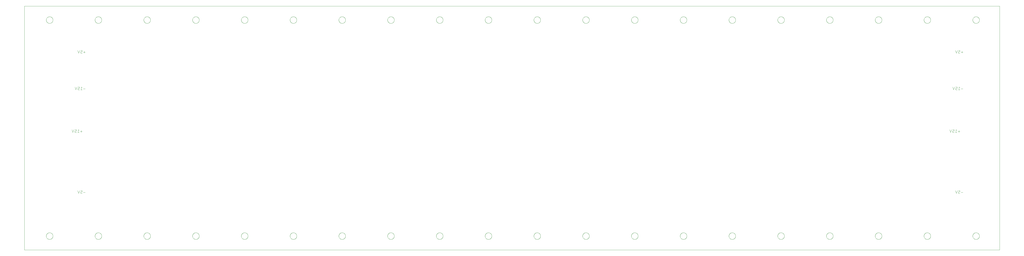
<source format=gbo>
G75*
%MOIN*%
%OFA0B0*%
%FSLAX25Y25*%
%IPPOS*%
%LPD*%
%AMOC8*
5,1,8,0,0,1.08239X$1,22.5*
%
%ADD10C,0.00000*%
%ADD11C,0.00400*%
D10*
X0001300Y0001300D02*
X0001300Y0401300D01*
X1601300Y0401300D01*
X1601300Y0001300D01*
X0001300Y0001300D01*
X0037100Y0024100D02*
X0037102Y0024248D01*
X0037108Y0024396D01*
X0037118Y0024544D01*
X0037132Y0024692D01*
X0037150Y0024839D01*
X0037172Y0024986D01*
X0037198Y0025132D01*
X0037227Y0025277D01*
X0037261Y0025422D01*
X0037299Y0025565D01*
X0037340Y0025708D01*
X0037385Y0025849D01*
X0037435Y0025989D01*
X0037487Y0026127D01*
X0037544Y0026265D01*
X0037604Y0026400D01*
X0037668Y0026534D01*
X0037735Y0026666D01*
X0037806Y0026796D01*
X0037881Y0026925D01*
X0037959Y0027051D01*
X0038040Y0027175D01*
X0038124Y0027297D01*
X0038212Y0027416D01*
X0038303Y0027533D01*
X0038397Y0027648D01*
X0038495Y0027760D01*
X0038595Y0027869D01*
X0038698Y0027976D01*
X0038804Y0028080D01*
X0038912Y0028181D01*
X0039024Y0028279D01*
X0039138Y0028374D01*
X0039254Y0028465D01*
X0039373Y0028554D01*
X0039494Y0028639D01*
X0039618Y0028721D01*
X0039744Y0028800D01*
X0039871Y0028875D01*
X0040001Y0028947D01*
X0040133Y0029016D01*
X0040266Y0029080D01*
X0040401Y0029141D01*
X0040538Y0029199D01*
X0040676Y0029253D01*
X0040816Y0029303D01*
X0040957Y0029349D01*
X0041099Y0029391D01*
X0041242Y0029430D01*
X0041386Y0029464D01*
X0041532Y0029495D01*
X0041677Y0029522D01*
X0041824Y0029545D01*
X0041971Y0029564D01*
X0042119Y0029579D01*
X0042266Y0029590D01*
X0042415Y0029597D01*
X0042563Y0029600D01*
X0042711Y0029599D01*
X0042859Y0029594D01*
X0043007Y0029585D01*
X0043155Y0029572D01*
X0043303Y0029555D01*
X0043449Y0029534D01*
X0043596Y0029509D01*
X0043741Y0029480D01*
X0043886Y0029448D01*
X0044029Y0029411D01*
X0044172Y0029371D01*
X0044314Y0029326D01*
X0044454Y0029278D01*
X0044593Y0029226D01*
X0044730Y0029171D01*
X0044866Y0029111D01*
X0045001Y0029048D01*
X0045133Y0028982D01*
X0045264Y0028912D01*
X0045393Y0028838D01*
X0045519Y0028761D01*
X0045644Y0028681D01*
X0045766Y0028597D01*
X0045887Y0028510D01*
X0046004Y0028420D01*
X0046120Y0028326D01*
X0046232Y0028230D01*
X0046342Y0028131D01*
X0046450Y0028028D01*
X0046554Y0027923D01*
X0046656Y0027815D01*
X0046754Y0027704D01*
X0046850Y0027591D01*
X0046943Y0027475D01*
X0047032Y0027357D01*
X0047118Y0027236D01*
X0047201Y0027113D01*
X0047281Y0026988D01*
X0047357Y0026861D01*
X0047430Y0026731D01*
X0047499Y0026600D01*
X0047564Y0026467D01*
X0047627Y0026333D01*
X0047685Y0026196D01*
X0047740Y0026058D01*
X0047790Y0025919D01*
X0047838Y0025778D01*
X0047881Y0025637D01*
X0047921Y0025494D01*
X0047956Y0025350D01*
X0047988Y0025205D01*
X0048016Y0025059D01*
X0048040Y0024913D01*
X0048060Y0024766D01*
X0048076Y0024618D01*
X0048088Y0024471D01*
X0048096Y0024322D01*
X0048100Y0024174D01*
X0048100Y0024026D01*
X0048096Y0023878D01*
X0048088Y0023729D01*
X0048076Y0023582D01*
X0048060Y0023434D01*
X0048040Y0023287D01*
X0048016Y0023141D01*
X0047988Y0022995D01*
X0047956Y0022850D01*
X0047921Y0022706D01*
X0047881Y0022563D01*
X0047838Y0022422D01*
X0047790Y0022281D01*
X0047740Y0022142D01*
X0047685Y0022004D01*
X0047627Y0021867D01*
X0047564Y0021733D01*
X0047499Y0021600D01*
X0047430Y0021469D01*
X0047357Y0021339D01*
X0047281Y0021212D01*
X0047201Y0021087D01*
X0047118Y0020964D01*
X0047032Y0020843D01*
X0046943Y0020725D01*
X0046850Y0020609D01*
X0046754Y0020496D01*
X0046656Y0020385D01*
X0046554Y0020277D01*
X0046450Y0020172D01*
X0046342Y0020069D01*
X0046232Y0019970D01*
X0046120Y0019874D01*
X0046004Y0019780D01*
X0045887Y0019690D01*
X0045766Y0019603D01*
X0045644Y0019519D01*
X0045519Y0019439D01*
X0045393Y0019362D01*
X0045264Y0019288D01*
X0045133Y0019218D01*
X0045001Y0019152D01*
X0044866Y0019089D01*
X0044730Y0019029D01*
X0044593Y0018974D01*
X0044454Y0018922D01*
X0044314Y0018874D01*
X0044172Y0018829D01*
X0044029Y0018789D01*
X0043886Y0018752D01*
X0043741Y0018720D01*
X0043596Y0018691D01*
X0043449Y0018666D01*
X0043303Y0018645D01*
X0043155Y0018628D01*
X0043007Y0018615D01*
X0042859Y0018606D01*
X0042711Y0018601D01*
X0042563Y0018600D01*
X0042415Y0018603D01*
X0042266Y0018610D01*
X0042119Y0018621D01*
X0041971Y0018636D01*
X0041824Y0018655D01*
X0041677Y0018678D01*
X0041532Y0018705D01*
X0041386Y0018736D01*
X0041242Y0018770D01*
X0041099Y0018809D01*
X0040957Y0018851D01*
X0040816Y0018897D01*
X0040676Y0018947D01*
X0040538Y0019001D01*
X0040401Y0019059D01*
X0040266Y0019120D01*
X0040133Y0019184D01*
X0040001Y0019253D01*
X0039871Y0019325D01*
X0039744Y0019400D01*
X0039618Y0019479D01*
X0039494Y0019561D01*
X0039373Y0019646D01*
X0039254Y0019735D01*
X0039138Y0019826D01*
X0039024Y0019921D01*
X0038912Y0020019D01*
X0038804Y0020120D01*
X0038698Y0020224D01*
X0038595Y0020331D01*
X0038495Y0020440D01*
X0038397Y0020552D01*
X0038303Y0020667D01*
X0038212Y0020784D01*
X0038124Y0020903D01*
X0038040Y0021025D01*
X0037959Y0021149D01*
X0037881Y0021275D01*
X0037806Y0021404D01*
X0037735Y0021534D01*
X0037668Y0021666D01*
X0037604Y0021800D01*
X0037544Y0021935D01*
X0037487Y0022073D01*
X0037435Y0022211D01*
X0037385Y0022351D01*
X0037340Y0022492D01*
X0037299Y0022635D01*
X0037261Y0022778D01*
X0037227Y0022923D01*
X0037198Y0023068D01*
X0037172Y0023214D01*
X0037150Y0023361D01*
X0037132Y0023508D01*
X0037118Y0023656D01*
X0037108Y0023804D01*
X0037102Y0023952D01*
X0037100Y0024100D01*
X0117100Y0024100D02*
X0117102Y0024248D01*
X0117108Y0024396D01*
X0117118Y0024544D01*
X0117132Y0024692D01*
X0117150Y0024839D01*
X0117172Y0024986D01*
X0117198Y0025132D01*
X0117227Y0025277D01*
X0117261Y0025422D01*
X0117299Y0025565D01*
X0117340Y0025708D01*
X0117385Y0025849D01*
X0117435Y0025989D01*
X0117487Y0026127D01*
X0117544Y0026265D01*
X0117604Y0026400D01*
X0117668Y0026534D01*
X0117735Y0026666D01*
X0117806Y0026796D01*
X0117881Y0026925D01*
X0117959Y0027051D01*
X0118040Y0027175D01*
X0118124Y0027297D01*
X0118212Y0027416D01*
X0118303Y0027533D01*
X0118397Y0027648D01*
X0118495Y0027760D01*
X0118595Y0027869D01*
X0118698Y0027976D01*
X0118804Y0028080D01*
X0118912Y0028181D01*
X0119024Y0028279D01*
X0119138Y0028374D01*
X0119254Y0028465D01*
X0119373Y0028554D01*
X0119494Y0028639D01*
X0119618Y0028721D01*
X0119744Y0028800D01*
X0119871Y0028875D01*
X0120001Y0028947D01*
X0120133Y0029016D01*
X0120266Y0029080D01*
X0120401Y0029141D01*
X0120538Y0029199D01*
X0120676Y0029253D01*
X0120816Y0029303D01*
X0120957Y0029349D01*
X0121099Y0029391D01*
X0121242Y0029430D01*
X0121386Y0029464D01*
X0121532Y0029495D01*
X0121677Y0029522D01*
X0121824Y0029545D01*
X0121971Y0029564D01*
X0122119Y0029579D01*
X0122266Y0029590D01*
X0122415Y0029597D01*
X0122563Y0029600D01*
X0122711Y0029599D01*
X0122859Y0029594D01*
X0123007Y0029585D01*
X0123155Y0029572D01*
X0123303Y0029555D01*
X0123449Y0029534D01*
X0123596Y0029509D01*
X0123741Y0029480D01*
X0123886Y0029448D01*
X0124029Y0029411D01*
X0124172Y0029371D01*
X0124314Y0029326D01*
X0124454Y0029278D01*
X0124593Y0029226D01*
X0124730Y0029171D01*
X0124866Y0029111D01*
X0125001Y0029048D01*
X0125133Y0028982D01*
X0125264Y0028912D01*
X0125393Y0028838D01*
X0125519Y0028761D01*
X0125644Y0028681D01*
X0125766Y0028597D01*
X0125887Y0028510D01*
X0126004Y0028420D01*
X0126120Y0028326D01*
X0126232Y0028230D01*
X0126342Y0028131D01*
X0126450Y0028028D01*
X0126554Y0027923D01*
X0126656Y0027815D01*
X0126754Y0027704D01*
X0126850Y0027591D01*
X0126943Y0027475D01*
X0127032Y0027357D01*
X0127118Y0027236D01*
X0127201Y0027113D01*
X0127281Y0026988D01*
X0127357Y0026861D01*
X0127430Y0026731D01*
X0127499Y0026600D01*
X0127564Y0026467D01*
X0127627Y0026333D01*
X0127685Y0026196D01*
X0127740Y0026058D01*
X0127790Y0025919D01*
X0127838Y0025778D01*
X0127881Y0025637D01*
X0127921Y0025494D01*
X0127956Y0025350D01*
X0127988Y0025205D01*
X0128016Y0025059D01*
X0128040Y0024913D01*
X0128060Y0024766D01*
X0128076Y0024618D01*
X0128088Y0024471D01*
X0128096Y0024322D01*
X0128100Y0024174D01*
X0128100Y0024026D01*
X0128096Y0023878D01*
X0128088Y0023729D01*
X0128076Y0023582D01*
X0128060Y0023434D01*
X0128040Y0023287D01*
X0128016Y0023141D01*
X0127988Y0022995D01*
X0127956Y0022850D01*
X0127921Y0022706D01*
X0127881Y0022563D01*
X0127838Y0022422D01*
X0127790Y0022281D01*
X0127740Y0022142D01*
X0127685Y0022004D01*
X0127627Y0021867D01*
X0127564Y0021733D01*
X0127499Y0021600D01*
X0127430Y0021469D01*
X0127357Y0021339D01*
X0127281Y0021212D01*
X0127201Y0021087D01*
X0127118Y0020964D01*
X0127032Y0020843D01*
X0126943Y0020725D01*
X0126850Y0020609D01*
X0126754Y0020496D01*
X0126656Y0020385D01*
X0126554Y0020277D01*
X0126450Y0020172D01*
X0126342Y0020069D01*
X0126232Y0019970D01*
X0126120Y0019874D01*
X0126004Y0019780D01*
X0125887Y0019690D01*
X0125766Y0019603D01*
X0125644Y0019519D01*
X0125519Y0019439D01*
X0125393Y0019362D01*
X0125264Y0019288D01*
X0125133Y0019218D01*
X0125001Y0019152D01*
X0124866Y0019089D01*
X0124730Y0019029D01*
X0124593Y0018974D01*
X0124454Y0018922D01*
X0124314Y0018874D01*
X0124172Y0018829D01*
X0124029Y0018789D01*
X0123886Y0018752D01*
X0123741Y0018720D01*
X0123596Y0018691D01*
X0123449Y0018666D01*
X0123303Y0018645D01*
X0123155Y0018628D01*
X0123007Y0018615D01*
X0122859Y0018606D01*
X0122711Y0018601D01*
X0122563Y0018600D01*
X0122415Y0018603D01*
X0122266Y0018610D01*
X0122119Y0018621D01*
X0121971Y0018636D01*
X0121824Y0018655D01*
X0121677Y0018678D01*
X0121532Y0018705D01*
X0121386Y0018736D01*
X0121242Y0018770D01*
X0121099Y0018809D01*
X0120957Y0018851D01*
X0120816Y0018897D01*
X0120676Y0018947D01*
X0120538Y0019001D01*
X0120401Y0019059D01*
X0120266Y0019120D01*
X0120133Y0019184D01*
X0120001Y0019253D01*
X0119871Y0019325D01*
X0119744Y0019400D01*
X0119618Y0019479D01*
X0119494Y0019561D01*
X0119373Y0019646D01*
X0119254Y0019735D01*
X0119138Y0019826D01*
X0119024Y0019921D01*
X0118912Y0020019D01*
X0118804Y0020120D01*
X0118698Y0020224D01*
X0118595Y0020331D01*
X0118495Y0020440D01*
X0118397Y0020552D01*
X0118303Y0020667D01*
X0118212Y0020784D01*
X0118124Y0020903D01*
X0118040Y0021025D01*
X0117959Y0021149D01*
X0117881Y0021275D01*
X0117806Y0021404D01*
X0117735Y0021534D01*
X0117668Y0021666D01*
X0117604Y0021800D01*
X0117544Y0021935D01*
X0117487Y0022073D01*
X0117435Y0022211D01*
X0117385Y0022351D01*
X0117340Y0022492D01*
X0117299Y0022635D01*
X0117261Y0022778D01*
X0117227Y0022923D01*
X0117198Y0023068D01*
X0117172Y0023214D01*
X0117150Y0023361D01*
X0117132Y0023508D01*
X0117118Y0023656D01*
X0117108Y0023804D01*
X0117102Y0023952D01*
X0117100Y0024100D01*
X0197100Y0024100D02*
X0197102Y0024248D01*
X0197108Y0024396D01*
X0197118Y0024544D01*
X0197132Y0024692D01*
X0197150Y0024839D01*
X0197172Y0024986D01*
X0197198Y0025132D01*
X0197227Y0025277D01*
X0197261Y0025422D01*
X0197299Y0025565D01*
X0197340Y0025708D01*
X0197385Y0025849D01*
X0197435Y0025989D01*
X0197487Y0026127D01*
X0197544Y0026265D01*
X0197604Y0026400D01*
X0197668Y0026534D01*
X0197735Y0026666D01*
X0197806Y0026796D01*
X0197881Y0026925D01*
X0197959Y0027051D01*
X0198040Y0027175D01*
X0198124Y0027297D01*
X0198212Y0027416D01*
X0198303Y0027533D01*
X0198397Y0027648D01*
X0198495Y0027760D01*
X0198595Y0027869D01*
X0198698Y0027976D01*
X0198804Y0028080D01*
X0198912Y0028181D01*
X0199024Y0028279D01*
X0199138Y0028374D01*
X0199254Y0028465D01*
X0199373Y0028554D01*
X0199494Y0028639D01*
X0199618Y0028721D01*
X0199744Y0028800D01*
X0199871Y0028875D01*
X0200001Y0028947D01*
X0200133Y0029016D01*
X0200266Y0029080D01*
X0200401Y0029141D01*
X0200538Y0029199D01*
X0200676Y0029253D01*
X0200816Y0029303D01*
X0200957Y0029349D01*
X0201099Y0029391D01*
X0201242Y0029430D01*
X0201386Y0029464D01*
X0201532Y0029495D01*
X0201677Y0029522D01*
X0201824Y0029545D01*
X0201971Y0029564D01*
X0202119Y0029579D01*
X0202266Y0029590D01*
X0202415Y0029597D01*
X0202563Y0029600D01*
X0202711Y0029599D01*
X0202859Y0029594D01*
X0203007Y0029585D01*
X0203155Y0029572D01*
X0203303Y0029555D01*
X0203449Y0029534D01*
X0203596Y0029509D01*
X0203741Y0029480D01*
X0203886Y0029448D01*
X0204029Y0029411D01*
X0204172Y0029371D01*
X0204314Y0029326D01*
X0204454Y0029278D01*
X0204593Y0029226D01*
X0204730Y0029171D01*
X0204866Y0029111D01*
X0205001Y0029048D01*
X0205133Y0028982D01*
X0205264Y0028912D01*
X0205393Y0028838D01*
X0205519Y0028761D01*
X0205644Y0028681D01*
X0205766Y0028597D01*
X0205887Y0028510D01*
X0206004Y0028420D01*
X0206120Y0028326D01*
X0206232Y0028230D01*
X0206342Y0028131D01*
X0206450Y0028028D01*
X0206554Y0027923D01*
X0206656Y0027815D01*
X0206754Y0027704D01*
X0206850Y0027591D01*
X0206943Y0027475D01*
X0207032Y0027357D01*
X0207118Y0027236D01*
X0207201Y0027113D01*
X0207281Y0026988D01*
X0207357Y0026861D01*
X0207430Y0026731D01*
X0207499Y0026600D01*
X0207564Y0026467D01*
X0207627Y0026333D01*
X0207685Y0026196D01*
X0207740Y0026058D01*
X0207790Y0025919D01*
X0207838Y0025778D01*
X0207881Y0025637D01*
X0207921Y0025494D01*
X0207956Y0025350D01*
X0207988Y0025205D01*
X0208016Y0025059D01*
X0208040Y0024913D01*
X0208060Y0024766D01*
X0208076Y0024618D01*
X0208088Y0024471D01*
X0208096Y0024322D01*
X0208100Y0024174D01*
X0208100Y0024026D01*
X0208096Y0023878D01*
X0208088Y0023729D01*
X0208076Y0023582D01*
X0208060Y0023434D01*
X0208040Y0023287D01*
X0208016Y0023141D01*
X0207988Y0022995D01*
X0207956Y0022850D01*
X0207921Y0022706D01*
X0207881Y0022563D01*
X0207838Y0022422D01*
X0207790Y0022281D01*
X0207740Y0022142D01*
X0207685Y0022004D01*
X0207627Y0021867D01*
X0207564Y0021733D01*
X0207499Y0021600D01*
X0207430Y0021469D01*
X0207357Y0021339D01*
X0207281Y0021212D01*
X0207201Y0021087D01*
X0207118Y0020964D01*
X0207032Y0020843D01*
X0206943Y0020725D01*
X0206850Y0020609D01*
X0206754Y0020496D01*
X0206656Y0020385D01*
X0206554Y0020277D01*
X0206450Y0020172D01*
X0206342Y0020069D01*
X0206232Y0019970D01*
X0206120Y0019874D01*
X0206004Y0019780D01*
X0205887Y0019690D01*
X0205766Y0019603D01*
X0205644Y0019519D01*
X0205519Y0019439D01*
X0205393Y0019362D01*
X0205264Y0019288D01*
X0205133Y0019218D01*
X0205001Y0019152D01*
X0204866Y0019089D01*
X0204730Y0019029D01*
X0204593Y0018974D01*
X0204454Y0018922D01*
X0204314Y0018874D01*
X0204172Y0018829D01*
X0204029Y0018789D01*
X0203886Y0018752D01*
X0203741Y0018720D01*
X0203596Y0018691D01*
X0203449Y0018666D01*
X0203303Y0018645D01*
X0203155Y0018628D01*
X0203007Y0018615D01*
X0202859Y0018606D01*
X0202711Y0018601D01*
X0202563Y0018600D01*
X0202415Y0018603D01*
X0202266Y0018610D01*
X0202119Y0018621D01*
X0201971Y0018636D01*
X0201824Y0018655D01*
X0201677Y0018678D01*
X0201532Y0018705D01*
X0201386Y0018736D01*
X0201242Y0018770D01*
X0201099Y0018809D01*
X0200957Y0018851D01*
X0200816Y0018897D01*
X0200676Y0018947D01*
X0200538Y0019001D01*
X0200401Y0019059D01*
X0200266Y0019120D01*
X0200133Y0019184D01*
X0200001Y0019253D01*
X0199871Y0019325D01*
X0199744Y0019400D01*
X0199618Y0019479D01*
X0199494Y0019561D01*
X0199373Y0019646D01*
X0199254Y0019735D01*
X0199138Y0019826D01*
X0199024Y0019921D01*
X0198912Y0020019D01*
X0198804Y0020120D01*
X0198698Y0020224D01*
X0198595Y0020331D01*
X0198495Y0020440D01*
X0198397Y0020552D01*
X0198303Y0020667D01*
X0198212Y0020784D01*
X0198124Y0020903D01*
X0198040Y0021025D01*
X0197959Y0021149D01*
X0197881Y0021275D01*
X0197806Y0021404D01*
X0197735Y0021534D01*
X0197668Y0021666D01*
X0197604Y0021800D01*
X0197544Y0021935D01*
X0197487Y0022073D01*
X0197435Y0022211D01*
X0197385Y0022351D01*
X0197340Y0022492D01*
X0197299Y0022635D01*
X0197261Y0022778D01*
X0197227Y0022923D01*
X0197198Y0023068D01*
X0197172Y0023214D01*
X0197150Y0023361D01*
X0197132Y0023508D01*
X0197118Y0023656D01*
X0197108Y0023804D01*
X0197102Y0023952D01*
X0197100Y0024100D01*
X0277100Y0024100D02*
X0277102Y0024248D01*
X0277108Y0024396D01*
X0277118Y0024544D01*
X0277132Y0024692D01*
X0277150Y0024839D01*
X0277172Y0024986D01*
X0277198Y0025132D01*
X0277227Y0025277D01*
X0277261Y0025422D01*
X0277299Y0025565D01*
X0277340Y0025708D01*
X0277385Y0025849D01*
X0277435Y0025989D01*
X0277487Y0026127D01*
X0277544Y0026265D01*
X0277604Y0026400D01*
X0277668Y0026534D01*
X0277735Y0026666D01*
X0277806Y0026796D01*
X0277881Y0026925D01*
X0277959Y0027051D01*
X0278040Y0027175D01*
X0278124Y0027297D01*
X0278212Y0027416D01*
X0278303Y0027533D01*
X0278397Y0027648D01*
X0278495Y0027760D01*
X0278595Y0027869D01*
X0278698Y0027976D01*
X0278804Y0028080D01*
X0278912Y0028181D01*
X0279024Y0028279D01*
X0279138Y0028374D01*
X0279254Y0028465D01*
X0279373Y0028554D01*
X0279494Y0028639D01*
X0279618Y0028721D01*
X0279744Y0028800D01*
X0279871Y0028875D01*
X0280001Y0028947D01*
X0280133Y0029016D01*
X0280266Y0029080D01*
X0280401Y0029141D01*
X0280538Y0029199D01*
X0280676Y0029253D01*
X0280816Y0029303D01*
X0280957Y0029349D01*
X0281099Y0029391D01*
X0281242Y0029430D01*
X0281386Y0029464D01*
X0281532Y0029495D01*
X0281677Y0029522D01*
X0281824Y0029545D01*
X0281971Y0029564D01*
X0282119Y0029579D01*
X0282266Y0029590D01*
X0282415Y0029597D01*
X0282563Y0029600D01*
X0282711Y0029599D01*
X0282859Y0029594D01*
X0283007Y0029585D01*
X0283155Y0029572D01*
X0283303Y0029555D01*
X0283449Y0029534D01*
X0283596Y0029509D01*
X0283741Y0029480D01*
X0283886Y0029448D01*
X0284029Y0029411D01*
X0284172Y0029371D01*
X0284314Y0029326D01*
X0284454Y0029278D01*
X0284593Y0029226D01*
X0284730Y0029171D01*
X0284866Y0029111D01*
X0285001Y0029048D01*
X0285133Y0028982D01*
X0285264Y0028912D01*
X0285393Y0028838D01*
X0285519Y0028761D01*
X0285644Y0028681D01*
X0285766Y0028597D01*
X0285887Y0028510D01*
X0286004Y0028420D01*
X0286120Y0028326D01*
X0286232Y0028230D01*
X0286342Y0028131D01*
X0286450Y0028028D01*
X0286554Y0027923D01*
X0286656Y0027815D01*
X0286754Y0027704D01*
X0286850Y0027591D01*
X0286943Y0027475D01*
X0287032Y0027357D01*
X0287118Y0027236D01*
X0287201Y0027113D01*
X0287281Y0026988D01*
X0287357Y0026861D01*
X0287430Y0026731D01*
X0287499Y0026600D01*
X0287564Y0026467D01*
X0287627Y0026333D01*
X0287685Y0026196D01*
X0287740Y0026058D01*
X0287790Y0025919D01*
X0287838Y0025778D01*
X0287881Y0025637D01*
X0287921Y0025494D01*
X0287956Y0025350D01*
X0287988Y0025205D01*
X0288016Y0025059D01*
X0288040Y0024913D01*
X0288060Y0024766D01*
X0288076Y0024618D01*
X0288088Y0024471D01*
X0288096Y0024322D01*
X0288100Y0024174D01*
X0288100Y0024026D01*
X0288096Y0023878D01*
X0288088Y0023729D01*
X0288076Y0023582D01*
X0288060Y0023434D01*
X0288040Y0023287D01*
X0288016Y0023141D01*
X0287988Y0022995D01*
X0287956Y0022850D01*
X0287921Y0022706D01*
X0287881Y0022563D01*
X0287838Y0022422D01*
X0287790Y0022281D01*
X0287740Y0022142D01*
X0287685Y0022004D01*
X0287627Y0021867D01*
X0287564Y0021733D01*
X0287499Y0021600D01*
X0287430Y0021469D01*
X0287357Y0021339D01*
X0287281Y0021212D01*
X0287201Y0021087D01*
X0287118Y0020964D01*
X0287032Y0020843D01*
X0286943Y0020725D01*
X0286850Y0020609D01*
X0286754Y0020496D01*
X0286656Y0020385D01*
X0286554Y0020277D01*
X0286450Y0020172D01*
X0286342Y0020069D01*
X0286232Y0019970D01*
X0286120Y0019874D01*
X0286004Y0019780D01*
X0285887Y0019690D01*
X0285766Y0019603D01*
X0285644Y0019519D01*
X0285519Y0019439D01*
X0285393Y0019362D01*
X0285264Y0019288D01*
X0285133Y0019218D01*
X0285001Y0019152D01*
X0284866Y0019089D01*
X0284730Y0019029D01*
X0284593Y0018974D01*
X0284454Y0018922D01*
X0284314Y0018874D01*
X0284172Y0018829D01*
X0284029Y0018789D01*
X0283886Y0018752D01*
X0283741Y0018720D01*
X0283596Y0018691D01*
X0283449Y0018666D01*
X0283303Y0018645D01*
X0283155Y0018628D01*
X0283007Y0018615D01*
X0282859Y0018606D01*
X0282711Y0018601D01*
X0282563Y0018600D01*
X0282415Y0018603D01*
X0282266Y0018610D01*
X0282119Y0018621D01*
X0281971Y0018636D01*
X0281824Y0018655D01*
X0281677Y0018678D01*
X0281532Y0018705D01*
X0281386Y0018736D01*
X0281242Y0018770D01*
X0281099Y0018809D01*
X0280957Y0018851D01*
X0280816Y0018897D01*
X0280676Y0018947D01*
X0280538Y0019001D01*
X0280401Y0019059D01*
X0280266Y0019120D01*
X0280133Y0019184D01*
X0280001Y0019253D01*
X0279871Y0019325D01*
X0279744Y0019400D01*
X0279618Y0019479D01*
X0279494Y0019561D01*
X0279373Y0019646D01*
X0279254Y0019735D01*
X0279138Y0019826D01*
X0279024Y0019921D01*
X0278912Y0020019D01*
X0278804Y0020120D01*
X0278698Y0020224D01*
X0278595Y0020331D01*
X0278495Y0020440D01*
X0278397Y0020552D01*
X0278303Y0020667D01*
X0278212Y0020784D01*
X0278124Y0020903D01*
X0278040Y0021025D01*
X0277959Y0021149D01*
X0277881Y0021275D01*
X0277806Y0021404D01*
X0277735Y0021534D01*
X0277668Y0021666D01*
X0277604Y0021800D01*
X0277544Y0021935D01*
X0277487Y0022073D01*
X0277435Y0022211D01*
X0277385Y0022351D01*
X0277340Y0022492D01*
X0277299Y0022635D01*
X0277261Y0022778D01*
X0277227Y0022923D01*
X0277198Y0023068D01*
X0277172Y0023214D01*
X0277150Y0023361D01*
X0277132Y0023508D01*
X0277118Y0023656D01*
X0277108Y0023804D01*
X0277102Y0023952D01*
X0277100Y0024100D01*
X0357100Y0024100D02*
X0357102Y0024248D01*
X0357108Y0024396D01*
X0357118Y0024544D01*
X0357132Y0024692D01*
X0357150Y0024839D01*
X0357172Y0024986D01*
X0357198Y0025132D01*
X0357227Y0025277D01*
X0357261Y0025422D01*
X0357299Y0025565D01*
X0357340Y0025708D01*
X0357385Y0025849D01*
X0357435Y0025989D01*
X0357487Y0026127D01*
X0357544Y0026265D01*
X0357604Y0026400D01*
X0357668Y0026534D01*
X0357735Y0026666D01*
X0357806Y0026796D01*
X0357881Y0026925D01*
X0357959Y0027051D01*
X0358040Y0027175D01*
X0358124Y0027297D01*
X0358212Y0027416D01*
X0358303Y0027533D01*
X0358397Y0027648D01*
X0358495Y0027760D01*
X0358595Y0027869D01*
X0358698Y0027976D01*
X0358804Y0028080D01*
X0358912Y0028181D01*
X0359024Y0028279D01*
X0359138Y0028374D01*
X0359254Y0028465D01*
X0359373Y0028554D01*
X0359494Y0028639D01*
X0359618Y0028721D01*
X0359744Y0028800D01*
X0359871Y0028875D01*
X0360001Y0028947D01*
X0360133Y0029016D01*
X0360266Y0029080D01*
X0360401Y0029141D01*
X0360538Y0029199D01*
X0360676Y0029253D01*
X0360816Y0029303D01*
X0360957Y0029349D01*
X0361099Y0029391D01*
X0361242Y0029430D01*
X0361386Y0029464D01*
X0361532Y0029495D01*
X0361677Y0029522D01*
X0361824Y0029545D01*
X0361971Y0029564D01*
X0362119Y0029579D01*
X0362266Y0029590D01*
X0362415Y0029597D01*
X0362563Y0029600D01*
X0362711Y0029599D01*
X0362859Y0029594D01*
X0363007Y0029585D01*
X0363155Y0029572D01*
X0363303Y0029555D01*
X0363449Y0029534D01*
X0363596Y0029509D01*
X0363741Y0029480D01*
X0363886Y0029448D01*
X0364029Y0029411D01*
X0364172Y0029371D01*
X0364314Y0029326D01*
X0364454Y0029278D01*
X0364593Y0029226D01*
X0364730Y0029171D01*
X0364866Y0029111D01*
X0365001Y0029048D01*
X0365133Y0028982D01*
X0365264Y0028912D01*
X0365393Y0028838D01*
X0365519Y0028761D01*
X0365644Y0028681D01*
X0365766Y0028597D01*
X0365887Y0028510D01*
X0366004Y0028420D01*
X0366120Y0028326D01*
X0366232Y0028230D01*
X0366342Y0028131D01*
X0366450Y0028028D01*
X0366554Y0027923D01*
X0366656Y0027815D01*
X0366754Y0027704D01*
X0366850Y0027591D01*
X0366943Y0027475D01*
X0367032Y0027357D01*
X0367118Y0027236D01*
X0367201Y0027113D01*
X0367281Y0026988D01*
X0367357Y0026861D01*
X0367430Y0026731D01*
X0367499Y0026600D01*
X0367564Y0026467D01*
X0367627Y0026333D01*
X0367685Y0026196D01*
X0367740Y0026058D01*
X0367790Y0025919D01*
X0367838Y0025778D01*
X0367881Y0025637D01*
X0367921Y0025494D01*
X0367956Y0025350D01*
X0367988Y0025205D01*
X0368016Y0025059D01*
X0368040Y0024913D01*
X0368060Y0024766D01*
X0368076Y0024618D01*
X0368088Y0024471D01*
X0368096Y0024322D01*
X0368100Y0024174D01*
X0368100Y0024026D01*
X0368096Y0023878D01*
X0368088Y0023729D01*
X0368076Y0023582D01*
X0368060Y0023434D01*
X0368040Y0023287D01*
X0368016Y0023141D01*
X0367988Y0022995D01*
X0367956Y0022850D01*
X0367921Y0022706D01*
X0367881Y0022563D01*
X0367838Y0022422D01*
X0367790Y0022281D01*
X0367740Y0022142D01*
X0367685Y0022004D01*
X0367627Y0021867D01*
X0367564Y0021733D01*
X0367499Y0021600D01*
X0367430Y0021469D01*
X0367357Y0021339D01*
X0367281Y0021212D01*
X0367201Y0021087D01*
X0367118Y0020964D01*
X0367032Y0020843D01*
X0366943Y0020725D01*
X0366850Y0020609D01*
X0366754Y0020496D01*
X0366656Y0020385D01*
X0366554Y0020277D01*
X0366450Y0020172D01*
X0366342Y0020069D01*
X0366232Y0019970D01*
X0366120Y0019874D01*
X0366004Y0019780D01*
X0365887Y0019690D01*
X0365766Y0019603D01*
X0365644Y0019519D01*
X0365519Y0019439D01*
X0365393Y0019362D01*
X0365264Y0019288D01*
X0365133Y0019218D01*
X0365001Y0019152D01*
X0364866Y0019089D01*
X0364730Y0019029D01*
X0364593Y0018974D01*
X0364454Y0018922D01*
X0364314Y0018874D01*
X0364172Y0018829D01*
X0364029Y0018789D01*
X0363886Y0018752D01*
X0363741Y0018720D01*
X0363596Y0018691D01*
X0363449Y0018666D01*
X0363303Y0018645D01*
X0363155Y0018628D01*
X0363007Y0018615D01*
X0362859Y0018606D01*
X0362711Y0018601D01*
X0362563Y0018600D01*
X0362415Y0018603D01*
X0362266Y0018610D01*
X0362119Y0018621D01*
X0361971Y0018636D01*
X0361824Y0018655D01*
X0361677Y0018678D01*
X0361532Y0018705D01*
X0361386Y0018736D01*
X0361242Y0018770D01*
X0361099Y0018809D01*
X0360957Y0018851D01*
X0360816Y0018897D01*
X0360676Y0018947D01*
X0360538Y0019001D01*
X0360401Y0019059D01*
X0360266Y0019120D01*
X0360133Y0019184D01*
X0360001Y0019253D01*
X0359871Y0019325D01*
X0359744Y0019400D01*
X0359618Y0019479D01*
X0359494Y0019561D01*
X0359373Y0019646D01*
X0359254Y0019735D01*
X0359138Y0019826D01*
X0359024Y0019921D01*
X0358912Y0020019D01*
X0358804Y0020120D01*
X0358698Y0020224D01*
X0358595Y0020331D01*
X0358495Y0020440D01*
X0358397Y0020552D01*
X0358303Y0020667D01*
X0358212Y0020784D01*
X0358124Y0020903D01*
X0358040Y0021025D01*
X0357959Y0021149D01*
X0357881Y0021275D01*
X0357806Y0021404D01*
X0357735Y0021534D01*
X0357668Y0021666D01*
X0357604Y0021800D01*
X0357544Y0021935D01*
X0357487Y0022073D01*
X0357435Y0022211D01*
X0357385Y0022351D01*
X0357340Y0022492D01*
X0357299Y0022635D01*
X0357261Y0022778D01*
X0357227Y0022923D01*
X0357198Y0023068D01*
X0357172Y0023214D01*
X0357150Y0023361D01*
X0357132Y0023508D01*
X0357118Y0023656D01*
X0357108Y0023804D01*
X0357102Y0023952D01*
X0357100Y0024100D01*
X0437100Y0024100D02*
X0437102Y0024248D01*
X0437108Y0024396D01*
X0437118Y0024544D01*
X0437132Y0024692D01*
X0437150Y0024839D01*
X0437172Y0024986D01*
X0437198Y0025132D01*
X0437227Y0025277D01*
X0437261Y0025422D01*
X0437299Y0025565D01*
X0437340Y0025708D01*
X0437385Y0025849D01*
X0437435Y0025989D01*
X0437487Y0026127D01*
X0437544Y0026265D01*
X0437604Y0026400D01*
X0437668Y0026534D01*
X0437735Y0026666D01*
X0437806Y0026796D01*
X0437881Y0026925D01*
X0437959Y0027051D01*
X0438040Y0027175D01*
X0438124Y0027297D01*
X0438212Y0027416D01*
X0438303Y0027533D01*
X0438397Y0027648D01*
X0438495Y0027760D01*
X0438595Y0027869D01*
X0438698Y0027976D01*
X0438804Y0028080D01*
X0438912Y0028181D01*
X0439024Y0028279D01*
X0439138Y0028374D01*
X0439254Y0028465D01*
X0439373Y0028554D01*
X0439494Y0028639D01*
X0439618Y0028721D01*
X0439744Y0028800D01*
X0439871Y0028875D01*
X0440001Y0028947D01*
X0440133Y0029016D01*
X0440266Y0029080D01*
X0440401Y0029141D01*
X0440538Y0029199D01*
X0440676Y0029253D01*
X0440816Y0029303D01*
X0440957Y0029349D01*
X0441099Y0029391D01*
X0441242Y0029430D01*
X0441386Y0029464D01*
X0441532Y0029495D01*
X0441677Y0029522D01*
X0441824Y0029545D01*
X0441971Y0029564D01*
X0442119Y0029579D01*
X0442266Y0029590D01*
X0442415Y0029597D01*
X0442563Y0029600D01*
X0442711Y0029599D01*
X0442859Y0029594D01*
X0443007Y0029585D01*
X0443155Y0029572D01*
X0443303Y0029555D01*
X0443449Y0029534D01*
X0443596Y0029509D01*
X0443741Y0029480D01*
X0443886Y0029448D01*
X0444029Y0029411D01*
X0444172Y0029371D01*
X0444314Y0029326D01*
X0444454Y0029278D01*
X0444593Y0029226D01*
X0444730Y0029171D01*
X0444866Y0029111D01*
X0445001Y0029048D01*
X0445133Y0028982D01*
X0445264Y0028912D01*
X0445393Y0028838D01*
X0445519Y0028761D01*
X0445644Y0028681D01*
X0445766Y0028597D01*
X0445887Y0028510D01*
X0446004Y0028420D01*
X0446120Y0028326D01*
X0446232Y0028230D01*
X0446342Y0028131D01*
X0446450Y0028028D01*
X0446554Y0027923D01*
X0446656Y0027815D01*
X0446754Y0027704D01*
X0446850Y0027591D01*
X0446943Y0027475D01*
X0447032Y0027357D01*
X0447118Y0027236D01*
X0447201Y0027113D01*
X0447281Y0026988D01*
X0447357Y0026861D01*
X0447430Y0026731D01*
X0447499Y0026600D01*
X0447564Y0026467D01*
X0447627Y0026333D01*
X0447685Y0026196D01*
X0447740Y0026058D01*
X0447790Y0025919D01*
X0447838Y0025778D01*
X0447881Y0025637D01*
X0447921Y0025494D01*
X0447956Y0025350D01*
X0447988Y0025205D01*
X0448016Y0025059D01*
X0448040Y0024913D01*
X0448060Y0024766D01*
X0448076Y0024618D01*
X0448088Y0024471D01*
X0448096Y0024322D01*
X0448100Y0024174D01*
X0448100Y0024026D01*
X0448096Y0023878D01*
X0448088Y0023729D01*
X0448076Y0023582D01*
X0448060Y0023434D01*
X0448040Y0023287D01*
X0448016Y0023141D01*
X0447988Y0022995D01*
X0447956Y0022850D01*
X0447921Y0022706D01*
X0447881Y0022563D01*
X0447838Y0022422D01*
X0447790Y0022281D01*
X0447740Y0022142D01*
X0447685Y0022004D01*
X0447627Y0021867D01*
X0447564Y0021733D01*
X0447499Y0021600D01*
X0447430Y0021469D01*
X0447357Y0021339D01*
X0447281Y0021212D01*
X0447201Y0021087D01*
X0447118Y0020964D01*
X0447032Y0020843D01*
X0446943Y0020725D01*
X0446850Y0020609D01*
X0446754Y0020496D01*
X0446656Y0020385D01*
X0446554Y0020277D01*
X0446450Y0020172D01*
X0446342Y0020069D01*
X0446232Y0019970D01*
X0446120Y0019874D01*
X0446004Y0019780D01*
X0445887Y0019690D01*
X0445766Y0019603D01*
X0445644Y0019519D01*
X0445519Y0019439D01*
X0445393Y0019362D01*
X0445264Y0019288D01*
X0445133Y0019218D01*
X0445001Y0019152D01*
X0444866Y0019089D01*
X0444730Y0019029D01*
X0444593Y0018974D01*
X0444454Y0018922D01*
X0444314Y0018874D01*
X0444172Y0018829D01*
X0444029Y0018789D01*
X0443886Y0018752D01*
X0443741Y0018720D01*
X0443596Y0018691D01*
X0443449Y0018666D01*
X0443303Y0018645D01*
X0443155Y0018628D01*
X0443007Y0018615D01*
X0442859Y0018606D01*
X0442711Y0018601D01*
X0442563Y0018600D01*
X0442415Y0018603D01*
X0442266Y0018610D01*
X0442119Y0018621D01*
X0441971Y0018636D01*
X0441824Y0018655D01*
X0441677Y0018678D01*
X0441532Y0018705D01*
X0441386Y0018736D01*
X0441242Y0018770D01*
X0441099Y0018809D01*
X0440957Y0018851D01*
X0440816Y0018897D01*
X0440676Y0018947D01*
X0440538Y0019001D01*
X0440401Y0019059D01*
X0440266Y0019120D01*
X0440133Y0019184D01*
X0440001Y0019253D01*
X0439871Y0019325D01*
X0439744Y0019400D01*
X0439618Y0019479D01*
X0439494Y0019561D01*
X0439373Y0019646D01*
X0439254Y0019735D01*
X0439138Y0019826D01*
X0439024Y0019921D01*
X0438912Y0020019D01*
X0438804Y0020120D01*
X0438698Y0020224D01*
X0438595Y0020331D01*
X0438495Y0020440D01*
X0438397Y0020552D01*
X0438303Y0020667D01*
X0438212Y0020784D01*
X0438124Y0020903D01*
X0438040Y0021025D01*
X0437959Y0021149D01*
X0437881Y0021275D01*
X0437806Y0021404D01*
X0437735Y0021534D01*
X0437668Y0021666D01*
X0437604Y0021800D01*
X0437544Y0021935D01*
X0437487Y0022073D01*
X0437435Y0022211D01*
X0437385Y0022351D01*
X0437340Y0022492D01*
X0437299Y0022635D01*
X0437261Y0022778D01*
X0437227Y0022923D01*
X0437198Y0023068D01*
X0437172Y0023214D01*
X0437150Y0023361D01*
X0437132Y0023508D01*
X0437118Y0023656D01*
X0437108Y0023804D01*
X0437102Y0023952D01*
X0437100Y0024100D01*
X0517100Y0024100D02*
X0517102Y0024248D01*
X0517108Y0024396D01*
X0517118Y0024544D01*
X0517132Y0024692D01*
X0517150Y0024839D01*
X0517172Y0024986D01*
X0517198Y0025132D01*
X0517227Y0025277D01*
X0517261Y0025422D01*
X0517299Y0025565D01*
X0517340Y0025708D01*
X0517385Y0025849D01*
X0517435Y0025989D01*
X0517487Y0026127D01*
X0517544Y0026265D01*
X0517604Y0026400D01*
X0517668Y0026534D01*
X0517735Y0026666D01*
X0517806Y0026796D01*
X0517881Y0026925D01*
X0517959Y0027051D01*
X0518040Y0027175D01*
X0518124Y0027297D01*
X0518212Y0027416D01*
X0518303Y0027533D01*
X0518397Y0027648D01*
X0518495Y0027760D01*
X0518595Y0027869D01*
X0518698Y0027976D01*
X0518804Y0028080D01*
X0518912Y0028181D01*
X0519024Y0028279D01*
X0519138Y0028374D01*
X0519254Y0028465D01*
X0519373Y0028554D01*
X0519494Y0028639D01*
X0519618Y0028721D01*
X0519744Y0028800D01*
X0519871Y0028875D01*
X0520001Y0028947D01*
X0520133Y0029016D01*
X0520266Y0029080D01*
X0520401Y0029141D01*
X0520538Y0029199D01*
X0520676Y0029253D01*
X0520816Y0029303D01*
X0520957Y0029349D01*
X0521099Y0029391D01*
X0521242Y0029430D01*
X0521386Y0029464D01*
X0521532Y0029495D01*
X0521677Y0029522D01*
X0521824Y0029545D01*
X0521971Y0029564D01*
X0522119Y0029579D01*
X0522266Y0029590D01*
X0522415Y0029597D01*
X0522563Y0029600D01*
X0522711Y0029599D01*
X0522859Y0029594D01*
X0523007Y0029585D01*
X0523155Y0029572D01*
X0523303Y0029555D01*
X0523449Y0029534D01*
X0523596Y0029509D01*
X0523741Y0029480D01*
X0523886Y0029448D01*
X0524029Y0029411D01*
X0524172Y0029371D01*
X0524314Y0029326D01*
X0524454Y0029278D01*
X0524593Y0029226D01*
X0524730Y0029171D01*
X0524866Y0029111D01*
X0525001Y0029048D01*
X0525133Y0028982D01*
X0525264Y0028912D01*
X0525393Y0028838D01*
X0525519Y0028761D01*
X0525644Y0028681D01*
X0525766Y0028597D01*
X0525887Y0028510D01*
X0526004Y0028420D01*
X0526120Y0028326D01*
X0526232Y0028230D01*
X0526342Y0028131D01*
X0526450Y0028028D01*
X0526554Y0027923D01*
X0526656Y0027815D01*
X0526754Y0027704D01*
X0526850Y0027591D01*
X0526943Y0027475D01*
X0527032Y0027357D01*
X0527118Y0027236D01*
X0527201Y0027113D01*
X0527281Y0026988D01*
X0527357Y0026861D01*
X0527430Y0026731D01*
X0527499Y0026600D01*
X0527564Y0026467D01*
X0527627Y0026333D01*
X0527685Y0026196D01*
X0527740Y0026058D01*
X0527790Y0025919D01*
X0527838Y0025778D01*
X0527881Y0025637D01*
X0527921Y0025494D01*
X0527956Y0025350D01*
X0527988Y0025205D01*
X0528016Y0025059D01*
X0528040Y0024913D01*
X0528060Y0024766D01*
X0528076Y0024618D01*
X0528088Y0024471D01*
X0528096Y0024322D01*
X0528100Y0024174D01*
X0528100Y0024026D01*
X0528096Y0023878D01*
X0528088Y0023729D01*
X0528076Y0023582D01*
X0528060Y0023434D01*
X0528040Y0023287D01*
X0528016Y0023141D01*
X0527988Y0022995D01*
X0527956Y0022850D01*
X0527921Y0022706D01*
X0527881Y0022563D01*
X0527838Y0022422D01*
X0527790Y0022281D01*
X0527740Y0022142D01*
X0527685Y0022004D01*
X0527627Y0021867D01*
X0527564Y0021733D01*
X0527499Y0021600D01*
X0527430Y0021469D01*
X0527357Y0021339D01*
X0527281Y0021212D01*
X0527201Y0021087D01*
X0527118Y0020964D01*
X0527032Y0020843D01*
X0526943Y0020725D01*
X0526850Y0020609D01*
X0526754Y0020496D01*
X0526656Y0020385D01*
X0526554Y0020277D01*
X0526450Y0020172D01*
X0526342Y0020069D01*
X0526232Y0019970D01*
X0526120Y0019874D01*
X0526004Y0019780D01*
X0525887Y0019690D01*
X0525766Y0019603D01*
X0525644Y0019519D01*
X0525519Y0019439D01*
X0525393Y0019362D01*
X0525264Y0019288D01*
X0525133Y0019218D01*
X0525001Y0019152D01*
X0524866Y0019089D01*
X0524730Y0019029D01*
X0524593Y0018974D01*
X0524454Y0018922D01*
X0524314Y0018874D01*
X0524172Y0018829D01*
X0524029Y0018789D01*
X0523886Y0018752D01*
X0523741Y0018720D01*
X0523596Y0018691D01*
X0523449Y0018666D01*
X0523303Y0018645D01*
X0523155Y0018628D01*
X0523007Y0018615D01*
X0522859Y0018606D01*
X0522711Y0018601D01*
X0522563Y0018600D01*
X0522415Y0018603D01*
X0522266Y0018610D01*
X0522119Y0018621D01*
X0521971Y0018636D01*
X0521824Y0018655D01*
X0521677Y0018678D01*
X0521532Y0018705D01*
X0521386Y0018736D01*
X0521242Y0018770D01*
X0521099Y0018809D01*
X0520957Y0018851D01*
X0520816Y0018897D01*
X0520676Y0018947D01*
X0520538Y0019001D01*
X0520401Y0019059D01*
X0520266Y0019120D01*
X0520133Y0019184D01*
X0520001Y0019253D01*
X0519871Y0019325D01*
X0519744Y0019400D01*
X0519618Y0019479D01*
X0519494Y0019561D01*
X0519373Y0019646D01*
X0519254Y0019735D01*
X0519138Y0019826D01*
X0519024Y0019921D01*
X0518912Y0020019D01*
X0518804Y0020120D01*
X0518698Y0020224D01*
X0518595Y0020331D01*
X0518495Y0020440D01*
X0518397Y0020552D01*
X0518303Y0020667D01*
X0518212Y0020784D01*
X0518124Y0020903D01*
X0518040Y0021025D01*
X0517959Y0021149D01*
X0517881Y0021275D01*
X0517806Y0021404D01*
X0517735Y0021534D01*
X0517668Y0021666D01*
X0517604Y0021800D01*
X0517544Y0021935D01*
X0517487Y0022073D01*
X0517435Y0022211D01*
X0517385Y0022351D01*
X0517340Y0022492D01*
X0517299Y0022635D01*
X0517261Y0022778D01*
X0517227Y0022923D01*
X0517198Y0023068D01*
X0517172Y0023214D01*
X0517150Y0023361D01*
X0517132Y0023508D01*
X0517118Y0023656D01*
X0517108Y0023804D01*
X0517102Y0023952D01*
X0517100Y0024100D01*
X0597100Y0024100D02*
X0597102Y0024248D01*
X0597108Y0024396D01*
X0597118Y0024544D01*
X0597132Y0024692D01*
X0597150Y0024839D01*
X0597172Y0024986D01*
X0597198Y0025132D01*
X0597227Y0025277D01*
X0597261Y0025422D01*
X0597299Y0025565D01*
X0597340Y0025708D01*
X0597385Y0025849D01*
X0597435Y0025989D01*
X0597487Y0026127D01*
X0597544Y0026265D01*
X0597604Y0026400D01*
X0597668Y0026534D01*
X0597735Y0026666D01*
X0597806Y0026796D01*
X0597881Y0026925D01*
X0597959Y0027051D01*
X0598040Y0027175D01*
X0598124Y0027297D01*
X0598212Y0027416D01*
X0598303Y0027533D01*
X0598397Y0027648D01*
X0598495Y0027760D01*
X0598595Y0027869D01*
X0598698Y0027976D01*
X0598804Y0028080D01*
X0598912Y0028181D01*
X0599024Y0028279D01*
X0599138Y0028374D01*
X0599254Y0028465D01*
X0599373Y0028554D01*
X0599494Y0028639D01*
X0599618Y0028721D01*
X0599744Y0028800D01*
X0599871Y0028875D01*
X0600001Y0028947D01*
X0600133Y0029016D01*
X0600266Y0029080D01*
X0600401Y0029141D01*
X0600538Y0029199D01*
X0600676Y0029253D01*
X0600816Y0029303D01*
X0600957Y0029349D01*
X0601099Y0029391D01*
X0601242Y0029430D01*
X0601386Y0029464D01*
X0601532Y0029495D01*
X0601677Y0029522D01*
X0601824Y0029545D01*
X0601971Y0029564D01*
X0602119Y0029579D01*
X0602266Y0029590D01*
X0602415Y0029597D01*
X0602563Y0029600D01*
X0602711Y0029599D01*
X0602859Y0029594D01*
X0603007Y0029585D01*
X0603155Y0029572D01*
X0603303Y0029555D01*
X0603449Y0029534D01*
X0603596Y0029509D01*
X0603741Y0029480D01*
X0603886Y0029448D01*
X0604029Y0029411D01*
X0604172Y0029371D01*
X0604314Y0029326D01*
X0604454Y0029278D01*
X0604593Y0029226D01*
X0604730Y0029171D01*
X0604866Y0029111D01*
X0605001Y0029048D01*
X0605133Y0028982D01*
X0605264Y0028912D01*
X0605393Y0028838D01*
X0605519Y0028761D01*
X0605644Y0028681D01*
X0605766Y0028597D01*
X0605887Y0028510D01*
X0606004Y0028420D01*
X0606120Y0028326D01*
X0606232Y0028230D01*
X0606342Y0028131D01*
X0606450Y0028028D01*
X0606554Y0027923D01*
X0606656Y0027815D01*
X0606754Y0027704D01*
X0606850Y0027591D01*
X0606943Y0027475D01*
X0607032Y0027357D01*
X0607118Y0027236D01*
X0607201Y0027113D01*
X0607281Y0026988D01*
X0607357Y0026861D01*
X0607430Y0026731D01*
X0607499Y0026600D01*
X0607564Y0026467D01*
X0607627Y0026333D01*
X0607685Y0026196D01*
X0607740Y0026058D01*
X0607790Y0025919D01*
X0607838Y0025778D01*
X0607881Y0025637D01*
X0607921Y0025494D01*
X0607956Y0025350D01*
X0607988Y0025205D01*
X0608016Y0025059D01*
X0608040Y0024913D01*
X0608060Y0024766D01*
X0608076Y0024618D01*
X0608088Y0024471D01*
X0608096Y0024322D01*
X0608100Y0024174D01*
X0608100Y0024026D01*
X0608096Y0023878D01*
X0608088Y0023729D01*
X0608076Y0023582D01*
X0608060Y0023434D01*
X0608040Y0023287D01*
X0608016Y0023141D01*
X0607988Y0022995D01*
X0607956Y0022850D01*
X0607921Y0022706D01*
X0607881Y0022563D01*
X0607838Y0022422D01*
X0607790Y0022281D01*
X0607740Y0022142D01*
X0607685Y0022004D01*
X0607627Y0021867D01*
X0607564Y0021733D01*
X0607499Y0021600D01*
X0607430Y0021469D01*
X0607357Y0021339D01*
X0607281Y0021212D01*
X0607201Y0021087D01*
X0607118Y0020964D01*
X0607032Y0020843D01*
X0606943Y0020725D01*
X0606850Y0020609D01*
X0606754Y0020496D01*
X0606656Y0020385D01*
X0606554Y0020277D01*
X0606450Y0020172D01*
X0606342Y0020069D01*
X0606232Y0019970D01*
X0606120Y0019874D01*
X0606004Y0019780D01*
X0605887Y0019690D01*
X0605766Y0019603D01*
X0605644Y0019519D01*
X0605519Y0019439D01*
X0605393Y0019362D01*
X0605264Y0019288D01*
X0605133Y0019218D01*
X0605001Y0019152D01*
X0604866Y0019089D01*
X0604730Y0019029D01*
X0604593Y0018974D01*
X0604454Y0018922D01*
X0604314Y0018874D01*
X0604172Y0018829D01*
X0604029Y0018789D01*
X0603886Y0018752D01*
X0603741Y0018720D01*
X0603596Y0018691D01*
X0603449Y0018666D01*
X0603303Y0018645D01*
X0603155Y0018628D01*
X0603007Y0018615D01*
X0602859Y0018606D01*
X0602711Y0018601D01*
X0602563Y0018600D01*
X0602415Y0018603D01*
X0602266Y0018610D01*
X0602119Y0018621D01*
X0601971Y0018636D01*
X0601824Y0018655D01*
X0601677Y0018678D01*
X0601532Y0018705D01*
X0601386Y0018736D01*
X0601242Y0018770D01*
X0601099Y0018809D01*
X0600957Y0018851D01*
X0600816Y0018897D01*
X0600676Y0018947D01*
X0600538Y0019001D01*
X0600401Y0019059D01*
X0600266Y0019120D01*
X0600133Y0019184D01*
X0600001Y0019253D01*
X0599871Y0019325D01*
X0599744Y0019400D01*
X0599618Y0019479D01*
X0599494Y0019561D01*
X0599373Y0019646D01*
X0599254Y0019735D01*
X0599138Y0019826D01*
X0599024Y0019921D01*
X0598912Y0020019D01*
X0598804Y0020120D01*
X0598698Y0020224D01*
X0598595Y0020331D01*
X0598495Y0020440D01*
X0598397Y0020552D01*
X0598303Y0020667D01*
X0598212Y0020784D01*
X0598124Y0020903D01*
X0598040Y0021025D01*
X0597959Y0021149D01*
X0597881Y0021275D01*
X0597806Y0021404D01*
X0597735Y0021534D01*
X0597668Y0021666D01*
X0597604Y0021800D01*
X0597544Y0021935D01*
X0597487Y0022073D01*
X0597435Y0022211D01*
X0597385Y0022351D01*
X0597340Y0022492D01*
X0597299Y0022635D01*
X0597261Y0022778D01*
X0597227Y0022923D01*
X0597198Y0023068D01*
X0597172Y0023214D01*
X0597150Y0023361D01*
X0597132Y0023508D01*
X0597118Y0023656D01*
X0597108Y0023804D01*
X0597102Y0023952D01*
X0597100Y0024100D01*
X0677100Y0024100D02*
X0677102Y0024248D01*
X0677108Y0024396D01*
X0677118Y0024544D01*
X0677132Y0024692D01*
X0677150Y0024839D01*
X0677172Y0024986D01*
X0677198Y0025132D01*
X0677227Y0025277D01*
X0677261Y0025422D01*
X0677299Y0025565D01*
X0677340Y0025708D01*
X0677385Y0025849D01*
X0677435Y0025989D01*
X0677487Y0026127D01*
X0677544Y0026265D01*
X0677604Y0026400D01*
X0677668Y0026534D01*
X0677735Y0026666D01*
X0677806Y0026796D01*
X0677881Y0026925D01*
X0677959Y0027051D01*
X0678040Y0027175D01*
X0678124Y0027297D01*
X0678212Y0027416D01*
X0678303Y0027533D01*
X0678397Y0027648D01*
X0678495Y0027760D01*
X0678595Y0027869D01*
X0678698Y0027976D01*
X0678804Y0028080D01*
X0678912Y0028181D01*
X0679024Y0028279D01*
X0679138Y0028374D01*
X0679254Y0028465D01*
X0679373Y0028554D01*
X0679494Y0028639D01*
X0679618Y0028721D01*
X0679744Y0028800D01*
X0679871Y0028875D01*
X0680001Y0028947D01*
X0680133Y0029016D01*
X0680266Y0029080D01*
X0680401Y0029141D01*
X0680538Y0029199D01*
X0680676Y0029253D01*
X0680816Y0029303D01*
X0680957Y0029349D01*
X0681099Y0029391D01*
X0681242Y0029430D01*
X0681386Y0029464D01*
X0681532Y0029495D01*
X0681677Y0029522D01*
X0681824Y0029545D01*
X0681971Y0029564D01*
X0682119Y0029579D01*
X0682266Y0029590D01*
X0682415Y0029597D01*
X0682563Y0029600D01*
X0682711Y0029599D01*
X0682859Y0029594D01*
X0683007Y0029585D01*
X0683155Y0029572D01*
X0683303Y0029555D01*
X0683449Y0029534D01*
X0683596Y0029509D01*
X0683741Y0029480D01*
X0683886Y0029448D01*
X0684029Y0029411D01*
X0684172Y0029371D01*
X0684314Y0029326D01*
X0684454Y0029278D01*
X0684593Y0029226D01*
X0684730Y0029171D01*
X0684866Y0029111D01*
X0685001Y0029048D01*
X0685133Y0028982D01*
X0685264Y0028912D01*
X0685393Y0028838D01*
X0685519Y0028761D01*
X0685644Y0028681D01*
X0685766Y0028597D01*
X0685887Y0028510D01*
X0686004Y0028420D01*
X0686120Y0028326D01*
X0686232Y0028230D01*
X0686342Y0028131D01*
X0686450Y0028028D01*
X0686554Y0027923D01*
X0686656Y0027815D01*
X0686754Y0027704D01*
X0686850Y0027591D01*
X0686943Y0027475D01*
X0687032Y0027357D01*
X0687118Y0027236D01*
X0687201Y0027113D01*
X0687281Y0026988D01*
X0687357Y0026861D01*
X0687430Y0026731D01*
X0687499Y0026600D01*
X0687564Y0026467D01*
X0687627Y0026333D01*
X0687685Y0026196D01*
X0687740Y0026058D01*
X0687790Y0025919D01*
X0687838Y0025778D01*
X0687881Y0025637D01*
X0687921Y0025494D01*
X0687956Y0025350D01*
X0687988Y0025205D01*
X0688016Y0025059D01*
X0688040Y0024913D01*
X0688060Y0024766D01*
X0688076Y0024618D01*
X0688088Y0024471D01*
X0688096Y0024322D01*
X0688100Y0024174D01*
X0688100Y0024026D01*
X0688096Y0023878D01*
X0688088Y0023729D01*
X0688076Y0023582D01*
X0688060Y0023434D01*
X0688040Y0023287D01*
X0688016Y0023141D01*
X0687988Y0022995D01*
X0687956Y0022850D01*
X0687921Y0022706D01*
X0687881Y0022563D01*
X0687838Y0022422D01*
X0687790Y0022281D01*
X0687740Y0022142D01*
X0687685Y0022004D01*
X0687627Y0021867D01*
X0687564Y0021733D01*
X0687499Y0021600D01*
X0687430Y0021469D01*
X0687357Y0021339D01*
X0687281Y0021212D01*
X0687201Y0021087D01*
X0687118Y0020964D01*
X0687032Y0020843D01*
X0686943Y0020725D01*
X0686850Y0020609D01*
X0686754Y0020496D01*
X0686656Y0020385D01*
X0686554Y0020277D01*
X0686450Y0020172D01*
X0686342Y0020069D01*
X0686232Y0019970D01*
X0686120Y0019874D01*
X0686004Y0019780D01*
X0685887Y0019690D01*
X0685766Y0019603D01*
X0685644Y0019519D01*
X0685519Y0019439D01*
X0685393Y0019362D01*
X0685264Y0019288D01*
X0685133Y0019218D01*
X0685001Y0019152D01*
X0684866Y0019089D01*
X0684730Y0019029D01*
X0684593Y0018974D01*
X0684454Y0018922D01*
X0684314Y0018874D01*
X0684172Y0018829D01*
X0684029Y0018789D01*
X0683886Y0018752D01*
X0683741Y0018720D01*
X0683596Y0018691D01*
X0683449Y0018666D01*
X0683303Y0018645D01*
X0683155Y0018628D01*
X0683007Y0018615D01*
X0682859Y0018606D01*
X0682711Y0018601D01*
X0682563Y0018600D01*
X0682415Y0018603D01*
X0682266Y0018610D01*
X0682119Y0018621D01*
X0681971Y0018636D01*
X0681824Y0018655D01*
X0681677Y0018678D01*
X0681532Y0018705D01*
X0681386Y0018736D01*
X0681242Y0018770D01*
X0681099Y0018809D01*
X0680957Y0018851D01*
X0680816Y0018897D01*
X0680676Y0018947D01*
X0680538Y0019001D01*
X0680401Y0019059D01*
X0680266Y0019120D01*
X0680133Y0019184D01*
X0680001Y0019253D01*
X0679871Y0019325D01*
X0679744Y0019400D01*
X0679618Y0019479D01*
X0679494Y0019561D01*
X0679373Y0019646D01*
X0679254Y0019735D01*
X0679138Y0019826D01*
X0679024Y0019921D01*
X0678912Y0020019D01*
X0678804Y0020120D01*
X0678698Y0020224D01*
X0678595Y0020331D01*
X0678495Y0020440D01*
X0678397Y0020552D01*
X0678303Y0020667D01*
X0678212Y0020784D01*
X0678124Y0020903D01*
X0678040Y0021025D01*
X0677959Y0021149D01*
X0677881Y0021275D01*
X0677806Y0021404D01*
X0677735Y0021534D01*
X0677668Y0021666D01*
X0677604Y0021800D01*
X0677544Y0021935D01*
X0677487Y0022073D01*
X0677435Y0022211D01*
X0677385Y0022351D01*
X0677340Y0022492D01*
X0677299Y0022635D01*
X0677261Y0022778D01*
X0677227Y0022923D01*
X0677198Y0023068D01*
X0677172Y0023214D01*
X0677150Y0023361D01*
X0677132Y0023508D01*
X0677118Y0023656D01*
X0677108Y0023804D01*
X0677102Y0023952D01*
X0677100Y0024100D01*
X0757100Y0024100D02*
X0757102Y0024248D01*
X0757108Y0024396D01*
X0757118Y0024544D01*
X0757132Y0024692D01*
X0757150Y0024839D01*
X0757172Y0024986D01*
X0757198Y0025132D01*
X0757227Y0025277D01*
X0757261Y0025422D01*
X0757299Y0025565D01*
X0757340Y0025708D01*
X0757385Y0025849D01*
X0757435Y0025989D01*
X0757487Y0026127D01*
X0757544Y0026265D01*
X0757604Y0026400D01*
X0757668Y0026534D01*
X0757735Y0026666D01*
X0757806Y0026796D01*
X0757881Y0026925D01*
X0757959Y0027051D01*
X0758040Y0027175D01*
X0758124Y0027297D01*
X0758212Y0027416D01*
X0758303Y0027533D01*
X0758397Y0027648D01*
X0758495Y0027760D01*
X0758595Y0027869D01*
X0758698Y0027976D01*
X0758804Y0028080D01*
X0758912Y0028181D01*
X0759024Y0028279D01*
X0759138Y0028374D01*
X0759254Y0028465D01*
X0759373Y0028554D01*
X0759494Y0028639D01*
X0759618Y0028721D01*
X0759744Y0028800D01*
X0759871Y0028875D01*
X0760001Y0028947D01*
X0760133Y0029016D01*
X0760266Y0029080D01*
X0760401Y0029141D01*
X0760538Y0029199D01*
X0760676Y0029253D01*
X0760816Y0029303D01*
X0760957Y0029349D01*
X0761099Y0029391D01*
X0761242Y0029430D01*
X0761386Y0029464D01*
X0761532Y0029495D01*
X0761677Y0029522D01*
X0761824Y0029545D01*
X0761971Y0029564D01*
X0762119Y0029579D01*
X0762266Y0029590D01*
X0762415Y0029597D01*
X0762563Y0029600D01*
X0762711Y0029599D01*
X0762859Y0029594D01*
X0763007Y0029585D01*
X0763155Y0029572D01*
X0763303Y0029555D01*
X0763449Y0029534D01*
X0763596Y0029509D01*
X0763741Y0029480D01*
X0763886Y0029448D01*
X0764029Y0029411D01*
X0764172Y0029371D01*
X0764314Y0029326D01*
X0764454Y0029278D01*
X0764593Y0029226D01*
X0764730Y0029171D01*
X0764866Y0029111D01*
X0765001Y0029048D01*
X0765133Y0028982D01*
X0765264Y0028912D01*
X0765393Y0028838D01*
X0765519Y0028761D01*
X0765644Y0028681D01*
X0765766Y0028597D01*
X0765887Y0028510D01*
X0766004Y0028420D01*
X0766120Y0028326D01*
X0766232Y0028230D01*
X0766342Y0028131D01*
X0766450Y0028028D01*
X0766554Y0027923D01*
X0766656Y0027815D01*
X0766754Y0027704D01*
X0766850Y0027591D01*
X0766943Y0027475D01*
X0767032Y0027357D01*
X0767118Y0027236D01*
X0767201Y0027113D01*
X0767281Y0026988D01*
X0767357Y0026861D01*
X0767430Y0026731D01*
X0767499Y0026600D01*
X0767564Y0026467D01*
X0767627Y0026333D01*
X0767685Y0026196D01*
X0767740Y0026058D01*
X0767790Y0025919D01*
X0767838Y0025778D01*
X0767881Y0025637D01*
X0767921Y0025494D01*
X0767956Y0025350D01*
X0767988Y0025205D01*
X0768016Y0025059D01*
X0768040Y0024913D01*
X0768060Y0024766D01*
X0768076Y0024618D01*
X0768088Y0024471D01*
X0768096Y0024322D01*
X0768100Y0024174D01*
X0768100Y0024026D01*
X0768096Y0023878D01*
X0768088Y0023729D01*
X0768076Y0023582D01*
X0768060Y0023434D01*
X0768040Y0023287D01*
X0768016Y0023141D01*
X0767988Y0022995D01*
X0767956Y0022850D01*
X0767921Y0022706D01*
X0767881Y0022563D01*
X0767838Y0022422D01*
X0767790Y0022281D01*
X0767740Y0022142D01*
X0767685Y0022004D01*
X0767627Y0021867D01*
X0767564Y0021733D01*
X0767499Y0021600D01*
X0767430Y0021469D01*
X0767357Y0021339D01*
X0767281Y0021212D01*
X0767201Y0021087D01*
X0767118Y0020964D01*
X0767032Y0020843D01*
X0766943Y0020725D01*
X0766850Y0020609D01*
X0766754Y0020496D01*
X0766656Y0020385D01*
X0766554Y0020277D01*
X0766450Y0020172D01*
X0766342Y0020069D01*
X0766232Y0019970D01*
X0766120Y0019874D01*
X0766004Y0019780D01*
X0765887Y0019690D01*
X0765766Y0019603D01*
X0765644Y0019519D01*
X0765519Y0019439D01*
X0765393Y0019362D01*
X0765264Y0019288D01*
X0765133Y0019218D01*
X0765001Y0019152D01*
X0764866Y0019089D01*
X0764730Y0019029D01*
X0764593Y0018974D01*
X0764454Y0018922D01*
X0764314Y0018874D01*
X0764172Y0018829D01*
X0764029Y0018789D01*
X0763886Y0018752D01*
X0763741Y0018720D01*
X0763596Y0018691D01*
X0763449Y0018666D01*
X0763303Y0018645D01*
X0763155Y0018628D01*
X0763007Y0018615D01*
X0762859Y0018606D01*
X0762711Y0018601D01*
X0762563Y0018600D01*
X0762415Y0018603D01*
X0762266Y0018610D01*
X0762119Y0018621D01*
X0761971Y0018636D01*
X0761824Y0018655D01*
X0761677Y0018678D01*
X0761532Y0018705D01*
X0761386Y0018736D01*
X0761242Y0018770D01*
X0761099Y0018809D01*
X0760957Y0018851D01*
X0760816Y0018897D01*
X0760676Y0018947D01*
X0760538Y0019001D01*
X0760401Y0019059D01*
X0760266Y0019120D01*
X0760133Y0019184D01*
X0760001Y0019253D01*
X0759871Y0019325D01*
X0759744Y0019400D01*
X0759618Y0019479D01*
X0759494Y0019561D01*
X0759373Y0019646D01*
X0759254Y0019735D01*
X0759138Y0019826D01*
X0759024Y0019921D01*
X0758912Y0020019D01*
X0758804Y0020120D01*
X0758698Y0020224D01*
X0758595Y0020331D01*
X0758495Y0020440D01*
X0758397Y0020552D01*
X0758303Y0020667D01*
X0758212Y0020784D01*
X0758124Y0020903D01*
X0758040Y0021025D01*
X0757959Y0021149D01*
X0757881Y0021275D01*
X0757806Y0021404D01*
X0757735Y0021534D01*
X0757668Y0021666D01*
X0757604Y0021800D01*
X0757544Y0021935D01*
X0757487Y0022073D01*
X0757435Y0022211D01*
X0757385Y0022351D01*
X0757340Y0022492D01*
X0757299Y0022635D01*
X0757261Y0022778D01*
X0757227Y0022923D01*
X0757198Y0023068D01*
X0757172Y0023214D01*
X0757150Y0023361D01*
X0757132Y0023508D01*
X0757118Y0023656D01*
X0757108Y0023804D01*
X0757102Y0023952D01*
X0757100Y0024100D01*
X0837100Y0024100D02*
X0837102Y0024248D01*
X0837108Y0024396D01*
X0837118Y0024544D01*
X0837132Y0024692D01*
X0837150Y0024839D01*
X0837172Y0024986D01*
X0837198Y0025132D01*
X0837227Y0025277D01*
X0837261Y0025422D01*
X0837299Y0025565D01*
X0837340Y0025708D01*
X0837385Y0025849D01*
X0837435Y0025989D01*
X0837487Y0026127D01*
X0837544Y0026265D01*
X0837604Y0026400D01*
X0837668Y0026534D01*
X0837735Y0026666D01*
X0837806Y0026796D01*
X0837881Y0026925D01*
X0837959Y0027051D01*
X0838040Y0027175D01*
X0838124Y0027297D01*
X0838212Y0027416D01*
X0838303Y0027533D01*
X0838397Y0027648D01*
X0838495Y0027760D01*
X0838595Y0027869D01*
X0838698Y0027976D01*
X0838804Y0028080D01*
X0838912Y0028181D01*
X0839024Y0028279D01*
X0839138Y0028374D01*
X0839254Y0028465D01*
X0839373Y0028554D01*
X0839494Y0028639D01*
X0839618Y0028721D01*
X0839744Y0028800D01*
X0839871Y0028875D01*
X0840001Y0028947D01*
X0840133Y0029016D01*
X0840266Y0029080D01*
X0840401Y0029141D01*
X0840538Y0029199D01*
X0840676Y0029253D01*
X0840816Y0029303D01*
X0840957Y0029349D01*
X0841099Y0029391D01*
X0841242Y0029430D01*
X0841386Y0029464D01*
X0841532Y0029495D01*
X0841677Y0029522D01*
X0841824Y0029545D01*
X0841971Y0029564D01*
X0842119Y0029579D01*
X0842266Y0029590D01*
X0842415Y0029597D01*
X0842563Y0029600D01*
X0842711Y0029599D01*
X0842859Y0029594D01*
X0843007Y0029585D01*
X0843155Y0029572D01*
X0843303Y0029555D01*
X0843449Y0029534D01*
X0843596Y0029509D01*
X0843741Y0029480D01*
X0843886Y0029448D01*
X0844029Y0029411D01*
X0844172Y0029371D01*
X0844314Y0029326D01*
X0844454Y0029278D01*
X0844593Y0029226D01*
X0844730Y0029171D01*
X0844866Y0029111D01*
X0845001Y0029048D01*
X0845133Y0028982D01*
X0845264Y0028912D01*
X0845393Y0028838D01*
X0845519Y0028761D01*
X0845644Y0028681D01*
X0845766Y0028597D01*
X0845887Y0028510D01*
X0846004Y0028420D01*
X0846120Y0028326D01*
X0846232Y0028230D01*
X0846342Y0028131D01*
X0846450Y0028028D01*
X0846554Y0027923D01*
X0846656Y0027815D01*
X0846754Y0027704D01*
X0846850Y0027591D01*
X0846943Y0027475D01*
X0847032Y0027357D01*
X0847118Y0027236D01*
X0847201Y0027113D01*
X0847281Y0026988D01*
X0847357Y0026861D01*
X0847430Y0026731D01*
X0847499Y0026600D01*
X0847564Y0026467D01*
X0847627Y0026333D01*
X0847685Y0026196D01*
X0847740Y0026058D01*
X0847790Y0025919D01*
X0847838Y0025778D01*
X0847881Y0025637D01*
X0847921Y0025494D01*
X0847956Y0025350D01*
X0847988Y0025205D01*
X0848016Y0025059D01*
X0848040Y0024913D01*
X0848060Y0024766D01*
X0848076Y0024618D01*
X0848088Y0024471D01*
X0848096Y0024322D01*
X0848100Y0024174D01*
X0848100Y0024026D01*
X0848096Y0023878D01*
X0848088Y0023729D01*
X0848076Y0023582D01*
X0848060Y0023434D01*
X0848040Y0023287D01*
X0848016Y0023141D01*
X0847988Y0022995D01*
X0847956Y0022850D01*
X0847921Y0022706D01*
X0847881Y0022563D01*
X0847838Y0022422D01*
X0847790Y0022281D01*
X0847740Y0022142D01*
X0847685Y0022004D01*
X0847627Y0021867D01*
X0847564Y0021733D01*
X0847499Y0021600D01*
X0847430Y0021469D01*
X0847357Y0021339D01*
X0847281Y0021212D01*
X0847201Y0021087D01*
X0847118Y0020964D01*
X0847032Y0020843D01*
X0846943Y0020725D01*
X0846850Y0020609D01*
X0846754Y0020496D01*
X0846656Y0020385D01*
X0846554Y0020277D01*
X0846450Y0020172D01*
X0846342Y0020069D01*
X0846232Y0019970D01*
X0846120Y0019874D01*
X0846004Y0019780D01*
X0845887Y0019690D01*
X0845766Y0019603D01*
X0845644Y0019519D01*
X0845519Y0019439D01*
X0845393Y0019362D01*
X0845264Y0019288D01*
X0845133Y0019218D01*
X0845001Y0019152D01*
X0844866Y0019089D01*
X0844730Y0019029D01*
X0844593Y0018974D01*
X0844454Y0018922D01*
X0844314Y0018874D01*
X0844172Y0018829D01*
X0844029Y0018789D01*
X0843886Y0018752D01*
X0843741Y0018720D01*
X0843596Y0018691D01*
X0843449Y0018666D01*
X0843303Y0018645D01*
X0843155Y0018628D01*
X0843007Y0018615D01*
X0842859Y0018606D01*
X0842711Y0018601D01*
X0842563Y0018600D01*
X0842415Y0018603D01*
X0842266Y0018610D01*
X0842119Y0018621D01*
X0841971Y0018636D01*
X0841824Y0018655D01*
X0841677Y0018678D01*
X0841532Y0018705D01*
X0841386Y0018736D01*
X0841242Y0018770D01*
X0841099Y0018809D01*
X0840957Y0018851D01*
X0840816Y0018897D01*
X0840676Y0018947D01*
X0840538Y0019001D01*
X0840401Y0019059D01*
X0840266Y0019120D01*
X0840133Y0019184D01*
X0840001Y0019253D01*
X0839871Y0019325D01*
X0839744Y0019400D01*
X0839618Y0019479D01*
X0839494Y0019561D01*
X0839373Y0019646D01*
X0839254Y0019735D01*
X0839138Y0019826D01*
X0839024Y0019921D01*
X0838912Y0020019D01*
X0838804Y0020120D01*
X0838698Y0020224D01*
X0838595Y0020331D01*
X0838495Y0020440D01*
X0838397Y0020552D01*
X0838303Y0020667D01*
X0838212Y0020784D01*
X0838124Y0020903D01*
X0838040Y0021025D01*
X0837959Y0021149D01*
X0837881Y0021275D01*
X0837806Y0021404D01*
X0837735Y0021534D01*
X0837668Y0021666D01*
X0837604Y0021800D01*
X0837544Y0021935D01*
X0837487Y0022073D01*
X0837435Y0022211D01*
X0837385Y0022351D01*
X0837340Y0022492D01*
X0837299Y0022635D01*
X0837261Y0022778D01*
X0837227Y0022923D01*
X0837198Y0023068D01*
X0837172Y0023214D01*
X0837150Y0023361D01*
X0837132Y0023508D01*
X0837118Y0023656D01*
X0837108Y0023804D01*
X0837102Y0023952D01*
X0837100Y0024100D01*
X0917100Y0024100D02*
X0917102Y0024248D01*
X0917108Y0024396D01*
X0917118Y0024544D01*
X0917132Y0024692D01*
X0917150Y0024839D01*
X0917172Y0024986D01*
X0917198Y0025132D01*
X0917227Y0025277D01*
X0917261Y0025422D01*
X0917299Y0025565D01*
X0917340Y0025708D01*
X0917385Y0025849D01*
X0917435Y0025989D01*
X0917487Y0026127D01*
X0917544Y0026265D01*
X0917604Y0026400D01*
X0917668Y0026534D01*
X0917735Y0026666D01*
X0917806Y0026796D01*
X0917881Y0026925D01*
X0917959Y0027051D01*
X0918040Y0027175D01*
X0918124Y0027297D01*
X0918212Y0027416D01*
X0918303Y0027533D01*
X0918397Y0027648D01*
X0918495Y0027760D01*
X0918595Y0027869D01*
X0918698Y0027976D01*
X0918804Y0028080D01*
X0918912Y0028181D01*
X0919024Y0028279D01*
X0919138Y0028374D01*
X0919254Y0028465D01*
X0919373Y0028554D01*
X0919494Y0028639D01*
X0919618Y0028721D01*
X0919744Y0028800D01*
X0919871Y0028875D01*
X0920001Y0028947D01*
X0920133Y0029016D01*
X0920266Y0029080D01*
X0920401Y0029141D01*
X0920538Y0029199D01*
X0920676Y0029253D01*
X0920816Y0029303D01*
X0920957Y0029349D01*
X0921099Y0029391D01*
X0921242Y0029430D01*
X0921386Y0029464D01*
X0921532Y0029495D01*
X0921677Y0029522D01*
X0921824Y0029545D01*
X0921971Y0029564D01*
X0922119Y0029579D01*
X0922266Y0029590D01*
X0922415Y0029597D01*
X0922563Y0029600D01*
X0922711Y0029599D01*
X0922859Y0029594D01*
X0923007Y0029585D01*
X0923155Y0029572D01*
X0923303Y0029555D01*
X0923449Y0029534D01*
X0923596Y0029509D01*
X0923741Y0029480D01*
X0923886Y0029448D01*
X0924029Y0029411D01*
X0924172Y0029371D01*
X0924314Y0029326D01*
X0924454Y0029278D01*
X0924593Y0029226D01*
X0924730Y0029171D01*
X0924866Y0029111D01*
X0925001Y0029048D01*
X0925133Y0028982D01*
X0925264Y0028912D01*
X0925393Y0028838D01*
X0925519Y0028761D01*
X0925644Y0028681D01*
X0925766Y0028597D01*
X0925887Y0028510D01*
X0926004Y0028420D01*
X0926120Y0028326D01*
X0926232Y0028230D01*
X0926342Y0028131D01*
X0926450Y0028028D01*
X0926554Y0027923D01*
X0926656Y0027815D01*
X0926754Y0027704D01*
X0926850Y0027591D01*
X0926943Y0027475D01*
X0927032Y0027357D01*
X0927118Y0027236D01*
X0927201Y0027113D01*
X0927281Y0026988D01*
X0927357Y0026861D01*
X0927430Y0026731D01*
X0927499Y0026600D01*
X0927564Y0026467D01*
X0927627Y0026333D01*
X0927685Y0026196D01*
X0927740Y0026058D01*
X0927790Y0025919D01*
X0927838Y0025778D01*
X0927881Y0025637D01*
X0927921Y0025494D01*
X0927956Y0025350D01*
X0927988Y0025205D01*
X0928016Y0025059D01*
X0928040Y0024913D01*
X0928060Y0024766D01*
X0928076Y0024618D01*
X0928088Y0024471D01*
X0928096Y0024322D01*
X0928100Y0024174D01*
X0928100Y0024026D01*
X0928096Y0023878D01*
X0928088Y0023729D01*
X0928076Y0023582D01*
X0928060Y0023434D01*
X0928040Y0023287D01*
X0928016Y0023141D01*
X0927988Y0022995D01*
X0927956Y0022850D01*
X0927921Y0022706D01*
X0927881Y0022563D01*
X0927838Y0022422D01*
X0927790Y0022281D01*
X0927740Y0022142D01*
X0927685Y0022004D01*
X0927627Y0021867D01*
X0927564Y0021733D01*
X0927499Y0021600D01*
X0927430Y0021469D01*
X0927357Y0021339D01*
X0927281Y0021212D01*
X0927201Y0021087D01*
X0927118Y0020964D01*
X0927032Y0020843D01*
X0926943Y0020725D01*
X0926850Y0020609D01*
X0926754Y0020496D01*
X0926656Y0020385D01*
X0926554Y0020277D01*
X0926450Y0020172D01*
X0926342Y0020069D01*
X0926232Y0019970D01*
X0926120Y0019874D01*
X0926004Y0019780D01*
X0925887Y0019690D01*
X0925766Y0019603D01*
X0925644Y0019519D01*
X0925519Y0019439D01*
X0925393Y0019362D01*
X0925264Y0019288D01*
X0925133Y0019218D01*
X0925001Y0019152D01*
X0924866Y0019089D01*
X0924730Y0019029D01*
X0924593Y0018974D01*
X0924454Y0018922D01*
X0924314Y0018874D01*
X0924172Y0018829D01*
X0924029Y0018789D01*
X0923886Y0018752D01*
X0923741Y0018720D01*
X0923596Y0018691D01*
X0923449Y0018666D01*
X0923303Y0018645D01*
X0923155Y0018628D01*
X0923007Y0018615D01*
X0922859Y0018606D01*
X0922711Y0018601D01*
X0922563Y0018600D01*
X0922415Y0018603D01*
X0922266Y0018610D01*
X0922119Y0018621D01*
X0921971Y0018636D01*
X0921824Y0018655D01*
X0921677Y0018678D01*
X0921532Y0018705D01*
X0921386Y0018736D01*
X0921242Y0018770D01*
X0921099Y0018809D01*
X0920957Y0018851D01*
X0920816Y0018897D01*
X0920676Y0018947D01*
X0920538Y0019001D01*
X0920401Y0019059D01*
X0920266Y0019120D01*
X0920133Y0019184D01*
X0920001Y0019253D01*
X0919871Y0019325D01*
X0919744Y0019400D01*
X0919618Y0019479D01*
X0919494Y0019561D01*
X0919373Y0019646D01*
X0919254Y0019735D01*
X0919138Y0019826D01*
X0919024Y0019921D01*
X0918912Y0020019D01*
X0918804Y0020120D01*
X0918698Y0020224D01*
X0918595Y0020331D01*
X0918495Y0020440D01*
X0918397Y0020552D01*
X0918303Y0020667D01*
X0918212Y0020784D01*
X0918124Y0020903D01*
X0918040Y0021025D01*
X0917959Y0021149D01*
X0917881Y0021275D01*
X0917806Y0021404D01*
X0917735Y0021534D01*
X0917668Y0021666D01*
X0917604Y0021800D01*
X0917544Y0021935D01*
X0917487Y0022073D01*
X0917435Y0022211D01*
X0917385Y0022351D01*
X0917340Y0022492D01*
X0917299Y0022635D01*
X0917261Y0022778D01*
X0917227Y0022923D01*
X0917198Y0023068D01*
X0917172Y0023214D01*
X0917150Y0023361D01*
X0917132Y0023508D01*
X0917118Y0023656D01*
X0917108Y0023804D01*
X0917102Y0023952D01*
X0917100Y0024100D01*
X0997100Y0024100D02*
X0997102Y0024248D01*
X0997108Y0024396D01*
X0997118Y0024544D01*
X0997132Y0024692D01*
X0997150Y0024839D01*
X0997172Y0024986D01*
X0997198Y0025132D01*
X0997227Y0025277D01*
X0997261Y0025422D01*
X0997299Y0025565D01*
X0997340Y0025708D01*
X0997385Y0025849D01*
X0997435Y0025989D01*
X0997487Y0026127D01*
X0997544Y0026265D01*
X0997604Y0026400D01*
X0997668Y0026534D01*
X0997735Y0026666D01*
X0997806Y0026796D01*
X0997881Y0026925D01*
X0997959Y0027051D01*
X0998040Y0027175D01*
X0998124Y0027297D01*
X0998212Y0027416D01*
X0998303Y0027533D01*
X0998397Y0027648D01*
X0998495Y0027760D01*
X0998595Y0027869D01*
X0998698Y0027976D01*
X0998804Y0028080D01*
X0998912Y0028181D01*
X0999024Y0028279D01*
X0999138Y0028374D01*
X0999254Y0028465D01*
X0999373Y0028554D01*
X0999494Y0028639D01*
X0999618Y0028721D01*
X0999744Y0028800D01*
X0999871Y0028875D01*
X1000001Y0028947D01*
X1000133Y0029016D01*
X1000266Y0029080D01*
X1000401Y0029141D01*
X1000538Y0029199D01*
X1000676Y0029253D01*
X1000816Y0029303D01*
X1000957Y0029349D01*
X1001099Y0029391D01*
X1001242Y0029430D01*
X1001386Y0029464D01*
X1001532Y0029495D01*
X1001677Y0029522D01*
X1001824Y0029545D01*
X1001971Y0029564D01*
X1002119Y0029579D01*
X1002266Y0029590D01*
X1002415Y0029597D01*
X1002563Y0029600D01*
X1002711Y0029599D01*
X1002859Y0029594D01*
X1003007Y0029585D01*
X1003155Y0029572D01*
X1003303Y0029555D01*
X1003449Y0029534D01*
X1003596Y0029509D01*
X1003741Y0029480D01*
X1003886Y0029448D01*
X1004029Y0029411D01*
X1004172Y0029371D01*
X1004314Y0029326D01*
X1004454Y0029278D01*
X1004593Y0029226D01*
X1004730Y0029171D01*
X1004866Y0029111D01*
X1005001Y0029048D01*
X1005133Y0028982D01*
X1005264Y0028912D01*
X1005393Y0028838D01*
X1005519Y0028761D01*
X1005644Y0028681D01*
X1005766Y0028597D01*
X1005887Y0028510D01*
X1006004Y0028420D01*
X1006120Y0028326D01*
X1006232Y0028230D01*
X1006342Y0028131D01*
X1006450Y0028028D01*
X1006554Y0027923D01*
X1006656Y0027815D01*
X1006754Y0027704D01*
X1006850Y0027591D01*
X1006943Y0027475D01*
X1007032Y0027357D01*
X1007118Y0027236D01*
X1007201Y0027113D01*
X1007281Y0026988D01*
X1007357Y0026861D01*
X1007430Y0026731D01*
X1007499Y0026600D01*
X1007564Y0026467D01*
X1007627Y0026333D01*
X1007685Y0026196D01*
X1007740Y0026058D01*
X1007790Y0025919D01*
X1007838Y0025778D01*
X1007881Y0025637D01*
X1007921Y0025494D01*
X1007956Y0025350D01*
X1007988Y0025205D01*
X1008016Y0025059D01*
X1008040Y0024913D01*
X1008060Y0024766D01*
X1008076Y0024618D01*
X1008088Y0024471D01*
X1008096Y0024322D01*
X1008100Y0024174D01*
X1008100Y0024026D01*
X1008096Y0023878D01*
X1008088Y0023729D01*
X1008076Y0023582D01*
X1008060Y0023434D01*
X1008040Y0023287D01*
X1008016Y0023141D01*
X1007988Y0022995D01*
X1007956Y0022850D01*
X1007921Y0022706D01*
X1007881Y0022563D01*
X1007838Y0022422D01*
X1007790Y0022281D01*
X1007740Y0022142D01*
X1007685Y0022004D01*
X1007627Y0021867D01*
X1007564Y0021733D01*
X1007499Y0021600D01*
X1007430Y0021469D01*
X1007357Y0021339D01*
X1007281Y0021212D01*
X1007201Y0021087D01*
X1007118Y0020964D01*
X1007032Y0020843D01*
X1006943Y0020725D01*
X1006850Y0020609D01*
X1006754Y0020496D01*
X1006656Y0020385D01*
X1006554Y0020277D01*
X1006450Y0020172D01*
X1006342Y0020069D01*
X1006232Y0019970D01*
X1006120Y0019874D01*
X1006004Y0019780D01*
X1005887Y0019690D01*
X1005766Y0019603D01*
X1005644Y0019519D01*
X1005519Y0019439D01*
X1005393Y0019362D01*
X1005264Y0019288D01*
X1005133Y0019218D01*
X1005001Y0019152D01*
X1004866Y0019089D01*
X1004730Y0019029D01*
X1004593Y0018974D01*
X1004454Y0018922D01*
X1004314Y0018874D01*
X1004172Y0018829D01*
X1004029Y0018789D01*
X1003886Y0018752D01*
X1003741Y0018720D01*
X1003596Y0018691D01*
X1003449Y0018666D01*
X1003303Y0018645D01*
X1003155Y0018628D01*
X1003007Y0018615D01*
X1002859Y0018606D01*
X1002711Y0018601D01*
X1002563Y0018600D01*
X1002415Y0018603D01*
X1002266Y0018610D01*
X1002119Y0018621D01*
X1001971Y0018636D01*
X1001824Y0018655D01*
X1001677Y0018678D01*
X1001532Y0018705D01*
X1001386Y0018736D01*
X1001242Y0018770D01*
X1001099Y0018809D01*
X1000957Y0018851D01*
X1000816Y0018897D01*
X1000676Y0018947D01*
X1000538Y0019001D01*
X1000401Y0019059D01*
X1000266Y0019120D01*
X1000133Y0019184D01*
X1000001Y0019253D01*
X0999871Y0019325D01*
X0999744Y0019400D01*
X0999618Y0019479D01*
X0999494Y0019561D01*
X0999373Y0019646D01*
X0999254Y0019735D01*
X0999138Y0019826D01*
X0999024Y0019921D01*
X0998912Y0020019D01*
X0998804Y0020120D01*
X0998698Y0020224D01*
X0998595Y0020331D01*
X0998495Y0020440D01*
X0998397Y0020552D01*
X0998303Y0020667D01*
X0998212Y0020784D01*
X0998124Y0020903D01*
X0998040Y0021025D01*
X0997959Y0021149D01*
X0997881Y0021275D01*
X0997806Y0021404D01*
X0997735Y0021534D01*
X0997668Y0021666D01*
X0997604Y0021800D01*
X0997544Y0021935D01*
X0997487Y0022073D01*
X0997435Y0022211D01*
X0997385Y0022351D01*
X0997340Y0022492D01*
X0997299Y0022635D01*
X0997261Y0022778D01*
X0997227Y0022923D01*
X0997198Y0023068D01*
X0997172Y0023214D01*
X0997150Y0023361D01*
X0997132Y0023508D01*
X0997118Y0023656D01*
X0997108Y0023804D01*
X0997102Y0023952D01*
X0997100Y0024100D01*
X1077100Y0024100D02*
X1077102Y0024248D01*
X1077108Y0024396D01*
X1077118Y0024544D01*
X1077132Y0024692D01*
X1077150Y0024839D01*
X1077172Y0024986D01*
X1077198Y0025132D01*
X1077227Y0025277D01*
X1077261Y0025422D01*
X1077299Y0025565D01*
X1077340Y0025708D01*
X1077385Y0025849D01*
X1077435Y0025989D01*
X1077487Y0026127D01*
X1077544Y0026265D01*
X1077604Y0026400D01*
X1077668Y0026534D01*
X1077735Y0026666D01*
X1077806Y0026796D01*
X1077881Y0026925D01*
X1077959Y0027051D01*
X1078040Y0027175D01*
X1078124Y0027297D01*
X1078212Y0027416D01*
X1078303Y0027533D01*
X1078397Y0027648D01*
X1078495Y0027760D01*
X1078595Y0027869D01*
X1078698Y0027976D01*
X1078804Y0028080D01*
X1078912Y0028181D01*
X1079024Y0028279D01*
X1079138Y0028374D01*
X1079254Y0028465D01*
X1079373Y0028554D01*
X1079494Y0028639D01*
X1079618Y0028721D01*
X1079744Y0028800D01*
X1079871Y0028875D01*
X1080001Y0028947D01*
X1080133Y0029016D01*
X1080266Y0029080D01*
X1080401Y0029141D01*
X1080538Y0029199D01*
X1080676Y0029253D01*
X1080816Y0029303D01*
X1080957Y0029349D01*
X1081099Y0029391D01*
X1081242Y0029430D01*
X1081386Y0029464D01*
X1081532Y0029495D01*
X1081677Y0029522D01*
X1081824Y0029545D01*
X1081971Y0029564D01*
X1082119Y0029579D01*
X1082266Y0029590D01*
X1082415Y0029597D01*
X1082563Y0029600D01*
X1082711Y0029599D01*
X1082859Y0029594D01*
X1083007Y0029585D01*
X1083155Y0029572D01*
X1083303Y0029555D01*
X1083449Y0029534D01*
X1083596Y0029509D01*
X1083741Y0029480D01*
X1083886Y0029448D01*
X1084029Y0029411D01*
X1084172Y0029371D01*
X1084314Y0029326D01*
X1084454Y0029278D01*
X1084593Y0029226D01*
X1084730Y0029171D01*
X1084866Y0029111D01*
X1085001Y0029048D01*
X1085133Y0028982D01*
X1085264Y0028912D01*
X1085393Y0028838D01*
X1085519Y0028761D01*
X1085644Y0028681D01*
X1085766Y0028597D01*
X1085887Y0028510D01*
X1086004Y0028420D01*
X1086120Y0028326D01*
X1086232Y0028230D01*
X1086342Y0028131D01*
X1086450Y0028028D01*
X1086554Y0027923D01*
X1086656Y0027815D01*
X1086754Y0027704D01*
X1086850Y0027591D01*
X1086943Y0027475D01*
X1087032Y0027357D01*
X1087118Y0027236D01*
X1087201Y0027113D01*
X1087281Y0026988D01*
X1087357Y0026861D01*
X1087430Y0026731D01*
X1087499Y0026600D01*
X1087564Y0026467D01*
X1087627Y0026333D01*
X1087685Y0026196D01*
X1087740Y0026058D01*
X1087790Y0025919D01*
X1087838Y0025778D01*
X1087881Y0025637D01*
X1087921Y0025494D01*
X1087956Y0025350D01*
X1087988Y0025205D01*
X1088016Y0025059D01*
X1088040Y0024913D01*
X1088060Y0024766D01*
X1088076Y0024618D01*
X1088088Y0024471D01*
X1088096Y0024322D01*
X1088100Y0024174D01*
X1088100Y0024026D01*
X1088096Y0023878D01*
X1088088Y0023729D01*
X1088076Y0023582D01*
X1088060Y0023434D01*
X1088040Y0023287D01*
X1088016Y0023141D01*
X1087988Y0022995D01*
X1087956Y0022850D01*
X1087921Y0022706D01*
X1087881Y0022563D01*
X1087838Y0022422D01*
X1087790Y0022281D01*
X1087740Y0022142D01*
X1087685Y0022004D01*
X1087627Y0021867D01*
X1087564Y0021733D01*
X1087499Y0021600D01*
X1087430Y0021469D01*
X1087357Y0021339D01*
X1087281Y0021212D01*
X1087201Y0021087D01*
X1087118Y0020964D01*
X1087032Y0020843D01*
X1086943Y0020725D01*
X1086850Y0020609D01*
X1086754Y0020496D01*
X1086656Y0020385D01*
X1086554Y0020277D01*
X1086450Y0020172D01*
X1086342Y0020069D01*
X1086232Y0019970D01*
X1086120Y0019874D01*
X1086004Y0019780D01*
X1085887Y0019690D01*
X1085766Y0019603D01*
X1085644Y0019519D01*
X1085519Y0019439D01*
X1085393Y0019362D01*
X1085264Y0019288D01*
X1085133Y0019218D01*
X1085001Y0019152D01*
X1084866Y0019089D01*
X1084730Y0019029D01*
X1084593Y0018974D01*
X1084454Y0018922D01*
X1084314Y0018874D01*
X1084172Y0018829D01*
X1084029Y0018789D01*
X1083886Y0018752D01*
X1083741Y0018720D01*
X1083596Y0018691D01*
X1083449Y0018666D01*
X1083303Y0018645D01*
X1083155Y0018628D01*
X1083007Y0018615D01*
X1082859Y0018606D01*
X1082711Y0018601D01*
X1082563Y0018600D01*
X1082415Y0018603D01*
X1082266Y0018610D01*
X1082119Y0018621D01*
X1081971Y0018636D01*
X1081824Y0018655D01*
X1081677Y0018678D01*
X1081532Y0018705D01*
X1081386Y0018736D01*
X1081242Y0018770D01*
X1081099Y0018809D01*
X1080957Y0018851D01*
X1080816Y0018897D01*
X1080676Y0018947D01*
X1080538Y0019001D01*
X1080401Y0019059D01*
X1080266Y0019120D01*
X1080133Y0019184D01*
X1080001Y0019253D01*
X1079871Y0019325D01*
X1079744Y0019400D01*
X1079618Y0019479D01*
X1079494Y0019561D01*
X1079373Y0019646D01*
X1079254Y0019735D01*
X1079138Y0019826D01*
X1079024Y0019921D01*
X1078912Y0020019D01*
X1078804Y0020120D01*
X1078698Y0020224D01*
X1078595Y0020331D01*
X1078495Y0020440D01*
X1078397Y0020552D01*
X1078303Y0020667D01*
X1078212Y0020784D01*
X1078124Y0020903D01*
X1078040Y0021025D01*
X1077959Y0021149D01*
X1077881Y0021275D01*
X1077806Y0021404D01*
X1077735Y0021534D01*
X1077668Y0021666D01*
X1077604Y0021800D01*
X1077544Y0021935D01*
X1077487Y0022073D01*
X1077435Y0022211D01*
X1077385Y0022351D01*
X1077340Y0022492D01*
X1077299Y0022635D01*
X1077261Y0022778D01*
X1077227Y0022923D01*
X1077198Y0023068D01*
X1077172Y0023214D01*
X1077150Y0023361D01*
X1077132Y0023508D01*
X1077118Y0023656D01*
X1077108Y0023804D01*
X1077102Y0023952D01*
X1077100Y0024100D01*
X1157100Y0024100D02*
X1157102Y0024248D01*
X1157108Y0024396D01*
X1157118Y0024544D01*
X1157132Y0024692D01*
X1157150Y0024839D01*
X1157172Y0024986D01*
X1157198Y0025132D01*
X1157227Y0025277D01*
X1157261Y0025422D01*
X1157299Y0025565D01*
X1157340Y0025708D01*
X1157385Y0025849D01*
X1157435Y0025989D01*
X1157487Y0026127D01*
X1157544Y0026265D01*
X1157604Y0026400D01*
X1157668Y0026534D01*
X1157735Y0026666D01*
X1157806Y0026796D01*
X1157881Y0026925D01*
X1157959Y0027051D01*
X1158040Y0027175D01*
X1158124Y0027297D01*
X1158212Y0027416D01*
X1158303Y0027533D01*
X1158397Y0027648D01*
X1158495Y0027760D01*
X1158595Y0027869D01*
X1158698Y0027976D01*
X1158804Y0028080D01*
X1158912Y0028181D01*
X1159024Y0028279D01*
X1159138Y0028374D01*
X1159254Y0028465D01*
X1159373Y0028554D01*
X1159494Y0028639D01*
X1159618Y0028721D01*
X1159744Y0028800D01*
X1159871Y0028875D01*
X1160001Y0028947D01*
X1160133Y0029016D01*
X1160266Y0029080D01*
X1160401Y0029141D01*
X1160538Y0029199D01*
X1160676Y0029253D01*
X1160816Y0029303D01*
X1160957Y0029349D01*
X1161099Y0029391D01*
X1161242Y0029430D01*
X1161386Y0029464D01*
X1161532Y0029495D01*
X1161677Y0029522D01*
X1161824Y0029545D01*
X1161971Y0029564D01*
X1162119Y0029579D01*
X1162266Y0029590D01*
X1162415Y0029597D01*
X1162563Y0029600D01*
X1162711Y0029599D01*
X1162859Y0029594D01*
X1163007Y0029585D01*
X1163155Y0029572D01*
X1163303Y0029555D01*
X1163449Y0029534D01*
X1163596Y0029509D01*
X1163741Y0029480D01*
X1163886Y0029448D01*
X1164029Y0029411D01*
X1164172Y0029371D01*
X1164314Y0029326D01*
X1164454Y0029278D01*
X1164593Y0029226D01*
X1164730Y0029171D01*
X1164866Y0029111D01*
X1165001Y0029048D01*
X1165133Y0028982D01*
X1165264Y0028912D01*
X1165393Y0028838D01*
X1165519Y0028761D01*
X1165644Y0028681D01*
X1165766Y0028597D01*
X1165887Y0028510D01*
X1166004Y0028420D01*
X1166120Y0028326D01*
X1166232Y0028230D01*
X1166342Y0028131D01*
X1166450Y0028028D01*
X1166554Y0027923D01*
X1166656Y0027815D01*
X1166754Y0027704D01*
X1166850Y0027591D01*
X1166943Y0027475D01*
X1167032Y0027357D01*
X1167118Y0027236D01*
X1167201Y0027113D01*
X1167281Y0026988D01*
X1167357Y0026861D01*
X1167430Y0026731D01*
X1167499Y0026600D01*
X1167564Y0026467D01*
X1167627Y0026333D01*
X1167685Y0026196D01*
X1167740Y0026058D01*
X1167790Y0025919D01*
X1167838Y0025778D01*
X1167881Y0025637D01*
X1167921Y0025494D01*
X1167956Y0025350D01*
X1167988Y0025205D01*
X1168016Y0025059D01*
X1168040Y0024913D01*
X1168060Y0024766D01*
X1168076Y0024618D01*
X1168088Y0024471D01*
X1168096Y0024322D01*
X1168100Y0024174D01*
X1168100Y0024026D01*
X1168096Y0023878D01*
X1168088Y0023729D01*
X1168076Y0023582D01*
X1168060Y0023434D01*
X1168040Y0023287D01*
X1168016Y0023141D01*
X1167988Y0022995D01*
X1167956Y0022850D01*
X1167921Y0022706D01*
X1167881Y0022563D01*
X1167838Y0022422D01*
X1167790Y0022281D01*
X1167740Y0022142D01*
X1167685Y0022004D01*
X1167627Y0021867D01*
X1167564Y0021733D01*
X1167499Y0021600D01*
X1167430Y0021469D01*
X1167357Y0021339D01*
X1167281Y0021212D01*
X1167201Y0021087D01*
X1167118Y0020964D01*
X1167032Y0020843D01*
X1166943Y0020725D01*
X1166850Y0020609D01*
X1166754Y0020496D01*
X1166656Y0020385D01*
X1166554Y0020277D01*
X1166450Y0020172D01*
X1166342Y0020069D01*
X1166232Y0019970D01*
X1166120Y0019874D01*
X1166004Y0019780D01*
X1165887Y0019690D01*
X1165766Y0019603D01*
X1165644Y0019519D01*
X1165519Y0019439D01*
X1165393Y0019362D01*
X1165264Y0019288D01*
X1165133Y0019218D01*
X1165001Y0019152D01*
X1164866Y0019089D01*
X1164730Y0019029D01*
X1164593Y0018974D01*
X1164454Y0018922D01*
X1164314Y0018874D01*
X1164172Y0018829D01*
X1164029Y0018789D01*
X1163886Y0018752D01*
X1163741Y0018720D01*
X1163596Y0018691D01*
X1163449Y0018666D01*
X1163303Y0018645D01*
X1163155Y0018628D01*
X1163007Y0018615D01*
X1162859Y0018606D01*
X1162711Y0018601D01*
X1162563Y0018600D01*
X1162415Y0018603D01*
X1162266Y0018610D01*
X1162119Y0018621D01*
X1161971Y0018636D01*
X1161824Y0018655D01*
X1161677Y0018678D01*
X1161532Y0018705D01*
X1161386Y0018736D01*
X1161242Y0018770D01*
X1161099Y0018809D01*
X1160957Y0018851D01*
X1160816Y0018897D01*
X1160676Y0018947D01*
X1160538Y0019001D01*
X1160401Y0019059D01*
X1160266Y0019120D01*
X1160133Y0019184D01*
X1160001Y0019253D01*
X1159871Y0019325D01*
X1159744Y0019400D01*
X1159618Y0019479D01*
X1159494Y0019561D01*
X1159373Y0019646D01*
X1159254Y0019735D01*
X1159138Y0019826D01*
X1159024Y0019921D01*
X1158912Y0020019D01*
X1158804Y0020120D01*
X1158698Y0020224D01*
X1158595Y0020331D01*
X1158495Y0020440D01*
X1158397Y0020552D01*
X1158303Y0020667D01*
X1158212Y0020784D01*
X1158124Y0020903D01*
X1158040Y0021025D01*
X1157959Y0021149D01*
X1157881Y0021275D01*
X1157806Y0021404D01*
X1157735Y0021534D01*
X1157668Y0021666D01*
X1157604Y0021800D01*
X1157544Y0021935D01*
X1157487Y0022073D01*
X1157435Y0022211D01*
X1157385Y0022351D01*
X1157340Y0022492D01*
X1157299Y0022635D01*
X1157261Y0022778D01*
X1157227Y0022923D01*
X1157198Y0023068D01*
X1157172Y0023214D01*
X1157150Y0023361D01*
X1157132Y0023508D01*
X1157118Y0023656D01*
X1157108Y0023804D01*
X1157102Y0023952D01*
X1157100Y0024100D01*
X1237100Y0024100D02*
X1237102Y0024248D01*
X1237108Y0024396D01*
X1237118Y0024544D01*
X1237132Y0024692D01*
X1237150Y0024839D01*
X1237172Y0024986D01*
X1237198Y0025132D01*
X1237227Y0025277D01*
X1237261Y0025422D01*
X1237299Y0025565D01*
X1237340Y0025708D01*
X1237385Y0025849D01*
X1237435Y0025989D01*
X1237487Y0026127D01*
X1237544Y0026265D01*
X1237604Y0026400D01*
X1237668Y0026534D01*
X1237735Y0026666D01*
X1237806Y0026796D01*
X1237881Y0026925D01*
X1237959Y0027051D01*
X1238040Y0027175D01*
X1238124Y0027297D01*
X1238212Y0027416D01*
X1238303Y0027533D01*
X1238397Y0027648D01*
X1238495Y0027760D01*
X1238595Y0027869D01*
X1238698Y0027976D01*
X1238804Y0028080D01*
X1238912Y0028181D01*
X1239024Y0028279D01*
X1239138Y0028374D01*
X1239254Y0028465D01*
X1239373Y0028554D01*
X1239494Y0028639D01*
X1239618Y0028721D01*
X1239744Y0028800D01*
X1239871Y0028875D01*
X1240001Y0028947D01*
X1240133Y0029016D01*
X1240266Y0029080D01*
X1240401Y0029141D01*
X1240538Y0029199D01*
X1240676Y0029253D01*
X1240816Y0029303D01*
X1240957Y0029349D01*
X1241099Y0029391D01*
X1241242Y0029430D01*
X1241386Y0029464D01*
X1241532Y0029495D01*
X1241677Y0029522D01*
X1241824Y0029545D01*
X1241971Y0029564D01*
X1242119Y0029579D01*
X1242266Y0029590D01*
X1242415Y0029597D01*
X1242563Y0029600D01*
X1242711Y0029599D01*
X1242859Y0029594D01*
X1243007Y0029585D01*
X1243155Y0029572D01*
X1243303Y0029555D01*
X1243449Y0029534D01*
X1243596Y0029509D01*
X1243741Y0029480D01*
X1243886Y0029448D01*
X1244029Y0029411D01*
X1244172Y0029371D01*
X1244314Y0029326D01*
X1244454Y0029278D01*
X1244593Y0029226D01*
X1244730Y0029171D01*
X1244866Y0029111D01*
X1245001Y0029048D01*
X1245133Y0028982D01*
X1245264Y0028912D01*
X1245393Y0028838D01*
X1245519Y0028761D01*
X1245644Y0028681D01*
X1245766Y0028597D01*
X1245887Y0028510D01*
X1246004Y0028420D01*
X1246120Y0028326D01*
X1246232Y0028230D01*
X1246342Y0028131D01*
X1246450Y0028028D01*
X1246554Y0027923D01*
X1246656Y0027815D01*
X1246754Y0027704D01*
X1246850Y0027591D01*
X1246943Y0027475D01*
X1247032Y0027357D01*
X1247118Y0027236D01*
X1247201Y0027113D01*
X1247281Y0026988D01*
X1247357Y0026861D01*
X1247430Y0026731D01*
X1247499Y0026600D01*
X1247564Y0026467D01*
X1247627Y0026333D01*
X1247685Y0026196D01*
X1247740Y0026058D01*
X1247790Y0025919D01*
X1247838Y0025778D01*
X1247881Y0025637D01*
X1247921Y0025494D01*
X1247956Y0025350D01*
X1247988Y0025205D01*
X1248016Y0025059D01*
X1248040Y0024913D01*
X1248060Y0024766D01*
X1248076Y0024618D01*
X1248088Y0024471D01*
X1248096Y0024322D01*
X1248100Y0024174D01*
X1248100Y0024026D01*
X1248096Y0023878D01*
X1248088Y0023729D01*
X1248076Y0023582D01*
X1248060Y0023434D01*
X1248040Y0023287D01*
X1248016Y0023141D01*
X1247988Y0022995D01*
X1247956Y0022850D01*
X1247921Y0022706D01*
X1247881Y0022563D01*
X1247838Y0022422D01*
X1247790Y0022281D01*
X1247740Y0022142D01*
X1247685Y0022004D01*
X1247627Y0021867D01*
X1247564Y0021733D01*
X1247499Y0021600D01*
X1247430Y0021469D01*
X1247357Y0021339D01*
X1247281Y0021212D01*
X1247201Y0021087D01*
X1247118Y0020964D01*
X1247032Y0020843D01*
X1246943Y0020725D01*
X1246850Y0020609D01*
X1246754Y0020496D01*
X1246656Y0020385D01*
X1246554Y0020277D01*
X1246450Y0020172D01*
X1246342Y0020069D01*
X1246232Y0019970D01*
X1246120Y0019874D01*
X1246004Y0019780D01*
X1245887Y0019690D01*
X1245766Y0019603D01*
X1245644Y0019519D01*
X1245519Y0019439D01*
X1245393Y0019362D01*
X1245264Y0019288D01*
X1245133Y0019218D01*
X1245001Y0019152D01*
X1244866Y0019089D01*
X1244730Y0019029D01*
X1244593Y0018974D01*
X1244454Y0018922D01*
X1244314Y0018874D01*
X1244172Y0018829D01*
X1244029Y0018789D01*
X1243886Y0018752D01*
X1243741Y0018720D01*
X1243596Y0018691D01*
X1243449Y0018666D01*
X1243303Y0018645D01*
X1243155Y0018628D01*
X1243007Y0018615D01*
X1242859Y0018606D01*
X1242711Y0018601D01*
X1242563Y0018600D01*
X1242415Y0018603D01*
X1242266Y0018610D01*
X1242119Y0018621D01*
X1241971Y0018636D01*
X1241824Y0018655D01*
X1241677Y0018678D01*
X1241532Y0018705D01*
X1241386Y0018736D01*
X1241242Y0018770D01*
X1241099Y0018809D01*
X1240957Y0018851D01*
X1240816Y0018897D01*
X1240676Y0018947D01*
X1240538Y0019001D01*
X1240401Y0019059D01*
X1240266Y0019120D01*
X1240133Y0019184D01*
X1240001Y0019253D01*
X1239871Y0019325D01*
X1239744Y0019400D01*
X1239618Y0019479D01*
X1239494Y0019561D01*
X1239373Y0019646D01*
X1239254Y0019735D01*
X1239138Y0019826D01*
X1239024Y0019921D01*
X1238912Y0020019D01*
X1238804Y0020120D01*
X1238698Y0020224D01*
X1238595Y0020331D01*
X1238495Y0020440D01*
X1238397Y0020552D01*
X1238303Y0020667D01*
X1238212Y0020784D01*
X1238124Y0020903D01*
X1238040Y0021025D01*
X1237959Y0021149D01*
X1237881Y0021275D01*
X1237806Y0021404D01*
X1237735Y0021534D01*
X1237668Y0021666D01*
X1237604Y0021800D01*
X1237544Y0021935D01*
X1237487Y0022073D01*
X1237435Y0022211D01*
X1237385Y0022351D01*
X1237340Y0022492D01*
X1237299Y0022635D01*
X1237261Y0022778D01*
X1237227Y0022923D01*
X1237198Y0023068D01*
X1237172Y0023214D01*
X1237150Y0023361D01*
X1237132Y0023508D01*
X1237118Y0023656D01*
X1237108Y0023804D01*
X1237102Y0023952D01*
X1237100Y0024100D01*
X1317100Y0024100D02*
X1317102Y0024248D01*
X1317108Y0024396D01*
X1317118Y0024544D01*
X1317132Y0024692D01*
X1317150Y0024839D01*
X1317172Y0024986D01*
X1317198Y0025132D01*
X1317227Y0025277D01*
X1317261Y0025422D01*
X1317299Y0025565D01*
X1317340Y0025708D01*
X1317385Y0025849D01*
X1317435Y0025989D01*
X1317487Y0026127D01*
X1317544Y0026265D01*
X1317604Y0026400D01*
X1317668Y0026534D01*
X1317735Y0026666D01*
X1317806Y0026796D01*
X1317881Y0026925D01*
X1317959Y0027051D01*
X1318040Y0027175D01*
X1318124Y0027297D01*
X1318212Y0027416D01*
X1318303Y0027533D01*
X1318397Y0027648D01*
X1318495Y0027760D01*
X1318595Y0027869D01*
X1318698Y0027976D01*
X1318804Y0028080D01*
X1318912Y0028181D01*
X1319024Y0028279D01*
X1319138Y0028374D01*
X1319254Y0028465D01*
X1319373Y0028554D01*
X1319494Y0028639D01*
X1319618Y0028721D01*
X1319744Y0028800D01*
X1319871Y0028875D01*
X1320001Y0028947D01*
X1320133Y0029016D01*
X1320266Y0029080D01*
X1320401Y0029141D01*
X1320538Y0029199D01*
X1320676Y0029253D01*
X1320816Y0029303D01*
X1320957Y0029349D01*
X1321099Y0029391D01*
X1321242Y0029430D01*
X1321386Y0029464D01*
X1321532Y0029495D01*
X1321677Y0029522D01*
X1321824Y0029545D01*
X1321971Y0029564D01*
X1322119Y0029579D01*
X1322266Y0029590D01*
X1322415Y0029597D01*
X1322563Y0029600D01*
X1322711Y0029599D01*
X1322859Y0029594D01*
X1323007Y0029585D01*
X1323155Y0029572D01*
X1323303Y0029555D01*
X1323449Y0029534D01*
X1323596Y0029509D01*
X1323741Y0029480D01*
X1323886Y0029448D01*
X1324029Y0029411D01*
X1324172Y0029371D01*
X1324314Y0029326D01*
X1324454Y0029278D01*
X1324593Y0029226D01*
X1324730Y0029171D01*
X1324866Y0029111D01*
X1325001Y0029048D01*
X1325133Y0028982D01*
X1325264Y0028912D01*
X1325393Y0028838D01*
X1325519Y0028761D01*
X1325644Y0028681D01*
X1325766Y0028597D01*
X1325887Y0028510D01*
X1326004Y0028420D01*
X1326120Y0028326D01*
X1326232Y0028230D01*
X1326342Y0028131D01*
X1326450Y0028028D01*
X1326554Y0027923D01*
X1326656Y0027815D01*
X1326754Y0027704D01*
X1326850Y0027591D01*
X1326943Y0027475D01*
X1327032Y0027357D01*
X1327118Y0027236D01*
X1327201Y0027113D01*
X1327281Y0026988D01*
X1327357Y0026861D01*
X1327430Y0026731D01*
X1327499Y0026600D01*
X1327564Y0026467D01*
X1327627Y0026333D01*
X1327685Y0026196D01*
X1327740Y0026058D01*
X1327790Y0025919D01*
X1327838Y0025778D01*
X1327881Y0025637D01*
X1327921Y0025494D01*
X1327956Y0025350D01*
X1327988Y0025205D01*
X1328016Y0025059D01*
X1328040Y0024913D01*
X1328060Y0024766D01*
X1328076Y0024618D01*
X1328088Y0024471D01*
X1328096Y0024322D01*
X1328100Y0024174D01*
X1328100Y0024026D01*
X1328096Y0023878D01*
X1328088Y0023729D01*
X1328076Y0023582D01*
X1328060Y0023434D01*
X1328040Y0023287D01*
X1328016Y0023141D01*
X1327988Y0022995D01*
X1327956Y0022850D01*
X1327921Y0022706D01*
X1327881Y0022563D01*
X1327838Y0022422D01*
X1327790Y0022281D01*
X1327740Y0022142D01*
X1327685Y0022004D01*
X1327627Y0021867D01*
X1327564Y0021733D01*
X1327499Y0021600D01*
X1327430Y0021469D01*
X1327357Y0021339D01*
X1327281Y0021212D01*
X1327201Y0021087D01*
X1327118Y0020964D01*
X1327032Y0020843D01*
X1326943Y0020725D01*
X1326850Y0020609D01*
X1326754Y0020496D01*
X1326656Y0020385D01*
X1326554Y0020277D01*
X1326450Y0020172D01*
X1326342Y0020069D01*
X1326232Y0019970D01*
X1326120Y0019874D01*
X1326004Y0019780D01*
X1325887Y0019690D01*
X1325766Y0019603D01*
X1325644Y0019519D01*
X1325519Y0019439D01*
X1325393Y0019362D01*
X1325264Y0019288D01*
X1325133Y0019218D01*
X1325001Y0019152D01*
X1324866Y0019089D01*
X1324730Y0019029D01*
X1324593Y0018974D01*
X1324454Y0018922D01*
X1324314Y0018874D01*
X1324172Y0018829D01*
X1324029Y0018789D01*
X1323886Y0018752D01*
X1323741Y0018720D01*
X1323596Y0018691D01*
X1323449Y0018666D01*
X1323303Y0018645D01*
X1323155Y0018628D01*
X1323007Y0018615D01*
X1322859Y0018606D01*
X1322711Y0018601D01*
X1322563Y0018600D01*
X1322415Y0018603D01*
X1322266Y0018610D01*
X1322119Y0018621D01*
X1321971Y0018636D01*
X1321824Y0018655D01*
X1321677Y0018678D01*
X1321532Y0018705D01*
X1321386Y0018736D01*
X1321242Y0018770D01*
X1321099Y0018809D01*
X1320957Y0018851D01*
X1320816Y0018897D01*
X1320676Y0018947D01*
X1320538Y0019001D01*
X1320401Y0019059D01*
X1320266Y0019120D01*
X1320133Y0019184D01*
X1320001Y0019253D01*
X1319871Y0019325D01*
X1319744Y0019400D01*
X1319618Y0019479D01*
X1319494Y0019561D01*
X1319373Y0019646D01*
X1319254Y0019735D01*
X1319138Y0019826D01*
X1319024Y0019921D01*
X1318912Y0020019D01*
X1318804Y0020120D01*
X1318698Y0020224D01*
X1318595Y0020331D01*
X1318495Y0020440D01*
X1318397Y0020552D01*
X1318303Y0020667D01*
X1318212Y0020784D01*
X1318124Y0020903D01*
X1318040Y0021025D01*
X1317959Y0021149D01*
X1317881Y0021275D01*
X1317806Y0021404D01*
X1317735Y0021534D01*
X1317668Y0021666D01*
X1317604Y0021800D01*
X1317544Y0021935D01*
X1317487Y0022073D01*
X1317435Y0022211D01*
X1317385Y0022351D01*
X1317340Y0022492D01*
X1317299Y0022635D01*
X1317261Y0022778D01*
X1317227Y0022923D01*
X1317198Y0023068D01*
X1317172Y0023214D01*
X1317150Y0023361D01*
X1317132Y0023508D01*
X1317118Y0023656D01*
X1317108Y0023804D01*
X1317102Y0023952D01*
X1317100Y0024100D01*
X1397100Y0024100D02*
X1397102Y0024248D01*
X1397108Y0024396D01*
X1397118Y0024544D01*
X1397132Y0024692D01*
X1397150Y0024839D01*
X1397172Y0024986D01*
X1397198Y0025132D01*
X1397227Y0025277D01*
X1397261Y0025422D01*
X1397299Y0025565D01*
X1397340Y0025708D01*
X1397385Y0025849D01*
X1397435Y0025989D01*
X1397487Y0026127D01*
X1397544Y0026265D01*
X1397604Y0026400D01*
X1397668Y0026534D01*
X1397735Y0026666D01*
X1397806Y0026796D01*
X1397881Y0026925D01*
X1397959Y0027051D01*
X1398040Y0027175D01*
X1398124Y0027297D01*
X1398212Y0027416D01*
X1398303Y0027533D01*
X1398397Y0027648D01*
X1398495Y0027760D01*
X1398595Y0027869D01*
X1398698Y0027976D01*
X1398804Y0028080D01*
X1398912Y0028181D01*
X1399024Y0028279D01*
X1399138Y0028374D01*
X1399254Y0028465D01*
X1399373Y0028554D01*
X1399494Y0028639D01*
X1399618Y0028721D01*
X1399744Y0028800D01*
X1399871Y0028875D01*
X1400001Y0028947D01*
X1400133Y0029016D01*
X1400266Y0029080D01*
X1400401Y0029141D01*
X1400538Y0029199D01*
X1400676Y0029253D01*
X1400816Y0029303D01*
X1400957Y0029349D01*
X1401099Y0029391D01*
X1401242Y0029430D01*
X1401386Y0029464D01*
X1401532Y0029495D01*
X1401677Y0029522D01*
X1401824Y0029545D01*
X1401971Y0029564D01*
X1402119Y0029579D01*
X1402266Y0029590D01*
X1402415Y0029597D01*
X1402563Y0029600D01*
X1402711Y0029599D01*
X1402859Y0029594D01*
X1403007Y0029585D01*
X1403155Y0029572D01*
X1403303Y0029555D01*
X1403449Y0029534D01*
X1403596Y0029509D01*
X1403741Y0029480D01*
X1403886Y0029448D01*
X1404029Y0029411D01*
X1404172Y0029371D01*
X1404314Y0029326D01*
X1404454Y0029278D01*
X1404593Y0029226D01*
X1404730Y0029171D01*
X1404866Y0029111D01*
X1405001Y0029048D01*
X1405133Y0028982D01*
X1405264Y0028912D01*
X1405393Y0028838D01*
X1405519Y0028761D01*
X1405644Y0028681D01*
X1405766Y0028597D01*
X1405887Y0028510D01*
X1406004Y0028420D01*
X1406120Y0028326D01*
X1406232Y0028230D01*
X1406342Y0028131D01*
X1406450Y0028028D01*
X1406554Y0027923D01*
X1406656Y0027815D01*
X1406754Y0027704D01*
X1406850Y0027591D01*
X1406943Y0027475D01*
X1407032Y0027357D01*
X1407118Y0027236D01*
X1407201Y0027113D01*
X1407281Y0026988D01*
X1407357Y0026861D01*
X1407430Y0026731D01*
X1407499Y0026600D01*
X1407564Y0026467D01*
X1407627Y0026333D01*
X1407685Y0026196D01*
X1407740Y0026058D01*
X1407790Y0025919D01*
X1407838Y0025778D01*
X1407881Y0025637D01*
X1407921Y0025494D01*
X1407956Y0025350D01*
X1407988Y0025205D01*
X1408016Y0025059D01*
X1408040Y0024913D01*
X1408060Y0024766D01*
X1408076Y0024618D01*
X1408088Y0024471D01*
X1408096Y0024322D01*
X1408100Y0024174D01*
X1408100Y0024026D01*
X1408096Y0023878D01*
X1408088Y0023729D01*
X1408076Y0023582D01*
X1408060Y0023434D01*
X1408040Y0023287D01*
X1408016Y0023141D01*
X1407988Y0022995D01*
X1407956Y0022850D01*
X1407921Y0022706D01*
X1407881Y0022563D01*
X1407838Y0022422D01*
X1407790Y0022281D01*
X1407740Y0022142D01*
X1407685Y0022004D01*
X1407627Y0021867D01*
X1407564Y0021733D01*
X1407499Y0021600D01*
X1407430Y0021469D01*
X1407357Y0021339D01*
X1407281Y0021212D01*
X1407201Y0021087D01*
X1407118Y0020964D01*
X1407032Y0020843D01*
X1406943Y0020725D01*
X1406850Y0020609D01*
X1406754Y0020496D01*
X1406656Y0020385D01*
X1406554Y0020277D01*
X1406450Y0020172D01*
X1406342Y0020069D01*
X1406232Y0019970D01*
X1406120Y0019874D01*
X1406004Y0019780D01*
X1405887Y0019690D01*
X1405766Y0019603D01*
X1405644Y0019519D01*
X1405519Y0019439D01*
X1405393Y0019362D01*
X1405264Y0019288D01*
X1405133Y0019218D01*
X1405001Y0019152D01*
X1404866Y0019089D01*
X1404730Y0019029D01*
X1404593Y0018974D01*
X1404454Y0018922D01*
X1404314Y0018874D01*
X1404172Y0018829D01*
X1404029Y0018789D01*
X1403886Y0018752D01*
X1403741Y0018720D01*
X1403596Y0018691D01*
X1403449Y0018666D01*
X1403303Y0018645D01*
X1403155Y0018628D01*
X1403007Y0018615D01*
X1402859Y0018606D01*
X1402711Y0018601D01*
X1402563Y0018600D01*
X1402415Y0018603D01*
X1402266Y0018610D01*
X1402119Y0018621D01*
X1401971Y0018636D01*
X1401824Y0018655D01*
X1401677Y0018678D01*
X1401532Y0018705D01*
X1401386Y0018736D01*
X1401242Y0018770D01*
X1401099Y0018809D01*
X1400957Y0018851D01*
X1400816Y0018897D01*
X1400676Y0018947D01*
X1400538Y0019001D01*
X1400401Y0019059D01*
X1400266Y0019120D01*
X1400133Y0019184D01*
X1400001Y0019253D01*
X1399871Y0019325D01*
X1399744Y0019400D01*
X1399618Y0019479D01*
X1399494Y0019561D01*
X1399373Y0019646D01*
X1399254Y0019735D01*
X1399138Y0019826D01*
X1399024Y0019921D01*
X1398912Y0020019D01*
X1398804Y0020120D01*
X1398698Y0020224D01*
X1398595Y0020331D01*
X1398495Y0020440D01*
X1398397Y0020552D01*
X1398303Y0020667D01*
X1398212Y0020784D01*
X1398124Y0020903D01*
X1398040Y0021025D01*
X1397959Y0021149D01*
X1397881Y0021275D01*
X1397806Y0021404D01*
X1397735Y0021534D01*
X1397668Y0021666D01*
X1397604Y0021800D01*
X1397544Y0021935D01*
X1397487Y0022073D01*
X1397435Y0022211D01*
X1397385Y0022351D01*
X1397340Y0022492D01*
X1397299Y0022635D01*
X1397261Y0022778D01*
X1397227Y0022923D01*
X1397198Y0023068D01*
X1397172Y0023214D01*
X1397150Y0023361D01*
X1397132Y0023508D01*
X1397118Y0023656D01*
X1397108Y0023804D01*
X1397102Y0023952D01*
X1397100Y0024100D01*
X1477100Y0024100D02*
X1477102Y0024248D01*
X1477108Y0024396D01*
X1477118Y0024544D01*
X1477132Y0024692D01*
X1477150Y0024839D01*
X1477172Y0024986D01*
X1477198Y0025132D01*
X1477227Y0025277D01*
X1477261Y0025422D01*
X1477299Y0025565D01*
X1477340Y0025708D01*
X1477385Y0025849D01*
X1477435Y0025989D01*
X1477487Y0026127D01*
X1477544Y0026265D01*
X1477604Y0026400D01*
X1477668Y0026534D01*
X1477735Y0026666D01*
X1477806Y0026796D01*
X1477881Y0026925D01*
X1477959Y0027051D01*
X1478040Y0027175D01*
X1478124Y0027297D01*
X1478212Y0027416D01*
X1478303Y0027533D01*
X1478397Y0027648D01*
X1478495Y0027760D01*
X1478595Y0027869D01*
X1478698Y0027976D01*
X1478804Y0028080D01*
X1478912Y0028181D01*
X1479024Y0028279D01*
X1479138Y0028374D01*
X1479254Y0028465D01*
X1479373Y0028554D01*
X1479494Y0028639D01*
X1479618Y0028721D01*
X1479744Y0028800D01*
X1479871Y0028875D01*
X1480001Y0028947D01*
X1480133Y0029016D01*
X1480266Y0029080D01*
X1480401Y0029141D01*
X1480538Y0029199D01*
X1480676Y0029253D01*
X1480816Y0029303D01*
X1480957Y0029349D01*
X1481099Y0029391D01*
X1481242Y0029430D01*
X1481386Y0029464D01*
X1481532Y0029495D01*
X1481677Y0029522D01*
X1481824Y0029545D01*
X1481971Y0029564D01*
X1482119Y0029579D01*
X1482266Y0029590D01*
X1482415Y0029597D01*
X1482563Y0029600D01*
X1482711Y0029599D01*
X1482859Y0029594D01*
X1483007Y0029585D01*
X1483155Y0029572D01*
X1483303Y0029555D01*
X1483449Y0029534D01*
X1483596Y0029509D01*
X1483741Y0029480D01*
X1483886Y0029448D01*
X1484029Y0029411D01*
X1484172Y0029371D01*
X1484314Y0029326D01*
X1484454Y0029278D01*
X1484593Y0029226D01*
X1484730Y0029171D01*
X1484866Y0029111D01*
X1485001Y0029048D01*
X1485133Y0028982D01*
X1485264Y0028912D01*
X1485393Y0028838D01*
X1485519Y0028761D01*
X1485644Y0028681D01*
X1485766Y0028597D01*
X1485887Y0028510D01*
X1486004Y0028420D01*
X1486120Y0028326D01*
X1486232Y0028230D01*
X1486342Y0028131D01*
X1486450Y0028028D01*
X1486554Y0027923D01*
X1486656Y0027815D01*
X1486754Y0027704D01*
X1486850Y0027591D01*
X1486943Y0027475D01*
X1487032Y0027357D01*
X1487118Y0027236D01*
X1487201Y0027113D01*
X1487281Y0026988D01*
X1487357Y0026861D01*
X1487430Y0026731D01*
X1487499Y0026600D01*
X1487564Y0026467D01*
X1487627Y0026333D01*
X1487685Y0026196D01*
X1487740Y0026058D01*
X1487790Y0025919D01*
X1487838Y0025778D01*
X1487881Y0025637D01*
X1487921Y0025494D01*
X1487956Y0025350D01*
X1487988Y0025205D01*
X1488016Y0025059D01*
X1488040Y0024913D01*
X1488060Y0024766D01*
X1488076Y0024618D01*
X1488088Y0024471D01*
X1488096Y0024322D01*
X1488100Y0024174D01*
X1488100Y0024026D01*
X1488096Y0023878D01*
X1488088Y0023729D01*
X1488076Y0023582D01*
X1488060Y0023434D01*
X1488040Y0023287D01*
X1488016Y0023141D01*
X1487988Y0022995D01*
X1487956Y0022850D01*
X1487921Y0022706D01*
X1487881Y0022563D01*
X1487838Y0022422D01*
X1487790Y0022281D01*
X1487740Y0022142D01*
X1487685Y0022004D01*
X1487627Y0021867D01*
X1487564Y0021733D01*
X1487499Y0021600D01*
X1487430Y0021469D01*
X1487357Y0021339D01*
X1487281Y0021212D01*
X1487201Y0021087D01*
X1487118Y0020964D01*
X1487032Y0020843D01*
X1486943Y0020725D01*
X1486850Y0020609D01*
X1486754Y0020496D01*
X1486656Y0020385D01*
X1486554Y0020277D01*
X1486450Y0020172D01*
X1486342Y0020069D01*
X1486232Y0019970D01*
X1486120Y0019874D01*
X1486004Y0019780D01*
X1485887Y0019690D01*
X1485766Y0019603D01*
X1485644Y0019519D01*
X1485519Y0019439D01*
X1485393Y0019362D01*
X1485264Y0019288D01*
X1485133Y0019218D01*
X1485001Y0019152D01*
X1484866Y0019089D01*
X1484730Y0019029D01*
X1484593Y0018974D01*
X1484454Y0018922D01*
X1484314Y0018874D01*
X1484172Y0018829D01*
X1484029Y0018789D01*
X1483886Y0018752D01*
X1483741Y0018720D01*
X1483596Y0018691D01*
X1483449Y0018666D01*
X1483303Y0018645D01*
X1483155Y0018628D01*
X1483007Y0018615D01*
X1482859Y0018606D01*
X1482711Y0018601D01*
X1482563Y0018600D01*
X1482415Y0018603D01*
X1482266Y0018610D01*
X1482119Y0018621D01*
X1481971Y0018636D01*
X1481824Y0018655D01*
X1481677Y0018678D01*
X1481532Y0018705D01*
X1481386Y0018736D01*
X1481242Y0018770D01*
X1481099Y0018809D01*
X1480957Y0018851D01*
X1480816Y0018897D01*
X1480676Y0018947D01*
X1480538Y0019001D01*
X1480401Y0019059D01*
X1480266Y0019120D01*
X1480133Y0019184D01*
X1480001Y0019253D01*
X1479871Y0019325D01*
X1479744Y0019400D01*
X1479618Y0019479D01*
X1479494Y0019561D01*
X1479373Y0019646D01*
X1479254Y0019735D01*
X1479138Y0019826D01*
X1479024Y0019921D01*
X1478912Y0020019D01*
X1478804Y0020120D01*
X1478698Y0020224D01*
X1478595Y0020331D01*
X1478495Y0020440D01*
X1478397Y0020552D01*
X1478303Y0020667D01*
X1478212Y0020784D01*
X1478124Y0020903D01*
X1478040Y0021025D01*
X1477959Y0021149D01*
X1477881Y0021275D01*
X1477806Y0021404D01*
X1477735Y0021534D01*
X1477668Y0021666D01*
X1477604Y0021800D01*
X1477544Y0021935D01*
X1477487Y0022073D01*
X1477435Y0022211D01*
X1477385Y0022351D01*
X1477340Y0022492D01*
X1477299Y0022635D01*
X1477261Y0022778D01*
X1477227Y0022923D01*
X1477198Y0023068D01*
X1477172Y0023214D01*
X1477150Y0023361D01*
X1477132Y0023508D01*
X1477118Y0023656D01*
X1477108Y0023804D01*
X1477102Y0023952D01*
X1477100Y0024100D01*
X1557100Y0024100D02*
X1557102Y0024248D01*
X1557108Y0024396D01*
X1557118Y0024544D01*
X1557132Y0024692D01*
X1557150Y0024839D01*
X1557172Y0024986D01*
X1557198Y0025132D01*
X1557227Y0025277D01*
X1557261Y0025422D01*
X1557299Y0025565D01*
X1557340Y0025708D01*
X1557385Y0025849D01*
X1557435Y0025989D01*
X1557487Y0026127D01*
X1557544Y0026265D01*
X1557604Y0026400D01*
X1557668Y0026534D01*
X1557735Y0026666D01*
X1557806Y0026796D01*
X1557881Y0026925D01*
X1557959Y0027051D01*
X1558040Y0027175D01*
X1558124Y0027297D01*
X1558212Y0027416D01*
X1558303Y0027533D01*
X1558397Y0027648D01*
X1558495Y0027760D01*
X1558595Y0027869D01*
X1558698Y0027976D01*
X1558804Y0028080D01*
X1558912Y0028181D01*
X1559024Y0028279D01*
X1559138Y0028374D01*
X1559254Y0028465D01*
X1559373Y0028554D01*
X1559494Y0028639D01*
X1559618Y0028721D01*
X1559744Y0028800D01*
X1559871Y0028875D01*
X1560001Y0028947D01*
X1560133Y0029016D01*
X1560266Y0029080D01*
X1560401Y0029141D01*
X1560538Y0029199D01*
X1560676Y0029253D01*
X1560816Y0029303D01*
X1560957Y0029349D01*
X1561099Y0029391D01*
X1561242Y0029430D01*
X1561386Y0029464D01*
X1561532Y0029495D01*
X1561677Y0029522D01*
X1561824Y0029545D01*
X1561971Y0029564D01*
X1562119Y0029579D01*
X1562266Y0029590D01*
X1562415Y0029597D01*
X1562563Y0029600D01*
X1562711Y0029599D01*
X1562859Y0029594D01*
X1563007Y0029585D01*
X1563155Y0029572D01*
X1563303Y0029555D01*
X1563449Y0029534D01*
X1563596Y0029509D01*
X1563741Y0029480D01*
X1563886Y0029448D01*
X1564029Y0029411D01*
X1564172Y0029371D01*
X1564314Y0029326D01*
X1564454Y0029278D01*
X1564593Y0029226D01*
X1564730Y0029171D01*
X1564866Y0029111D01*
X1565001Y0029048D01*
X1565133Y0028982D01*
X1565264Y0028912D01*
X1565393Y0028838D01*
X1565519Y0028761D01*
X1565644Y0028681D01*
X1565766Y0028597D01*
X1565887Y0028510D01*
X1566004Y0028420D01*
X1566120Y0028326D01*
X1566232Y0028230D01*
X1566342Y0028131D01*
X1566450Y0028028D01*
X1566554Y0027923D01*
X1566656Y0027815D01*
X1566754Y0027704D01*
X1566850Y0027591D01*
X1566943Y0027475D01*
X1567032Y0027357D01*
X1567118Y0027236D01*
X1567201Y0027113D01*
X1567281Y0026988D01*
X1567357Y0026861D01*
X1567430Y0026731D01*
X1567499Y0026600D01*
X1567564Y0026467D01*
X1567627Y0026333D01*
X1567685Y0026196D01*
X1567740Y0026058D01*
X1567790Y0025919D01*
X1567838Y0025778D01*
X1567881Y0025637D01*
X1567921Y0025494D01*
X1567956Y0025350D01*
X1567988Y0025205D01*
X1568016Y0025059D01*
X1568040Y0024913D01*
X1568060Y0024766D01*
X1568076Y0024618D01*
X1568088Y0024471D01*
X1568096Y0024322D01*
X1568100Y0024174D01*
X1568100Y0024026D01*
X1568096Y0023878D01*
X1568088Y0023729D01*
X1568076Y0023582D01*
X1568060Y0023434D01*
X1568040Y0023287D01*
X1568016Y0023141D01*
X1567988Y0022995D01*
X1567956Y0022850D01*
X1567921Y0022706D01*
X1567881Y0022563D01*
X1567838Y0022422D01*
X1567790Y0022281D01*
X1567740Y0022142D01*
X1567685Y0022004D01*
X1567627Y0021867D01*
X1567564Y0021733D01*
X1567499Y0021600D01*
X1567430Y0021469D01*
X1567357Y0021339D01*
X1567281Y0021212D01*
X1567201Y0021087D01*
X1567118Y0020964D01*
X1567032Y0020843D01*
X1566943Y0020725D01*
X1566850Y0020609D01*
X1566754Y0020496D01*
X1566656Y0020385D01*
X1566554Y0020277D01*
X1566450Y0020172D01*
X1566342Y0020069D01*
X1566232Y0019970D01*
X1566120Y0019874D01*
X1566004Y0019780D01*
X1565887Y0019690D01*
X1565766Y0019603D01*
X1565644Y0019519D01*
X1565519Y0019439D01*
X1565393Y0019362D01*
X1565264Y0019288D01*
X1565133Y0019218D01*
X1565001Y0019152D01*
X1564866Y0019089D01*
X1564730Y0019029D01*
X1564593Y0018974D01*
X1564454Y0018922D01*
X1564314Y0018874D01*
X1564172Y0018829D01*
X1564029Y0018789D01*
X1563886Y0018752D01*
X1563741Y0018720D01*
X1563596Y0018691D01*
X1563449Y0018666D01*
X1563303Y0018645D01*
X1563155Y0018628D01*
X1563007Y0018615D01*
X1562859Y0018606D01*
X1562711Y0018601D01*
X1562563Y0018600D01*
X1562415Y0018603D01*
X1562266Y0018610D01*
X1562119Y0018621D01*
X1561971Y0018636D01*
X1561824Y0018655D01*
X1561677Y0018678D01*
X1561532Y0018705D01*
X1561386Y0018736D01*
X1561242Y0018770D01*
X1561099Y0018809D01*
X1560957Y0018851D01*
X1560816Y0018897D01*
X1560676Y0018947D01*
X1560538Y0019001D01*
X1560401Y0019059D01*
X1560266Y0019120D01*
X1560133Y0019184D01*
X1560001Y0019253D01*
X1559871Y0019325D01*
X1559744Y0019400D01*
X1559618Y0019479D01*
X1559494Y0019561D01*
X1559373Y0019646D01*
X1559254Y0019735D01*
X1559138Y0019826D01*
X1559024Y0019921D01*
X1558912Y0020019D01*
X1558804Y0020120D01*
X1558698Y0020224D01*
X1558595Y0020331D01*
X1558495Y0020440D01*
X1558397Y0020552D01*
X1558303Y0020667D01*
X1558212Y0020784D01*
X1558124Y0020903D01*
X1558040Y0021025D01*
X1557959Y0021149D01*
X1557881Y0021275D01*
X1557806Y0021404D01*
X1557735Y0021534D01*
X1557668Y0021666D01*
X1557604Y0021800D01*
X1557544Y0021935D01*
X1557487Y0022073D01*
X1557435Y0022211D01*
X1557385Y0022351D01*
X1557340Y0022492D01*
X1557299Y0022635D01*
X1557261Y0022778D01*
X1557227Y0022923D01*
X1557198Y0023068D01*
X1557172Y0023214D01*
X1557150Y0023361D01*
X1557132Y0023508D01*
X1557118Y0023656D01*
X1557108Y0023804D01*
X1557102Y0023952D01*
X1557100Y0024100D01*
X1557100Y0378500D02*
X1557102Y0378648D01*
X1557108Y0378796D01*
X1557118Y0378944D01*
X1557132Y0379092D01*
X1557150Y0379239D01*
X1557172Y0379386D01*
X1557198Y0379532D01*
X1557227Y0379677D01*
X1557261Y0379822D01*
X1557299Y0379965D01*
X1557340Y0380108D01*
X1557385Y0380249D01*
X1557435Y0380389D01*
X1557487Y0380527D01*
X1557544Y0380665D01*
X1557604Y0380800D01*
X1557668Y0380934D01*
X1557735Y0381066D01*
X1557806Y0381196D01*
X1557881Y0381325D01*
X1557959Y0381451D01*
X1558040Y0381575D01*
X1558124Y0381697D01*
X1558212Y0381816D01*
X1558303Y0381933D01*
X1558397Y0382048D01*
X1558495Y0382160D01*
X1558595Y0382269D01*
X1558698Y0382376D01*
X1558804Y0382480D01*
X1558912Y0382581D01*
X1559024Y0382679D01*
X1559138Y0382774D01*
X1559254Y0382865D01*
X1559373Y0382954D01*
X1559494Y0383039D01*
X1559618Y0383121D01*
X1559744Y0383200D01*
X1559871Y0383275D01*
X1560001Y0383347D01*
X1560133Y0383416D01*
X1560266Y0383480D01*
X1560401Y0383541D01*
X1560538Y0383599D01*
X1560676Y0383653D01*
X1560816Y0383703D01*
X1560957Y0383749D01*
X1561099Y0383791D01*
X1561242Y0383830D01*
X1561386Y0383864D01*
X1561532Y0383895D01*
X1561677Y0383922D01*
X1561824Y0383945D01*
X1561971Y0383964D01*
X1562119Y0383979D01*
X1562266Y0383990D01*
X1562415Y0383997D01*
X1562563Y0384000D01*
X1562711Y0383999D01*
X1562859Y0383994D01*
X1563007Y0383985D01*
X1563155Y0383972D01*
X1563303Y0383955D01*
X1563449Y0383934D01*
X1563596Y0383909D01*
X1563741Y0383880D01*
X1563886Y0383848D01*
X1564029Y0383811D01*
X1564172Y0383771D01*
X1564314Y0383726D01*
X1564454Y0383678D01*
X1564593Y0383626D01*
X1564730Y0383571D01*
X1564866Y0383511D01*
X1565001Y0383448D01*
X1565133Y0383382D01*
X1565264Y0383312D01*
X1565393Y0383238D01*
X1565519Y0383161D01*
X1565644Y0383081D01*
X1565766Y0382997D01*
X1565887Y0382910D01*
X1566004Y0382820D01*
X1566120Y0382726D01*
X1566232Y0382630D01*
X1566342Y0382531D01*
X1566450Y0382428D01*
X1566554Y0382323D01*
X1566656Y0382215D01*
X1566754Y0382104D01*
X1566850Y0381991D01*
X1566943Y0381875D01*
X1567032Y0381757D01*
X1567118Y0381636D01*
X1567201Y0381513D01*
X1567281Y0381388D01*
X1567357Y0381261D01*
X1567430Y0381131D01*
X1567499Y0381000D01*
X1567564Y0380867D01*
X1567627Y0380733D01*
X1567685Y0380596D01*
X1567740Y0380458D01*
X1567790Y0380319D01*
X1567838Y0380178D01*
X1567881Y0380037D01*
X1567921Y0379894D01*
X1567956Y0379750D01*
X1567988Y0379605D01*
X1568016Y0379459D01*
X1568040Y0379313D01*
X1568060Y0379166D01*
X1568076Y0379018D01*
X1568088Y0378871D01*
X1568096Y0378722D01*
X1568100Y0378574D01*
X1568100Y0378426D01*
X1568096Y0378278D01*
X1568088Y0378129D01*
X1568076Y0377982D01*
X1568060Y0377834D01*
X1568040Y0377687D01*
X1568016Y0377541D01*
X1567988Y0377395D01*
X1567956Y0377250D01*
X1567921Y0377106D01*
X1567881Y0376963D01*
X1567838Y0376822D01*
X1567790Y0376681D01*
X1567740Y0376542D01*
X1567685Y0376404D01*
X1567627Y0376267D01*
X1567564Y0376133D01*
X1567499Y0376000D01*
X1567430Y0375869D01*
X1567357Y0375739D01*
X1567281Y0375612D01*
X1567201Y0375487D01*
X1567118Y0375364D01*
X1567032Y0375243D01*
X1566943Y0375125D01*
X1566850Y0375009D01*
X1566754Y0374896D01*
X1566656Y0374785D01*
X1566554Y0374677D01*
X1566450Y0374572D01*
X1566342Y0374469D01*
X1566232Y0374370D01*
X1566120Y0374274D01*
X1566004Y0374180D01*
X1565887Y0374090D01*
X1565766Y0374003D01*
X1565644Y0373919D01*
X1565519Y0373839D01*
X1565393Y0373762D01*
X1565264Y0373688D01*
X1565133Y0373618D01*
X1565001Y0373552D01*
X1564866Y0373489D01*
X1564730Y0373429D01*
X1564593Y0373374D01*
X1564454Y0373322D01*
X1564314Y0373274D01*
X1564172Y0373229D01*
X1564029Y0373189D01*
X1563886Y0373152D01*
X1563741Y0373120D01*
X1563596Y0373091D01*
X1563449Y0373066D01*
X1563303Y0373045D01*
X1563155Y0373028D01*
X1563007Y0373015D01*
X1562859Y0373006D01*
X1562711Y0373001D01*
X1562563Y0373000D01*
X1562415Y0373003D01*
X1562266Y0373010D01*
X1562119Y0373021D01*
X1561971Y0373036D01*
X1561824Y0373055D01*
X1561677Y0373078D01*
X1561532Y0373105D01*
X1561386Y0373136D01*
X1561242Y0373170D01*
X1561099Y0373209D01*
X1560957Y0373251D01*
X1560816Y0373297D01*
X1560676Y0373347D01*
X1560538Y0373401D01*
X1560401Y0373459D01*
X1560266Y0373520D01*
X1560133Y0373584D01*
X1560001Y0373653D01*
X1559871Y0373725D01*
X1559744Y0373800D01*
X1559618Y0373879D01*
X1559494Y0373961D01*
X1559373Y0374046D01*
X1559254Y0374135D01*
X1559138Y0374226D01*
X1559024Y0374321D01*
X1558912Y0374419D01*
X1558804Y0374520D01*
X1558698Y0374624D01*
X1558595Y0374731D01*
X1558495Y0374840D01*
X1558397Y0374952D01*
X1558303Y0375067D01*
X1558212Y0375184D01*
X1558124Y0375303D01*
X1558040Y0375425D01*
X1557959Y0375549D01*
X1557881Y0375675D01*
X1557806Y0375804D01*
X1557735Y0375934D01*
X1557668Y0376066D01*
X1557604Y0376200D01*
X1557544Y0376335D01*
X1557487Y0376473D01*
X1557435Y0376611D01*
X1557385Y0376751D01*
X1557340Y0376892D01*
X1557299Y0377035D01*
X1557261Y0377178D01*
X1557227Y0377323D01*
X1557198Y0377468D01*
X1557172Y0377614D01*
X1557150Y0377761D01*
X1557132Y0377908D01*
X1557118Y0378056D01*
X1557108Y0378204D01*
X1557102Y0378352D01*
X1557100Y0378500D01*
X1477100Y0378500D02*
X1477102Y0378648D01*
X1477108Y0378796D01*
X1477118Y0378944D01*
X1477132Y0379092D01*
X1477150Y0379239D01*
X1477172Y0379386D01*
X1477198Y0379532D01*
X1477227Y0379677D01*
X1477261Y0379822D01*
X1477299Y0379965D01*
X1477340Y0380108D01*
X1477385Y0380249D01*
X1477435Y0380389D01*
X1477487Y0380527D01*
X1477544Y0380665D01*
X1477604Y0380800D01*
X1477668Y0380934D01*
X1477735Y0381066D01*
X1477806Y0381196D01*
X1477881Y0381325D01*
X1477959Y0381451D01*
X1478040Y0381575D01*
X1478124Y0381697D01*
X1478212Y0381816D01*
X1478303Y0381933D01*
X1478397Y0382048D01*
X1478495Y0382160D01*
X1478595Y0382269D01*
X1478698Y0382376D01*
X1478804Y0382480D01*
X1478912Y0382581D01*
X1479024Y0382679D01*
X1479138Y0382774D01*
X1479254Y0382865D01*
X1479373Y0382954D01*
X1479494Y0383039D01*
X1479618Y0383121D01*
X1479744Y0383200D01*
X1479871Y0383275D01*
X1480001Y0383347D01*
X1480133Y0383416D01*
X1480266Y0383480D01*
X1480401Y0383541D01*
X1480538Y0383599D01*
X1480676Y0383653D01*
X1480816Y0383703D01*
X1480957Y0383749D01*
X1481099Y0383791D01*
X1481242Y0383830D01*
X1481386Y0383864D01*
X1481532Y0383895D01*
X1481677Y0383922D01*
X1481824Y0383945D01*
X1481971Y0383964D01*
X1482119Y0383979D01*
X1482266Y0383990D01*
X1482415Y0383997D01*
X1482563Y0384000D01*
X1482711Y0383999D01*
X1482859Y0383994D01*
X1483007Y0383985D01*
X1483155Y0383972D01*
X1483303Y0383955D01*
X1483449Y0383934D01*
X1483596Y0383909D01*
X1483741Y0383880D01*
X1483886Y0383848D01*
X1484029Y0383811D01*
X1484172Y0383771D01*
X1484314Y0383726D01*
X1484454Y0383678D01*
X1484593Y0383626D01*
X1484730Y0383571D01*
X1484866Y0383511D01*
X1485001Y0383448D01*
X1485133Y0383382D01*
X1485264Y0383312D01*
X1485393Y0383238D01*
X1485519Y0383161D01*
X1485644Y0383081D01*
X1485766Y0382997D01*
X1485887Y0382910D01*
X1486004Y0382820D01*
X1486120Y0382726D01*
X1486232Y0382630D01*
X1486342Y0382531D01*
X1486450Y0382428D01*
X1486554Y0382323D01*
X1486656Y0382215D01*
X1486754Y0382104D01*
X1486850Y0381991D01*
X1486943Y0381875D01*
X1487032Y0381757D01*
X1487118Y0381636D01*
X1487201Y0381513D01*
X1487281Y0381388D01*
X1487357Y0381261D01*
X1487430Y0381131D01*
X1487499Y0381000D01*
X1487564Y0380867D01*
X1487627Y0380733D01*
X1487685Y0380596D01*
X1487740Y0380458D01*
X1487790Y0380319D01*
X1487838Y0380178D01*
X1487881Y0380037D01*
X1487921Y0379894D01*
X1487956Y0379750D01*
X1487988Y0379605D01*
X1488016Y0379459D01*
X1488040Y0379313D01*
X1488060Y0379166D01*
X1488076Y0379018D01*
X1488088Y0378871D01*
X1488096Y0378722D01*
X1488100Y0378574D01*
X1488100Y0378426D01*
X1488096Y0378278D01*
X1488088Y0378129D01*
X1488076Y0377982D01*
X1488060Y0377834D01*
X1488040Y0377687D01*
X1488016Y0377541D01*
X1487988Y0377395D01*
X1487956Y0377250D01*
X1487921Y0377106D01*
X1487881Y0376963D01*
X1487838Y0376822D01*
X1487790Y0376681D01*
X1487740Y0376542D01*
X1487685Y0376404D01*
X1487627Y0376267D01*
X1487564Y0376133D01*
X1487499Y0376000D01*
X1487430Y0375869D01*
X1487357Y0375739D01*
X1487281Y0375612D01*
X1487201Y0375487D01*
X1487118Y0375364D01*
X1487032Y0375243D01*
X1486943Y0375125D01*
X1486850Y0375009D01*
X1486754Y0374896D01*
X1486656Y0374785D01*
X1486554Y0374677D01*
X1486450Y0374572D01*
X1486342Y0374469D01*
X1486232Y0374370D01*
X1486120Y0374274D01*
X1486004Y0374180D01*
X1485887Y0374090D01*
X1485766Y0374003D01*
X1485644Y0373919D01*
X1485519Y0373839D01*
X1485393Y0373762D01*
X1485264Y0373688D01*
X1485133Y0373618D01*
X1485001Y0373552D01*
X1484866Y0373489D01*
X1484730Y0373429D01*
X1484593Y0373374D01*
X1484454Y0373322D01*
X1484314Y0373274D01*
X1484172Y0373229D01*
X1484029Y0373189D01*
X1483886Y0373152D01*
X1483741Y0373120D01*
X1483596Y0373091D01*
X1483449Y0373066D01*
X1483303Y0373045D01*
X1483155Y0373028D01*
X1483007Y0373015D01*
X1482859Y0373006D01*
X1482711Y0373001D01*
X1482563Y0373000D01*
X1482415Y0373003D01*
X1482266Y0373010D01*
X1482119Y0373021D01*
X1481971Y0373036D01*
X1481824Y0373055D01*
X1481677Y0373078D01*
X1481532Y0373105D01*
X1481386Y0373136D01*
X1481242Y0373170D01*
X1481099Y0373209D01*
X1480957Y0373251D01*
X1480816Y0373297D01*
X1480676Y0373347D01*
X1480538Y0373401D01*
X1480401Y0373459D01*
X1480266Y0373520D01*
X1480133Y0373584D01*
X1480001Y0373653D01*
X1479871Y0373725D01*
X1479744Y0373800D01*
X1479618Y0373879D01*
X1479494Y0373961D01*
X1479373Y0374046D01*
X1479254Y0374135D01*
X1479138Y0374226D01*
X1479024Y0374321D01*
X1478912Y0374419D01*
X1478804Y0374520D01*
X1478698Y0374624D01*
X1478595Y0374731D01*
X1478495Y0374840D01*
X1478397Y0374952D01*
X1478303Y0375067D01*
X1478212Y0375184D01*
X1478124Y0375303D01*
X1478040Y0375425D01*
X1477959Y0375549D01*
X1477881Y0375675D01*
X1477806Y0375804D01*
X1477735Y0375934D01*
X1477668Y0376066D01*
X1477604Y0376200D01*
X1477544Y0376335D01*
X1477487Y0376473D01*
X1477435Y0376611D01*
X1477385Y0376751D01*
X1477340Y0376892D01*
X1477299Y0377035D01*
X1477261Y0377178D01*
X1477227Y0377323D01*
X1477198Y0377468D01*
X1477172Y0377614D01*
X1477150Y0377761D01*
X1477132Y0377908D01*
X1477118Y0378056D01*
X1477108Y0378204D01*
X1477102Y0378352D01*
X1477100Y0378500D01*
X1397100Y0378500D02*
X1397102Y0378648D01*
X1397108Y0378796D01*
X1397118Y0378944D01*
X1397132Y0379092D01*
X1397150Y0379239D01*
X1397172Y0379386D01*
X1397198Y0379532D01*
X1397227Y0379677D01*
X1397261Y0379822D01*
X1397299Y0379965D01*
X1397340Y0380108D01*
X1397385Y0380249D01*
X1397435Y0380389D01*
X1397487Y0380527D01*
X1397544Y0380665D01*
X1397604Y0380800D01*
X1397668Y0380934D01*
X1397735Y0381066D01*
X1397806Y0381196D01*
X1397881Y0381325D01*
X1397959Y0381451D01*
X1398040Y0381575D01*
X1398124Y0381697D01*
X1398212Y0381816D01*
X1398303Y0381933D01*
X1398397Y0382048D01*
X1398495Y0382160D01*
X1398595Y0382269D01*
X1398698Y0382376D01*
X1398804Y0382480D01*
X1398912Y0382581D01*
X1399024Y0382679D01*
X1399138Y0382774D01*
X1399254Y0382865D01*
X1399373Y0382954D01*
X1399494Y0383039D01*
X1399618Y0383121D01*
X1399744Y0383200D01*
X1399871Y0383275D01*
X1400001Y0383347D01*
X1400133Y0383416D01*
X1400266Y0383480D01*
X1400401Y0383541D01*
X1400538Y0383599D01*
X1400676Y0383653D01*
X1400816Y0383703D01*
X1400957Y0383749D01*
X1401099Y0383791D01*
X1401242Y0383830D01*
X1401386Y0383864D01*
X1401532Y0383895D01*
X1401677Y0383922D01*
X1401824Y0383945D01*
X1401971Y0383964D01*
X1402119Y0383979D01*
X1402266Y0383990D01*
X1402415Y0383997D01*
X1402563Y0384000D01*
X1402711Y0383999D01*
X1402859Y0383994D01*
X1403007Y0383985D01*
X1403155Y0383972D01*
X1403303Y0383955D01*
X1403449Y0383934D01*
X1403596Y0383909D01*
X1403741Y0383880D01*
X1403886Y0383848D01*
X1404029Y0383811D01*
X1404172Y0383771D01*
X1404314Y0383726D01*
X1404454Y0383678D01*
X1404593Y0383626D01*
X1404730Y0383571D01*
X1404866Y0383511D01*
X1405001Y0383448D01*
X1405133Y0383382D01*
X1405264Y0383312D01*
X1405393Y0383238D01*
X1405519Y0383161D01*
X1405644Y0383081D01*
X1405766Y0382997D01*
X1405887Y0382910D01*
X1406004Y0382820D01*
X1406120Y0382726D01*
X1406232Y0382630D01*
X1406342Y0382531D01*
X1406450Y0382428D01*
X1406554Y0382323D01*
X1406656Y0382215D01*
X1406754Y0382104D01*
X1406850Y0381991D01*
X1406943Y0381875D01*
X1407032Y0381757D01*
X1407118Y0381636D01*
X1407201Y0381513D01*
X1407281Y0381388D01*
X1407357Y0381261D01*
X1407430Y0381131D01*
X1407499Y0381000D01*
X1407564Y0380867D01*
X1407627Y0380733D01*
X1407685Y0380596D01*
X1407740Y0380458D01*
X1407790Y0380319D01*
X1407838Y0380178D01*
X1407881Y0380037D01*
X1407921Y0379894D01*
X1407956Y0379750D01*
X1407988Y0379605D01*
X1408016Y0379459D01*
X1408040Y0379313D01*
X1408060Y0379166D01*
X1408076Y0379018D01*
X1408088Y0378871D01*
X1408096Y0378722D01*
X1408100Y0378574D01*
X1408100Y0378426D01*
X1408096Y0378278D01*
X1408088Y0378129D01*
X1408076Y0377982D01*
X1408060Y0377834D01*
X1408040Y0377687D01*
X1408016Y0377541D01*
X1407988Y0377395D01*
X1407956Y0377250D01*
X1407921Y0377106D01*
X1407881Y0376963D01*
X1407838Y0376822D01*
X1407790Y0376681D01*
X1407740Y0376542D01*
X1407685Y0376404D01*
X1407627Y0376267D01*
X1407564Y0376133D01*
X1407499Y0376000D01*
X1407430Y0375869D01*
X1407357Y0375739D01*
X1407281Y0375612D01*
X1407201Y0375487D01*
X1407118Y0375364D01*
X1407032Y0375243D01*
X1406943Y0375125D01*
X1406850Y0375009D01*
X1406754Y0374896D01*
X1406656Y0374785D01*
X1406554Y0374677D01*
X1406450Y0374572D01*
X1406342Y0374469D01*
X1406232Y0374370D01*
X1406120Y0374274D01*
X1406004Y0374180D01*
X1405887Y0374090D01*
X1405766Y0374003D01*
X1405644Y0373919D01*
X1405519Y0373839D01*
X1405393Y0373762D01*
X1405264Y0373688D01*
X1405133Y0373618D01*
X1405001Y0373552D01*
X1404866Y0373489D01*
X1404730Y0373429D01*
X1404593Y0373374D01*
X1404454Y0373322D01*
X1404314Y0373274D01*
X1404172Y0373229D01*
X1404029Y0373189D01*
X1403886Y0373152D01*
X1403741Y0373120D01*
X1403596Y0373091D01*
X1403449Y0373066D01*
X1403303Y0373045D01*
X1403155Y0373028D01*
X1403007Y0373015D01*
X1402859Y0373006D01*
X1402711Y0373001D01*
X1402563Y0373000D01*
X1402415Y0373003D01*
X1402266Y0373010D01*
X1402119Y0373021D01*
X1401971Y0373036D01*
X1401824Y0373055D01*
X1401677Y0373078D01*
X1401532Y0373105D01*
X1401386Y0373136D01*
X1401242Y0373170D01*
X1401099Y0373209D01*
X1400957Y0373251D01*
X1400816Y0373297D01*
X1400676Y0373347D01*
X1400538Y0373401D01*
X1400401Y0373459D01*
X1400266Y0373520D01*
X1400133Y0373584D01*
X1400001Y0373653D01*
X1399871Y0373725D01*
X1399744Y0373800D01*
X1399618Y0373879D01*
X1399494Y0373961D01*
X1399373Y0374046D01*
X1399254Y0374135D01*
X1399138Y0374226D01*
X1399024Y0374321D01*
X1398912Y0374419D01*
X1398804Y0374520D01*
X1398698Y0374624D01*
X1398595Y0374731D01*
X1398495Y0374840D01*
X1398397Y0374952D01*
X1398303Y0375067D01*
X1398212Y0375184D01*
X1398124Y0375303D01*
X1398040Y0375425D01*
X1397959Y0375549D01*
X1397881Y0375675D01*
X1397806Y0375804D01*
X1397735Y0375934D01*
X1397668Y0376066D01*
X1397604Y0376200D01*
X1397544Y0376335D01*
X1397487Y0376473D01*
X1397435Y0376611D01*
X1397385Y0376751D01*
X1397340Y0376892D01*
X1397299Y0377035D01*
X1397261Y0377178D01*
X1397227Y0377323D01*
X1397198Y0377468D01*
X1397172Y0377614D01*
X1397150Y0377761D01*
X1397132Y0377908D01*
X1397118Y0378056D01*
X1397108Y0378204D01*
X1397102Y0378352D01*
X1397100Y0378500D01*
X1317100Y0378500D02*
X1317102Y0378648D01*
X1317108Y0378796D01*
X1317118Y0378944D01*
X1317132Y0379092D01*
X1317150Y0379239D01*
X1317172Y0379386D01*
X1317198Y0379532D01*
X1317227Y0379677D01*
X1317261Y0379822D01*
X1317299Y0379965D01*
X1317340Y0380108D01*
X1317385Y0380249D01*
X1317435Y0380389D01*
X1317487Y0380527D01*
X1317544Y0380665D01*
X1317604Y0380800D01*
X1317668Y0380934D01*
X1317735Y0381066D01*
X1317806Y0381196D01*
X1317881Y0381325D01*
X1317959Y0381451D01*
X1318040Y0381575D01*
X1318124Y0381697D01*
X1318212Y0381816D01*
X1318303Y0381933D01*
X1318397Y0382048D01*
X1318495Y0382160D01*
X1318595Y0382269D01*
X1318698Y0382376D01*
X1318804Y0382480D01*
X1318912Y0382581D01*
X1319024Y0382679D01*
X1319138Y0382774D01*
X1319254Y0382865D01*
X1319373Y0382954D01*
X1319494Y0383039D01*
X1319618Y0383121D01*
X1319744Y0383200D01*
X1319871Y0383275D01*
X1320001Y0383347D01*
X1320133Y0383416D01*
X1320266Y0383480D01*
X1320401Y0383541D01*
X1320538Y0383599D01*
X1320676Y0383653D01*
X1320816Y0383703D01*
X1320957Y0383749D01*
X1321099Y0383791D01*
X1321242Y0383830D01*
X1321386Y0383864D01*
X1321532Y0383895D01*
X1321677Y0383922D01*
X1321824Y0383945D01*
X1321971Y0383964D01*
X1322119Y0383979D01*
X1322266Y0383990D01*
X1322415Y0383997D01*
X1322563Y0384000D01*
X1322711Y0383999D01*
X1322859Y0383994D01*
X1323007Y0383985D01*
X1323155Y0383972D01*
X1323303Y0383955D01*
X1323449Y0383934D01*
X1323596Y0383909D01*
X1323741Y0383880D01*
X1323886Y0383848D01*
X1324029Y0383811D01*
X1324172Y0383771D01*
X1324314Y0383726D01*
X1324454Y0383678D01*
X1324593Y0383626D01*
X1324730Y0383571D01*
X1324866Y0383511D01*
X1325001Y0383448D01*
X1325133Y0383382D01*
X1325264Y0383312D01*
X1325393Y0383238D01*
X1325519Y0383161D01*
X1325644Y0383081D01*
X1325766Y0382997D01*
X1325887Y0382910D01*
X1326004Y0382820D01*
X1326120Y0382726D01*
X1326232Y0382630D01*
X1326342Y0382531D01*
X1326450Y0382428D01*
X1326554Y0382323D01*
X1326656Y0382215D01*
X1326754Y0382104D01*
X1326850Y0381991D01*
X1326943Y0381875D01*
X1327032Y0381757D01*
X1327118Y0381636D01*
X1327201Y0381513D01*
X1327281Y0381388D01*
X1327357Y0381261D01*
X1327430Y0381131D01*
X1327499Y0381000D01*
X1327564Y0380867D01*
X1327627Y0380733D01*
X1327685Y0380596D01*
X1327740Y0380458D01*
X1327790Y0380319D01*
X1327838Y0380178D01*
X1327881Y0380037D01*
X1327921Y0379894D01*
X1327956Y0379750D01*
X1327988Y0379605D01*
X1328016Y0379459D01*
X1328040Y0379313D01*
X1328060Y0379166D01*
X1328076Y0379018D01*
X1328088Y0378871D01*
X1328096Y0378722D01*
X1328100Y0378574D01*
X1328100Y0378426D01*
X1328096Y0378278D01*
X1328088Y0378129D01*
X1328076Y0377982D01*
X1328060Y0377834D01*
X1328040Y0377687D01*
X1328016Y0377541D01*
X1327988Y0377395D01*
X1327956Y0377250D01*
X1327921Y0377106D01*
X1327881Y0376963D01*
X1327838Y0376822D01*
X1327790Y0376681D01*
X1327740Y0376542D01*
X1327685Y0376404D01*
X1327627Y0376267D01*
X1327564Y0376133D01*
X1327499Y0376000D01*
X1327430Y0375869D01*
X1327357Y0375739D01*
X1327281Y0375612D01*
X1327201Y0375487D01*
X1327118Y0375364D01*
X1327032Y0375243D01*
X1326943Y0375125D01*
X1326850Y0375009D01*
X1326754Y0374896D01*
X1326656Y0374785D01*
X1326554Y0374677D01*
X1326450Y0374572D01*
X1326342Y0374469D01*
X1326232Y0374370D01*
X1326120Y0374274D01*
X1326004Y0374180D01*
X1325887Y0374090D01*
X1325766Y0374003D01*
X1325644Y0373919D01*
X1325519Y0373839D01*
X1325393Y0373762D01*
X1325264Y0373688D01*
X1325133Y0373618D01*
X1325001Y0373552D01*
X1324866Y0373489D01*
X1324730Y0373429D01*
X1324593Y0373374D01*
X1324454Y0373322D01*
X1324314Y0373274D01*
X1324172Y0373229D01*
X1324029Y0373189D01*
X1323886Y0373152D01*
X1323741Y0373120D01*
X1323596Y0373091D01*
X1323449Y0373066D01*
X1323303Y0373045D01*
X1323155Y0373028D01*
X1323007Y0373015D01*
X1322859Y0373006D01*
X1322711Y0373001D01*
X1322563Y0373000D01*
X1322415Y0373003D01*
X1322266Y0373010D01*
X1322119Y0373021D01*
X1321971Y0373036D01*
X1321824Y0373055D01*
X1321677Y0373078D01*
X1321532Y0373105D01*
X1321386Y0373136D01*
X1321242Y0373170D01*
X1321099Y0373209D01*
X1320957Y0373251D01*
X1320816Y0373297D01*
X1320676Y0373347D01*
X1320538Y0373401D01*
X1320401Y0373459D01*
X1320266Y0373520D01*
X1320133Y0373584D01*
X1320001Y0373653D01*
X1319871Y0373725D01*
X1319744Y0373800D01*
X1319618Y0373879D01*
X1319494Y0373961D01*
X1319373Y0374046D01*
X1319254Y0374135D01*
X1319138Y0374226D01*
X1319024Y0374321D01*
X1318912Y0374419D01*
X1318804Y0374520D01*
X1318698Y0374624D01*
X1318595Y0374731D01*
X1318495Y0374840D01*
X1318397Y0374952D01*
X1318303Y0375067D01*
X1318212Y0375184D01*
X1318124Y0375303D01*
X1318040Y0375425D01*
X1317959Y0375549D01*
X1317881Y0375675D01*
X1317806Y0375804D01*
X1317735Y0375934D01*
X1317668Y0376066D01*
X1317604Y0376200D01*
X1317544Y0376335D01*
X1317487Y0376473D01*
X1317435Y0376611D01*
X1317385Y0376751D01*
X1317340Y0376892D01*
X1317299Y0377035D01*
X1317261Y0377178D01*
X1317227Y0377323D01*
X1317198Y0377468D01*
X1317172Y0377614D01*
X1317150Y0377761D01*
X1317132Y0377908D01*
X1317118Y0378056D01*
X1317108Y0378204D01*
X1317102Y0378352D01*
X1317100Y0378500D01*
X1237100Y0378500D02*
X1237102Y0378648D01*
X1237108Y0378796D01*
X1237118Y0378944D01*
X1237132Y0379092D01*
X1237150Y0379239D01*
X1237172Y0379386D01*
X1237198Y0379532D01*
X1237227Y0379677D01*
X1237261Y0379822D01*
X1237299Y0379965D01*
X1237340Y0380108D01*
X1237385Y0380249D01*
X1237435Y0380389D01*
X1237487Y0380527D01*
X1237544Y0380665D01*
X1237604Y0380800D01*
X1237668Y0380934D01*
X1237735Y0381066D01*
X1237806Y0381196D01*
X1237881Y0381325D01*
X1237959Y0381451D01*
X1238040Y0381575D01*
X1238124Y0381697D01*
X1238212Y0381816D01*
X1238303Y0381933D01*
X1238397Y0382048D01*
X1238495Y0382160D01*
X1238595Y0382269D01*
X1238698Y0382376D01*
X1238804Y0382480D01*
X1238912Y0382581D01*
X1239024Y0382679D01*
X1239138Y0382774D01*
X1239254Y0382865D01*
X1239373Y0382954D01*
X1239494Y0383039D01*
X1239618Y0383121D01*
X1239744Y0383200D01*
X1239871Y0383275D01*
X1240001Y0383347D01*
X1240133Y0383416D01*
X1240266Y0383480D01*
X1240401Y0383541D01*
X1240538Y0383599D01*
X1240676Y0383653D01*
X1240816Y0383703D01*
X1240957Y0383749D01*
X1241099Y0383791D01*
X1241242Y0383830D01*
X1241386Y0383864D01*
X1241532Y0383895D01*
X1241677Y0383922D01*
X1241824Y0383945D01*
X1241971Y0383964D01*
X1242119Y0383979D01*
X1242266Y0383990D01*
X1242415Y0383997D01*
X1242563Y0384000D01*
X1242711Y0383999D01*
X1242859Y0383994D01*
X1243007Y0383985D01*
X1243155Y0383972D01*
X1243303Y0383955D01*
X1243449Y0383934D01*
X1243596Y0383909D01*
X1243741Y0383880D01*
X1243886Y0383848D01*
X1244029Y0383811D01*
X1244172Y0383771D01*
X1244314Y0383726D01*
X1244454Y0383678D01*
X1244593Y0383626D01*
X1244730Y0383571D01*
X1244866Y0383511D01*
X1245001Y0383448D01*
X1245133Y0383382D01*
X1245264Y0383312D01*
X1245393Y0383238D01*
X1245519Y0383161D01*
X1245644Y0383081D01*
X1245766Y0382997D01*
X1245887Y0382910D01*
X1246004Y0382820D01*
X1246120Y0382726D01*
X1246232Y0382630D01*
X1246342Y0382531D01*
X1246450Y0382428D01*
X1246554Y0382323D01*
X1246656Y0382215D01*
X1246754Y0382104D01*
X1246850Y0381991D01*
X1246943Y0381875D01*
X1247032Y0381757D01*
X1247118Y0381636D01*
X1247201Y0381513D01*
X1247281Y0381388D01*
X1247357Y0381261D01*
X1247430Y0381131D01*
X1247499Y0381000D01*
X1247564Y0380867D01*
X1247627Y0380733D01*
X1247685Y0380596D01*
X1247740Y0380458D01*
X1247790Y0380319D01*
X1247838Y0380178D01*
X1247881Y0380037D01*
X1247921Y0379894D01*
X1247956Y0379750D01*
X1247988Y0379605D01*
X1248016Y0379459D01*
X1248040Y0379313D01*
X1248060Y0379166D01*
X1248076Y0379018D01*
X1248088Y0378871D01*
X1248096Y0378722D01*
X1248100Y0378574D01*
X1248100Y0378426D01*
X1248096Y0378278D01*
X1248088Y0378129D01*
X1248076Y0377982D01*
X1248060Y0377834D01*
X1248040Y0377687D01*
X1248016Y0377541D01*
X1247988Y0377395D01*
X1247956Y0377250D01*
X1247921Y0377106D01*
X1247881Y0376963D01*
X1247838Y0376822D01*
X1247790Y0376681D01*
X1247740Y0376542D01*
X1247685Y0376404D01*
X1247627Y0376267D01*
X1247564Y0376133D01*
X1247499Y0376000D01*
X1247430Y0375869D01*
X1247357Y0375739D01*
X1247281Y0375612D01*
X1247201Y0375487D01*
X1247118Y0375364D01*
X1247032Y0375243D01*
X1246943Y0375125D01*
X1246850Y0375009D01*
X1246754Y0374896D01*
X1246656Y0374785D01*
X1246554Y0374677D01*
X1246450Y0374572D01*
X1246342Y0374469D01*
X1246232Y0374370D01*
X1246120Y0374274D01*
X1246004Y0374180D01*
X1245887Y0374090D01*
X1245766Y0374003D01*
X1245644Y0373919D01*
X1245519Y0373839D01*
X1245393Y0373762D01*
X1245264Y0373688D01*
X1245133Y0373618D01*
X1245001Y0373552D01*
X1244866Y0373489D01*
X1244730Y0373429D01*
X1244593Y0373374D01*
X1244454Y0373322D01*
X1244314Y0373274D01*
X1244172Y0373229D01*
X1244029Y0373189D01*
X1243886Y0373152D01*
X1243741Y0373120D01*
X1243596Y0373091D01*
X1243449Y0373066D01*
X1243303Y0373045D01*
X1243155Y0373028D01*
X1243007Y0373015D01*
X1242859Y0373006D01*
X1242711Y0373001D01*
X1242563Y0373000D01*
X1242415Y0373003D01*
X1242266Y0373010D01*
X1242119Y0373021D01*
X1241971Y0373036D01*
X1241824Y0373055D01*
X1241677Y0373078D01*
X1241532Y0373105D01*
X1241386Y0373136D01*
X1241242Y0373170D01*
X1241099Y0373209D01*
X1240957Y0373251D01*
X1240816Y0373297D01*
X1240676Y0373347D01*
X1240538Y0373401D01*
X1240401Y0373459D01*
X1240266Y0373520D01*
X1240133Y0373584D01*
X1240001Y0373653D01*
X1239871Y0373725D01*
X1239744Y0373800D01*
X1239618Y0373879D01*
X1239494Y0373961D01*
X1239373Y0374046D01*
X1239254Y0374135D01*
X1239138Y0374226D01*
X1239024Y0374321D01*
X1238912Y0374419D01*
X1238804Y0374520D01*
X1238698Y0374624D01*
X1238595Y0374731D01*
X1238495Y0374840D01*
X1238397Y0374952D01*
X1238303Y0375067D01*
X1238212Y0375184D01*
X1238124Y0375303D01*
X1238040Y0375425D01*
X1237959Y0375549D01*
X1237881Y0375675D01*
X1237806Y0375804D01*
X1237735Y0375934D01*
X1237668Y0376066D01*
X1237604Y0376200D01*
X1237544Y0376335D01*
X1237487Y0376473D01*
X1237435Y0376611D01*
X1237385Y0376751D01*
X1237340Y0376892D01*
X1237299Y0377035D01*
X1237261Y0377178D01*
X1237227Y0377323D01*
X1237198Y0377468D01*
X1237172Y0377614D01*
X1237150Y0377761D01*
X1237132Y0377908D01*
X1237118Y0378056D01*
X1237108Y0378204D01*
X1237102Y0378352D01*
X1237100Y0378500D01*
X1157100Y0378500D02*
X1157102Y0378648D01*
X1157108Y0378796D01*
X1157118Y0378944D01*
X1157132Y0379092D01*
X1157150Y0379239D01*
X1157172Y0379386D01*
X1157198Y0379532D01*
X1157227Y0379677D01*
X1157261Y0379822D01*
X1157299Y0379965D01*
X1157340Y0380108D01*
X1157385Y0380249D01*
X1157435Y0380389D01*
X1157487Y0380527D01*
X1157544Y0380665D01*
X1157604Y0380800D01*
X1157668Y0380934D01*
X1157735Y0381066D01*
X1157806Y0381196D01*
X1157881Y0381325D01*
X1157959Y0381451D01*
X1158040Y0381575D01*
X1158124Y0381697D01*
X1158212Y0381816D01*
X1158303Y0381933D01*
X1158397Y0382048D01*
X1158495Y0382160D01*
X1158595Y0382269D01*
X1158698Y0382376D01*
X1158804Y0382480D01*
X1158912Y0382581D01*
X1159024Y0382679D01*
X1159138Y0382774D01*
X1159254Y0382865D01*
X1159373Y0382954D01*
X1159494Y0383039D01*
X1159618Y0383121D01*
X1159744Y0383200D01*
X1159871Y0383275D01*
X1160001Y0383347D01*
X1160133Y0383416D01*
X1160266Y0383480D01*
X1160401Y0383541D01*
X1160538Y0383599D01*
X1160676Y0383653D01*
X1160816Y0383703D01*
X1160957Y0383749D01*
X1161099Y0383791D01*
X1161242Y0383830D01*
X1161386Y0383864D01*
X1161532Y0383895D01*
X1161677Y0383922D01*
X1161824Y0383945D01*
X1161971Y0383964D01*
X1162119Y0383979D01*
X1162266Y0383990D01*
X1162415Y0383997D01*
X1162563Y0384000D01*
X1162711Y0383999D01*
X1162859Y0383994D01*
X1163007Y0383985D01*
X1163155Y0383972D01*
X1163303Y0383955D01*
X1163449Y0383934D01*
X1163596Y0383909D01*
X1163741Y0383880D01*
X1163886Y0383848D01*
X1164029Y0383811D01*
X1164172Y0383771D01*
X1164314Y0383726D01*
X1164454Y0383678D01*
X1164593Y0383626D01*
X1164730Y0383571D01*
X1164866Y0383511D01*
X1165001Y0383448D01*
X1165133Y0383382D01*
X1165264Y0383312D01*
X1165393Y0383238D01*
X1165519Y0383161D01*
X1165644Y0383081D01*
X1165766Y0382997D01*
X1165887Y0382910D01*
X1166004Y0382820D01*
X1166120Y0382726D01*
X1166232Y0382630D01*
X1166342Y0382531D01*
X1166450Y0382428D01*
X1166554Y0382323D01*
X1166656Y0382215D01*
X1166754Y0382104D01*
X1166850Y0381991D01*
X1166943Y0381875D01*
X1167032Y0381757D01*
X1167118Y0381636D01*
X1167201Y0381513D01*
X1167281Y0381388D01*
X1167357Y0381261D01*
X1167430Y0381131D01*
X1167499Y0381000D01*
X1167564Y0380867D01*
X1167627Y0380733D01*
X1167685Y0380596D01*
X1167740Y0380458D01*
X1167790Y0380319D01*
X1167838Y0380178D01*
X1167881Y0380037D01*
X1167921Y0379894D01*
X1167956Y0379750D01*
X1167988Y0379605D01*
X1168016Y0379459D01*
X1168040Y0379313D01*
X1168060Y0379166D01*
X1168076Y0379018D01*
X1168088Y0378871D01*
X1168096Y0378722D01*
X1168100Y0378574D01*
X1168100Y0378426D01*
X1168096Y0378278D01*
X1168088Y0378129D01*
X1168076Y0377982D01*
X1168060Y0377834D01*
X1168040Y0377687D01*
X1168016Y0377541D01*
X1167988Y0377395D01*
X1167956Y0377250D01*
X1167921Y0377106D01*
X1167881Y0376963D01*
X1167838Y0376822D01*
X1167790Y0376681D01*
X1167740Y0376542D01*
X1167685Y0376404D01*
X1167627Y0376267D01*
X1167564Y0376133D01*
X1167499Y0376000D01*
X1167430Y0375869D01*
X1167357Y0375739D01*
X1167281Y0375612D01*
X1167201Y0375487D01*
X1167118Y0375364D01*
X1167032Y0375243D01*
X1166943Y0375125D01*
X1166850Y0375009D01*
X1166754Y0374896D01*
X1166656Y0374785D01*
X1166554Y0374677D01*
X1166450Y0374572D01*
X1166342Y0374469D01*
X1166232Y0374370D01*
X1166120Y0374274D01*
X1166004Y0374180D01*
X1165887Y0374090D01*
X1165766Y0374003D01*
X1165644Y0373919D01*
X1165519Y0373839D01*
X1165393Y0373762D01*
X1165264Y0373688D01*
X1165133Y0373618D01*
X1165001Y0373552D01*
X1164866Y0373489D01*
X1164730Y0373429D01*
X1164593Y0373374D01*
X1164454Y0373322D01*
X1164314Y0373274D01*
X1164172Y0373229D01*
X1164029Y0373189D01*
X1163886Y0373152D01*
X1163741Y0373120D01*
X1163596Y0373091D01*
X1163449Y0373066D01*
X1163303Y0373045D01*
X1163155Y0373028D01*
X1163007Y0373015D01*
X1162859Y0373006D01*
X1162711Y0373001D01*
X1162563Y0373000D01*
X1162415Y0373003D01*
X1162266Y0373010D01*
X1162119Y0373021D01*
X1161971Y0373036D01*
X1161824Y0373055D01*
X1161677Y0373078D01*
X1161532Y0373105D01*
X1161386Y0373136D01*
X1161242Y0373170D01*
X1161099Y0373209D01*
X1160957Y0373251D01*
X1160816Y0373297D01*
X1160676Y0373347D01*
X1160538Y0373401D01*
X1160401Y0373459D01*
X1160266Y0373520D01*
X1160133Y0373584D01*
X1160001Y0373653D01*
X1159871Y0373725D01*
X1159744Y0373800D01*
X1159618Y0373879D01*
X1159494Y0373961D01*
X1159373Y0374046D01*
X1159254Y0374135D01*
X1159138Y0374226D01*
X1159024Y0374321D01*
X1158912Y0374419D01*
X1158804Y0374520D01*
X1158698Y0374624D01*
X1158595Y0374731D01*
X1158495Y0374840D01*
X1158397Y0374952D01*
X1158303Y0375067D01*
X1158212Y0375184D01*
X1158124Y0375303D01*
X1158040Y0375425D01*
X1157959Y0375549D01*
X1157881Y0375675D01*
X1157806Y0375804D01*
X1157735Y0375934D01*
X1157668Y0376066D01*
X1157604Y0376200D01*
X1157544Y0376335D01*
X1157487Y0376473D01*
X1157435Y0376611D01*
X1157385Y0376751D01*
X1157340Y0376892D01*
X1157299Y0377035D01*
X1157261Y0377178D01*
X1157227Y0377323D01*
X1157198Y0377468D01*
X1157172Y0377614D01*
X1157150Y0377761D01*
X1157132Y0377908D01*
X1157118Y0378056D01*
X1157108Y0378204D01*
X1157102Y0378352D01*
X1157100Y0378500D01*
X1077100Y0378500D02*
X1077102Y0378648D01*
X1077108Y0378796D01*
X1077118Y0378944D01*
X1077132Y0379092D01*
X1077150Y0379239D01*
X1077172Y0379386D01*
X1077198Y0379532D01*
X1077227Y0379677D01*
X1077261Y0379822D01*
X1077299Y0379965D01*
X1077340Y0380108D01*
X1077385Y0380249D01*
X1077435Y0380389D01*
X1077487Y0380527D01*
X1077544Y0380665D01*
X1077604Y0380800D01*
X1077668Y0380934D01*
X1077735Y0381066D01*
X1077806Y0381196D01*
X1077881Y0381325D01*
X1077959Y0381451D01*
X1078040Y0381575D01*
X1078124Y0381697D01*
X1078212Y0381816D01*
X1078303Y0381933D01*
X1078397Y0382048D01*
X1078495Y0382160D01*
X1078595Y0382269D01*
X1078698Y0382376D01*
X1078804Y0382480D01*
X1078912Y0382581D01*
X1079024Y0382679D01*
X1079138Y0382774D01*
X1079254Y0382865D01*
X1079373Y0382954D01*
X1079494Y0383039D01*
X1079618Y0383121D01*
X1079744Y0383200D01*
X1079871Y0383275D01*
X1080001Y0383347D01*
X1080133Y0383416D01*
X1080266Y0383480D01*
X1080401Y0383541D01*
X1080538Y0383599D01*
X1080676Y0383653D01*
X1080816Y0383703D01*
X1080957Y0383749D01*
X1081099Y0383791D01*
X1081242Y0383830D01*
X1081386Y0383864D01*
X1081532Y0383895D01*
X1081677Y0383922D01*
X1081824Y0383945D01*
X1081971Y0383964D01*
X1082119Y0383979D01*
X1082266Y0383990D01*
X1082415Y0383997D01*
X1082563Y0384000D01*
X1082711Y0383999D01*
X1082859Y0383994D01*
X1083007Y0383985D01*
X1083155Y0383972D01*
X1083303Y0383955D01*
X1083449Y0383934D01*
X1083596Y0383909D01*
X1083741Y0383880D01*
X1083886Y0383848D01*
X1084029Y0383811D01*
X1084172Y0383771D01*
X1084314Y0383726D01*
X1084454Y0383678D01*
X1084593Y0383626D01*
X1084730Y0383571D01*
X1084866Y0383511D01*
X1085001Y0383448D01*
X1085133Y0383382D01*
X1085264Y0383312D01*
X1085393Y0383238D01*
X1085519Y0383161D01*
X1085644Y0383081D01*
X1085766Y0382997D01*
X1085887Y0382910D01*
X1086004Y0382820D01*
X1086120Y0382726D01*
X1086232Y0382630D01*
X1086342Y0382531D01*
X1086450Y0382428D01*
X1086554Y0382323D01*
X1086656Y0382215D01*
X1086754Y0382104D01*
X1086850Y0381991D01*
X1086943Y0381875D01*
X1087032Y0381757D01*
X1087118Y0381636D01*
X1087201Y0381513D01*
X1087281Y0381388D01*
X1087357Y0381261D01*
X1087430Y0381131D01*
X1087499Y0381000D01*
X1087564Y0380867D01*
X1087627Y0380733D01*
X1087685Y0380596D01*
X1087740Y0380458D01*
X1087790Y0380319D01*
X1087838Y0380178D01*
X1087881Y0380037D01*
X1087921Y0379894D01*
X1087956Y0379750D01*
X1087988Y0379605D01*
X1088016Y0379459D01*
X1088040Y0379313D01*
X1088060Y0379166D01*
X1088076Y0379018D01*
X1088088Y0378871D01*
X1088096Y0378722D01*
X1088100Y0378574D01*
X1088100Y0378426D01*
X1088096Y0378278D01*
X1088088Y0378129D01*
X1088076Y0377982D01*
X1088060Y0377834D01*
X1088040Y0377687D01*
X1088016Y0377541D01*
X1087988Y0377395D01*
X1087956Y0377250D01*
X1087921Y0377106D01*
X1087881Y0376963D01*
X1087838Y0376822D01*
X1087790Y0376681D01*
X1087740Y0376542D01*
X1087685Y0376404D01*
X1087627Y0376267D01*
X1087564Y0376133D01*
X1087499Y0376000D01*
X1087430Y0375869D01*
X1087357Y0375739D01*
X1087281Y0375612D01*
X1087201Y0375487D01*
X1087118Y0375364D01*
X1087032Y0375243D01*
X1086943Y0375125D01*
X1086850Y0375009D01*
X1086754Y0374896D01*
X1086656Y0374785D01*
X1086554Y0374677D01*
X1086450Y0374572D01*
X1086342Y0374469D01*
X1086232Y0374370D01*
X1086120Y0374274D01*
X1086004Y0374180D01*
X1085887Y0374090D01*
X1085766Y0374003D01*
X1085644Y0373919D01*
X1085519Y0373839D01*
X1085393Y0373762D01*
X1085264Y0373688D01*
X1085133Y0373618D01*
X1085001Y0373552D01*
X1084866Y0373489D01*
X1084730Y0373429D01*
X1084593Y0373374D01*
X1084454Y0373322D01*
X1084314Y0373274D01*
X1084172Y0373229D01*
X1084029Y0373189D01*
X1083886Y0373152D01*
X1083741Y0373120D01*
X1083596Y0373091D01*
X1083449Y0373066D01*
X1083303Y0373045D01*
X1083155Y0373028D01*
X1083007Y0373015D01*
X1082859Y0373006D01*
X1082711Y0373001D01*
X1082563Y0373000D01*
X1082415Y0373003D01*
X1082266Y0373010D01*
X1082119Y0373021D01*
X1081971Y0373036D01*
X1081824Y0373055D01*
X1081677Y0373078D01*
X1081532Y0373105D01*
X1081386Y0373136D01*
X1081242Y0373170D01*
X1081099Y0373209D01*
X1080957Y0373251D01*
X1080816Y0373297D01*
X1080676Y0373347D01*
X1080538Y0373401D01*
X1080401Y0373459D01*
X1080266Y0373520D01*
X1080133Y0373584D01*
X1080001Y0373653D01*
X1079871Y0373725D01*
X1079744Y0373800D01*
X1079618Y0373879D01*
X1079494Y0373961D01*
X1079373Y0374046D01*
X1079254Y0374135D01*
X1079138Y0374226D01*
X1079024Y0374321D01*
X1078912Y0374419D01*
X1078804Y0374520D01*
X1078698Y0374624D01*
X1078595Y0374731D01*
X1078495Y0374840D01*
X1078397Y0374952D01*
X1078303Y0375067D01*
X1078212Y0375184D01*
X1078124Y0375303D01*
X1078040Y0375425D01*
X1077959Y0375549D01*
X1077881Y0375675D01*
X1077806Y0375804D01*
X1077735Y0375934D01*
X1077668Y0376066D01*
X1077604Y0376200D01*
X1077544Y0376335D01*
X1077487Y0376473D01*
X1077435Y0376611D01*
X1077385Y0376751D01*
X1077340Y0376892D01*
X1077299Y0377035D01*
X1077261Y0377178D01*
X1077227Y0377323D01*
X1077198Y0377468D01*
X1077172Y0377614D01*
X1077150Y0377761D01*
X1077132Y0377908D01*
X1077118Y0378056D01*
X1077108Y0378204D01*
X1077102Y0378352D01*
X1077100Y0378500D01*
X0997100Y0378500D02*
X0997102Y0378648D01*
X0997108Y0378796D01*
X0997118Y0378944D01*
X0997132Y0379092D01*
X0997150Y0379239D01*
X0997172Y0379386D01*
X0997198Y0379532D01*
X0997227Y0379677D01*
X0997261Y0379822D01*
X0997299Y0379965D01*
X0997340Y0380108D01*
X0997385Y0380249D01*
X0997435Y0380389D01*
X0997487Y0380527D01*
X0997544Y0380665D01*
X0997604Y0380800D01*
X0997668Y0380934D01*
X0997735Y0381066D01*
X0997806Y0381196D01*
X0997881Y0381325D01*
X0997959Y0381451D01*
X0998040Y0381575D01*
X0998124Y0381697D01*
X0998212Y0381816D01*
X0998303Y0381933D01*
X0998397Y0382048D01*
X0998495Y0382160D01*
X0998595Y0382269D01*
X0998698Y0382376D01*
X0998804Y0382480D01*
X0998912Y0382581D01*
X0999024Y0382679D01*
X0999138Y0382774D01*
X0999254Y0382865D01*
X0999373Y0382954D01*
X0999494Y0383039D01*
X0999618Y0383121D01*
X0999744Y0383200D01*
X0999871Y0383275D01*
X1000001Y0383347D01*
X1000133Y0383416D01*
X1000266Y0383480D01*
X1000401Y0383541D01*
X1000538Y0383599D01*
X1000676Y0383653D01*
X1000816Y0383703D01*
X1000957Y0383749D01*
X1001099Y0383791D01*
X1001242Y0383830D01*
X1001386Y0383864D01*
X1001532Y0383895D01*
X1001677Y0383922D01*
X1001824Y0383945D01*
X1001971Y0383964D01*
X1002119Y0383979D01*
X1002266Y0383990D01*
X1002415Y0383997D01*
X1002563Y0384000D01*
X1002711Y0383999D01*
X1002859Y0383994D01*
X1003007Y0383985D01*
X1003155Y0383972D01*
X1003303Y0383955D01*
X1003449Y0383934D01*
X1003596Y0383909D01*
X1003741Y0383880D01*
X1003886Y0383848D01*
X1004029Y0383811D01*
X1004172Y0383771D01*
X1004314Y0383726D01*
X1004454Y0383678D01*
X1004593Y0383626D01*
X1004730Y0383571D01*
X1004866Y0383511D01*
X1005001Y0383448D01*
X1005133Y0383382D01*
X1005264Y0383312D01*
X1005393Y0383238D01*
X1005519Y0383161D01*
X1005644Y0383081D01*
X1005766Y0382997D01*
X1005887Y0382910D01*
X1006004Y0382820D01*
X1006120Y0382726D01*
X1006232Y0382630D01*
X1006342Y0382531D01*
X1006450Y0382428D01*
X1006554Y0382323D01*
X1006656Y0382215D01*
X1006754Y0382104D01*
X1006850Y0381991D01*
X1006943Y0381875D01*
X1007032Y0381757D01*
X1007118Y0381636D01*
X1007201Y0381513D01*
X1007281Y0381388D01*
X1007357Y0381261D01*
X1007430Y0381131D01*
X1007499Y0381000D01*
X1007564Y0380867D01*
X1007627Y0380733D01*
X1007685Y0380596D01*
X1007740Y0380458D01*
X1007790Y0380319D01*
X1007838Y0380178D01*
X1007881Y0380037D01*
X1007921Y0379894D01*
X1007956Y0379750D01*
X1007988Y0379605D01*
X1008016Y0379459D01*
X1008040Y0379313D01*
X1008060Y0379166D01*
X1008076Y0379018D01*
X1008088Y0378871D01*
X1008096Y0378722D01*
X1008100Y0378574D01*
X1008100Y0378426D01*
X1008096Y0378278D01*
X1008088Y0378129D01*
X1008076Y0377982D01*
X1008060Y0377834D01*
X1008040Y0377687D01*
X1008016Y0377541D01*
X1007988Y0377395D01*
X1007956Y0377250D01*
X1007921Y0377106D01*
X1007881Y0376963D01*
X1007838Y0376822D01*
X1007790Y0376681D01*
X1007740Y0376542D01*
X1007685Y0376404D01*
X1007627Y0376267D01*
X1007564Y0376133D01*
X1007499Y0376000D01*
X1007430Y0375869D01*
X1007357Y0375739D01*
X1007281Y0375612D01*
X1007201Y0375487D01*
X1007118Y0375364D01*
X1007032Y0375243D01*
X1006943Y0375125D01*
X1006850Y0375009D01*
X1006754Y0374896D01*
X1006656Y0374785D01*
X1006554Y0374677D01*
X1006450Y0374572D01*
X1006342Y0374469D01*
X1006232Y0374370D01*
X1006120Y0374274D01*
X1006004Y0374180D01*
X1005887Y0374090D01*
X1005766Y0374003D01*
X1005644Y0373919D01*
X1005519Y0373839D01*
X1005393Y0373762D01*
X1005264Y0373688D01*
X1005133Y0373618D01*
X1005001Y0373552D01*
X1004866Y0373489D01*
X1004730Y0373429D01*
X1004593Y0373374D01*
X1004454Y0373322D01*
X1004314Y0373274D01*
X1004172Y0373229D01*
X1004029Y0373189D01*
X1003886Y0373152D01*
X1003741Y0373120D01*
X1003596Y0373091D01*
X1003449Y0373066D01*
X1003303Y0373045D01*
X1003155Y0373028D01*
X1003007Y0373015D01*
X1002859Y0373006D01*
X1002711Y0373001D01*
X1002563Y0373000D01*
X1002415Y0373003D01*
X1002266Y0373010D01*
X1002119Y0373021D01*
X1001971Y0373036D01*
X1001824Y0373055D01*
X1001677Y0373078D01*
X1001532Y0373105D01*
X1001386Y0373136D01*
X1001242Y0373170D01*
X1001099Y0373209D01*
X1000957Y0373251D01*
X1000816Y0373297D01*
X1000676Y0373347D01*
X1000538Y0373401D01*
X1000401Y0373459D01*
X1000266Y0373520D01*
X1000133Y0373584D01*
X1000001Y0373653D01*
X0999871Y0373725D01*
X0999744Y0373800D01*
X0999618Y0373879D01*
X0999494Y0373961D01*
X0999373Y0374046D01*
X0999254Y0374135D01*
X0999138Y0374226D01*
X0999024Y0374321D01*
X0998912Y0374419D01*
X0998804Y0374520D01*
X0998698Y0374624D01*
X0998595Y0374731D01*
X0998495Y0374840D01*
X0998397Y0374952D01*
X0998303Y0375067D01*
X0998212Y0375184D01*
X0998124Y0375303D01*
X0998040Y0375425D01*
X0997959Y0375549D01*
X0997881Y0375675D01*
X0997806Y0375804D01*
X0997735Y0375934D01*
X0997668Y0376066D01*
X0997604Y0376200D01*
X0997544Y0376335D01*
X0997487Y0376473D01*
X0997435Y0376611D01*
X0997385Y0376751D01*
X0997340Y0376892D01*
X0997299Y0377035D01*
X0997261Y0377178D01*
X0997227Y0377323D01*
X0997198Y0377468D01*
X0997172Y0377614D01*
X0997150Y0377761D01*
X0997132Y0377908D01*
X0997118Y0378056D01*
X0997108Y0378204D01*
X0997102Y0378352D01*
X0997100Y0378500D01*
X0917100Y0378500D02*
X0917102Y0378648D01*
X0917108Y0378796D01*
X0917118Y0378944D01*
X0917132Y0379092D01*
X0917150Y0379239D01*
X0917172Y0379386D01*
X0917198Y0379532D01*
X0917227Y0379677D01*
X0917261Y0379822D01*
X0917299Y0379965D01*
X0917340Y0380108D01*
X0917385Y0380249D01*
X0917435Y0380389D01*
X0917487Y0380527D01*
X0917544Y0380665D01*
X0917604Y0380800D01*
X0917668Y0380934D01*
X0917735Y0381066D01*
X0917806Y0381196D01*
X0917881Y0381325D01*
X0917959Y0381451D01*
X0918040Y0381575D01*
X0918124Y0381697D01*
X0918212Y0381816D01*
X0918303Y0381933D01*
X0918397Y0382048D01*
X0918495Y0382160D01*
X0918595Y0382269D01*
X0918698Y0382376D01*
X0918804Y0382480D01*
X0918912Y0382581D01*
X0919024Y0382679D01*
X0919138Y0382774D01*
X0919254Y0382865D01*
X0919373Y0382954D01*
X0919494Y0383039D01*
X0919618Y0383121D01*
X0919744Y0383200D01*
X0919871Y0383275D01*
X0920001Y0383347D01*
X0920133Y0383416D01*
X0920266Y0383480D01*
X0920401Y0383541D01*
X0920538Y0383599D01*
X0920676Y0383653D01*
X0920816Y0383703D01*
X0920957Y0383749D01*
X0921099Y0383791D01*
X0921242Y0383830D01*
X0921386Y0383864D01*
X0921532Y0383895D01*
X0921677Y0383922D01*
X0921824Y0383945D01*
X0921971Y0383964D01*
X0922119Y0383979D01*
X0922266Y0383990D01*
X0922415Y0383997D01*
X0922563Y0384000D01*
X0922711Y0383999D01*
X0922859Y0383994D01*
X0923007Y0383985D01*
X0923155Y0383972D01*
X0923303Y0383955D01*
X0923449Y0383934D01*
X0923596Y0383909D01*
X0923741Y0383880D01*
X0923886Y0383848D01*
X0924029Y0383811D01*
X0924172Y0383771D01*
X0924314Y0383726D01*
X0924454Y0383678D01*
X0924593Y0383626D01*
X0924730Y0383571D01*
X0924866Y0383511D01*
X0925001Y0383448D01*
X0925133Y0383382D01*
X0925264Y0383312D01*
X0925393Y0383238D01*
X0925519Y0383161D01*
X0925644Y0383081D01*
X0925766Y0382997D01*
X0925887Y0382910D01*
X0926004Y0382820D01*
X0926120Y0382726D01*
X0926232Y0382630D01*
X0926342Y0382531D01*
X0926450Y0382428D01*
X0926554Y0382323D01*
X0926656Y0382215D01*
X0926754Y0382104D01*
X0926850Y0381991D01*
X0926943Y0381875D01*
X0927032Y0381757D01*
X0927118Y0381636D01*
X0927201Y0381513D01*
X0927281Y0381388D01*
X0927357Y0381261D01*
X0927430Y0381131D01*
X0927499Y0381000D01*
X0927564Y0380867D01*
X0927627Y0380733D01*
X0927685Y0380596D01*
X0927740Y0380458D01*
X0927790Y0380319D01*
X0927838Y0380178D01*
X0927881Y0380037D01*
X0927921Y0379894D01*
X0927956Y0379750D01*
X0927988Y0379605D01*
X0928016Y0379459D01*
X0928040Y0379313D01*
X0928060Y0379166D01*
X0928076Y0379018D01*
X0928088Y0378871D01*
X0928096Y0378722D01*
X0928100Y0378574D01*
X0928100Y0378426D01*
X0928096Y0378278D01*
X0928088Y0378129D01*
X0928076Y0377982D01*
X0928060Y0377834D01*
X0928040Y0377687D01*
X0928016Y0377541D01*
X0927988Y0377395D01*
X0927956Y0377250D01*
X0927921Y0377106D01*
X0927881Y0376963D01*
X0927838Y0376822D01*
X0927790Y0376681D01*
X0927740Y0376542D01*
X0927685Y0376404D01*
X0927627Y0376267D01*
X0927564Y0376133D01*
X0927499Y0376000D01*
X0927430Y0375869D01*
X0927357Y0375739D01*
X0927281Y0375612D01*
X0927201Y0375487D01*
X0927118Y0375364D01*
X0927032Y0375243D01*
X0926943Y0375125D01*
X0926850Y0375009D01*
X0926754Y0374896D01*
X0926656Y0374785D01*
X0926554Y0374677D01*
X0926450Y0374572D01*
X0926342Y0374469D01*
X0926232Y0374370D01*
X0926120Y0374274D01*
X0926004Y0374180D01*
X0925887Y0374090D01*
X0925766Y0374003D01*
X0925644Y0373919D01*
X0925519Y0373839D01*
X0925393Y0373762D01*
X0925264Y0373688D01*
X0925133Y0373618D01*
X0925001Y0373552D01*
X0924866Y0373489D01*
X0924730Y0373429D01*
X0924593Y0373374D01*
X0924454Y0373322D01*
X0924314Y0373274D01*
X0924172Y0373229D01*
X0924029Y0373189D01*
X0923886Y0373152D01*
X0923741Y0373120D01*
X0923596Y0373091D01*
X0923449Y0373066D01*
X0923303Y0373045D01*
X0923155Y0373028D01*
X0923007Y0373015D01*
X0922859Y0373006D01*
X0922711Y0373001D01*
X0922563Y0373000D01*
X0922415Y0373003D01*
X0922266Y0373010D01*
X0922119Y0373021D01*
X0921971Y0373036D01*
X0921824Y0373055D01*
X0921677Y0373078D01*
X0921532Y0373105D01*
X0921386Y0373136D01*
X0921242Y0373170D01*
X0921099Y0373209D01*
X0920957Y0373251D01*
X0920816Y0373297D01*
X0920676Y0373347D01*
X0920538Y0373401D01*
X0920401Y0373459D01*
X0920266Y0373520D01*
X0920133Y0373584D01*
X0920001Y0373653D01*
X0919871Y0373725D01*
X0919744Y0373800D01*
X0919618Y0373879D01*
X0919494Y0373961D01*
X0919373Y0374046D01*
X0919254Y0374135D01*
X0919138Y0374226D01*
X0919024Y0374321D01*
X0918912Y0374419D01*
X0918804Y0374520D01*
X0918698Y0374624D01*
X0918595Y0374731D01*
X0918495Y0374840D01*
X0918397Y0374952D01*
X0918303Y0375067D01*
X0918212Y0375184D01*
X0918124Y0375303D01*
X0918040Y0375425D01*
X0917959Y0375549D01*
X0917881Y0375675D01*
X0917806Y0375804D01*
X0917735Y0375934D01*
X0917668Y0376066D01*
X0917604Y0376200D01*
X0917544Y0376335D01*
X0917487Y0376473D01*
X0917435Y0376611D01*
X0917385Y0376751D01*
X0917340Y0376892D01*
X0917299Y0377035D01*
X0917261Y0377178D01*
X0917227Y0377323D01*
X0917198Y0377468D01*
X0917172Y0377614D01*
X0917150Y0377761D01*
X0917132Y0377908D01*
X0917118Y0378056D01*
X0917108Y0378204D01*
X0917102Y0378352D01*
X0917100Y0378500D01*
X0837100Y0378500D02*
X0837102Y0378648D01*
X0837108Y0378796D01*
X0837118Y0378944D01*
X0837132Y0379092D01*
X0837150Y0379239D01*
X0837172Y0379386D01*
X0837198Y0379532D01*
X0837227Y0379677D01*
X0837261Y0379822D01*
X0837299Y0379965D01*
X0837340Y0380108D01*
X0837385Y0380249D01*
X0837435Y0380389D01*
X0837487Y0380527D01*
X0837544Y0380665D01*
X0837604Y0380800D01*
X0837668Y0380934D01*
X0837735Y0381066D01*
X0837806Y0381196D01*
X0837881Y0381325D01*
X0837959Y0381451D01*
X0838040Y0381575D01*
X0838124Y0381697D01*
X0838212Y0381816D01*
X0838303Y0381933D01*
X0838397Y0382048D01*
X0838495Y0382160D01*
X0838595Y0382269D01*
X0838698Y0382376D01*
X0838804Y0382480D01*
X0838912Y0382581D01*
X0839024Y0382679D01*
X0839138Y0382774D01*
X0839254Y0382865D01*
X0839373Y0382954D01*
X0839494Y0383039D01*
X0839618Y0383121D01*
X0839744Y0383200D01*
X0839871Y0383275D01*
X0840001Y0383347D01*
X0840133Y0383416D01*
X0840266Y0383480D01*
X0840401Y0383541D01*
X0840538Y0383599D01*
X0840676Y0383653D01*
X0840816Y0383703D01*
X0840957Y0383749D01*
X0841099Y0383791D01*
X0841242Y0383830D01*
X0841386Y0383864D01*
X0841532Y0383895D01*
X0841677Y0383922D01*
X0841824Y0383945D01*
X0841971Y0383964D01*
X0842119Y0383979D01*
X0842266Y0383990D01*
X0842415Y0383997D01*
X0842563Y0384000D01*
X0842711Y0383999D01*
X0842859Y0383994D01*
X0843007Y0383985D01*
X0843155Y0383972D01*
X0843303Y0383955D01*
X0843449Y0383934D01*
X0843596Y0383909D01*
X0843741Y0383880D01*
X0843886Y0383848D01*
X0844029Y0383811D01*
X0844172Y0383771D01*
X0844314Y0383726D01*
X0844454Y0383678D01*
X0844593Y0383626D01*
X0844730Y0383571D01*
X0844866Y0383511D01*
X0845001Y0383448D01*
X0845133Y0383382D01*
X0845264Y0383312D01*
X0845393Y0383238D01*
X0845519Y0383161D01*
X0845644Y0383081D01*
X0845766Y0382997D01*
X0845887Y0382910D01*
X0846004Y0382820D01*
X0846120Y0382726D01*
X0846232Y0382630D01*
X0846342Y0382531D01*
X0846450Y0382428D01*
X0846554Y0382323D01*
X0846656Y0382215D01*
X0846754Y0382104D01*
X0846850Y0381991D01*
X0846943Y0381875D01*
X0847032Y0381757D01*
X0847118Y0381636D01*
X0847201Y0381513D01*
X0847281Y0381388D01*
X0847357Y0381261D01*
X0847430Y0381131D01*
X0847499Y0381000D01*
X0847564Y0380867D01*
X0847627Y0380733D01*
X0847685Y0380596D01*
X0847740Y0380458D01*
X0847790Y0380319D01*
X0847838Y0380178D01*
X0847881Y0380037D01*
X0847921Y0379894D01*
X0847956Y0379750D01*
X0847988Y0379605D01*
X0848016Y0379459D01*
X0848040Y0379313D01*
X0848060Y0379166D01*
X0848076Y0379018D01*
X0848088Y0378871D01*
X0848096Y0378722D01*
X0848100Y0378574D01*
X0848100Y0378426D01*
X0848096Y0378278D01*
X0848088Y0378129D01*
X0848076Y0377982D01*
X0848060Y0377834D01*
X0848040Y0377687D01*
X0848016Y0377541D01*
X0847988Y0377395D01*
X0847956Y0377250D01*
X0847921Y0377106D01*
X0847881Y0376963D01*
X0847838Y0376822D01*
X0847790Y0376681D01*
X0847740Y0376542D01*
X0847685Y0376404D01*
X0847627Y0376267D01*
X0847564Y0376133D01*
X0847499Y0376000D01*
X0847430Y0375869D01*
X0847357Y0375739D01*
X0847281Y0375612D01*
X0847201Y0375487D01*
X0847118Y0375364D01*
X0847032Y0375243D01*
X0846943Y0375125D01*
X0846850Y0375009D01*
X0846754Y0374896D01*
X0846656Y0374785D01*
X0846554Y0374677D01*
X0846450Y0374572D01*
X0846342Y0374469D01*
X0846232Y0374370D01*
X0846120Y0374274D01*
X0846004Y0374180D01*
X0845887Y0374090D01*
X0845766Y0374003D01*
X0845644Y0373919D01*
X0845519Y0373839D01*
X0845393Y0373762D01*
X0845264Y0373688D01*
X0845133Y0373618D01*
X0845001Y0373552D01*
X0844866Y0373489D01*
X0844730Y0373429D01*
X0844593Y0373374D01*
X0844454Y0373322D01*
X0844314Y0373274D01*
X0844172Y0373229D01*
X0844029Y0373189D01*
X0843886Y0373152D01*
X0843741Y0373120D01*
X0843596Y0373091D01*
X0843449Y0373066D01*
X0843303Y0373045D01*
X0843155Y0373028D01*
X0843007Y0373015D01*
X0842859Y0373006D01*
X0842711Y0373001D01*
X0842563Y0373000D01*
X0842415Y0373003D01*
X0842266Y0373010D01*
X0842119Y0373021D01*
X0841971Y0373036D01*
X0841824Y0373055D01*
X0841677Y0373078D01*
X0841532Y0373105D01*
X0841386Y0373136D01*
X0841242Y0373170D01*
X0841099Y0373209D01*
X0840957Y0373251D01*
X0840816Y0373297D01*
X0840676Y0373347D01*
X0840538Y0373401D01*
X0840401Y0373459D01*
X0840266Y0373520D01*
X0840133Y0373584D01*
X0840001Y0373653D01*
X0839871Y0373725D01*
X0839744Y0373800D01*
X0839618Y0373879D01*
X0839494Y0373961D01*
X0839373Y0374046D01*
X0839254Y0374135D01*
X0839138Y0374226D01*
X0839024Y0374321D01*
X0838912Y0374419D01*
X0838804Y0374520D01*
X0838698Y0374624D01*
X0838595Y0374731D01*
X0838495Y0374840D01*
X0838397Y0374952D01*
X0838303Y0375067D01*
X0838212Y0375184D01*
X0838124Y0375303D01*
X0838040Y0375425D01*
X0837959Y0375549D01*
X0837881Y0375675D01*
X0837806Y0375804D01*
X0837735Y0375934D01*
X0837668Y0376066D01*
X0837604Y0376200D01*
X0837544Y0376335D01*
X0837487Y0376473D01*
X0837435Y0376611D01*
X0837385Y0376751D01*
X0837340Y0376892D01*
X0837299Y0377035D01*
X0837261Y0377178D01*
X0837227Y0377323D01*
X0837198Y0377468D01*
X0837172Y0377614D01*
X0837150Y0377761D01*
X0837132Y0377908D01*
X0837118Y0378056D01*
X0837108Y0378204D01*
X0837102Y0378352D01*
X0837100Y0378500D01*
X0757100Y0378500D02*
X0757102Y0378648D01*
X0757108Y0378796D01*
X0757118Y0378944D01*
X0757132Y0379092D01*
X0757150Y0379239D01*
X0757172Y0379386D01*
X0757198Y0379532D01*
X0757227Y0379677D01*
X0757261Y0379822D01*
X0757299Y0379965D01*
X0757340Y0380108D01*
X0757385Y0380249D01*
X0757435Y0380389D01*
X0757487Y0380527D01*
X0757544Y0380665D01*
X0757604Y0380800D01*
X0757668Y0380934D01*
X0757735Y0381066D01*
X0757806Y0381196D01*
X0757881Y0381325D01*
X0757959Y0381451D01*
X0758040Y0381575D01*
X0758124Y0381697D01*
X0758212Y0381816D01*
X0758303Y0381933D01*
X0758397Y0382048D01*
X0758495Y0382160D01*
X0758595Y0382269D01*
X0758698Y0382376D01*
X0758804Y0382480D01*
X0758912Y0382581D01*
X0759024Y0382679D01*
X0759138Y0382774D01*
X0759254Y0382865D01*
X0759373Y0382954D01*
X0759494Y0383039D01*
X0759618Y0383121D01*
X0759744Y0383200D01*
X0759871Y0383275D01*
X0760001Y0383347D01*
X0760133Y0383416D01*
X0760266Y0383480D01*
X0760401Y0383541D01*
X0760538Y0383599D01*
X0760676Y0383653D01*
X0760816Y0383703D01*
X0760957Y0383749D01*
X0761099Y0383791D01*
X0761242Y0383830D01*
X0761386Y0383864D01*
X0761532Y0383895D01*
X0761677Y0383922D01*
X0761824Y0383945D01*
X0761971Y0383964D01*
X0762119Y0383979D01*
X0762266Y0383990D01*
X0762415Y0383997D01*
X0762563Y0384000D01*
X0762711Y0383999D01*
X0762859Y0383994D01*
X0763007Y0383985D01*
X0763155Y0383972D01*
X0763303Y0383955D01*
X0763449Y0383934D01*
X0763596Y0383909D01*
X0763741Y0383880D01*
X0763886Y0383848D01*
X0764029Y0383811D01*
X0764172Y0383771D01*
X0764314Y0383726D01*
X0764454Y0383678D01*
X0764593Y0383626D01*
X0764730Y0383571D01*
X0764866Y0383511D01*
X0765001Y0383448D01*
X0765133Y0383382D01*
X0765264Y0383312D01*
X0765393Y0383238D01*
X0765519Y0383161D01*
X0765644Y0383081D01*
X0765766Y0382997D01*
X0765887Y0382910D01*
X0766004Y0382820D01*
X0766120Y0382726D01*
X0766232Y0382630D01*
X0766342Y0382531D01*
X0766450Y0382428D01*
X0766554Y0382323D01*
X0766656Y0382215D01*
X0766754Y0382104D01*
X0766850Y0381991D01*
X0766943Y0381875D01*
X0767032Y0381757D01*
X0767118Y0381636D01*
X0767201Y0381513D01*
X0767281Y0381388D01*
X0767357Y0381261D01*
X0767430Y0381131D01*
X0767499Y0381000D01*
X0767564Y0380867D01*
X0767627Y0380733D01*
X0767685Y0380596D01*
X0767740Y0380458D01*
X0767790Y0380319D01*
X0767838Y0380178D01*
X0767881Y0380037D01*
X0767921Y0379894D01*
X0767956Y0379750D01*
X0767988Y0379605D01*
X0768016Y0379459D01*
X0768040Y0379313D01*
X0768060Y0379166D01*
X0768076Y0379018D01*
X0768088Y0378871D01*
X0768096Y0378722D01*
X0768100Y0378574D01*
X0768100Y0378426D01*
X0768096Y0378278D01*
X0768088Y0378129D01*
X0768076Y0377982D01*
X0768060Y0377834D01*
X0768040Y0377687D01*
X0768016Y0377541D01*
X0767988Y0377395D01*
X0767956Y0377250D01*
X0767921Y0377106D01*
X0767881Y0376963D01*
X0767838Y0376822D01*
X0767790Y0376681D01*
X0767740Y0376542D01*
X0767685Y0376404D01*
X0767627Y0376267D01*
X0767564Y0376133D01*
X0767499Y0376000D01*
X0767430Y0375869D01*
X0767357Y0375739D01*
X0767281Y0375612D01*
X0767201Y0375487D01*
X0767118Y0375364D01*
X0767032Y0375243D01*
X0766943Y0375125D01*
X0766850Y0375009D01*
X0766754Y0374896D01*
X0766656Y0374785D01*
X0766554Y0374677D01*
X0766450Y0374572D01*
X0766342Y0374469D01*
X0766232Y0374370D01*
X0766120Y0374274D01*
X0766004Y0374180D01*
X0765887Y0374090D01*
X0765766Y0374003D01*
X0765644Y0373919D01*
X0765519Y0373839D01*
X0765393Y0373762D01*
X0765264Y0373688D01*
X0765133Y0373618D01*
X0765001Y0373552D01*
X0764866Y0373489D01*
X0764730Y0373429D01*
X0764593Y0373374D01*
X0764454Y0373322D01*
X0764314Y0373274D01*
X0764172Y0373229D01*
X0764029Y0373189D01*
X0763886Y0373152D01*
X0763741Y0373120D01*
X0763596Y0373091D01*
X0763449Y0373066D01*
X0763303Y0373045D01*
X0763155Y0373028D01*
X0763007Y0373015D01*
X0762859Y0373006D01*
X0762711Y0373001D01*
X0762563Y0373000D01*
X0762415Y0373003D01*
X0762266Y0373010D01*
X0762119Y0373021D01*
X0761971Y0373036D01*
X0761824Y0373055D01*
X0761677Y0373078D01*
X0761532Y0373105D01*
X0761386Y0373136D01*
X0761242Y0373170D01*
X0761099Y0373209D01*
X0760957Y0373251D01*
X0760816Y0373297D01*
X0760676Y0373347D01*
X0760538Y0373401D01*
X0760401Y0373459D01*
X0760266Y0373520D01*
X0760133Y0373584D01*
X0760001Y0373653D01*
X0759871Y0373725D01*
X0759744Y0373800D01*
X0759618Y0373879D01*
X0759494Y0373961D01*
X0759373Y0374046D01*
X0759254Y0374135D01*
X0759138Y0374226D01*
X0759024Y0374321D01*
X0758912Y0374419D01*
X0758804Y0374520D01*
X0758698Y0374624D01*
X0758595Y0374731D01*
X0758495Y0374840D01*
X0758397Y0374952D01*
X0758303Y0375067D01*
X0758212Y0375184D01*
X0758124Y0375303D01*
X0758040Y0375425D01*
X0757959Y0375549D01*
X0757881Y0375675D01*
X0757806Y0375804D01*
X0757735Y0375934D01*
X0757668Y0376066D01*
X0757604Y0376200D01*
X0757544Y0376335D01*
X0757487Y0376473D01*
X0757435Y0376611D01*
X0757385Y0376751D01*
X0757340Y0376892D01*
X0757299Y0377035D01*
X0757261Y0377178D01*
X0757227Y0377323D01*
X0757198Y0377468D01*
X0757172Y0377614D01*
X0757150Y0377761D01*
X0757132Y0377908D01*
X0757118Y0378056D01*
X0757108Y0378204D01*
X0757102Y0378352D01*
X0757100Y0378500D01*
X0677100Y0378500D02*
X0677102Y0378648D01*
X0677108Y0378796D01*
X0677118Y0378944D01*
X0677132Y0379092D01*
X0677150Y0379239D01*
X0677172Y0379386D01*
X0677198Y0379532D01*
X0677227Y0379677D01*
X0677261Y0379822D01*
X0677299Y0379965D01*
X0677340Y0380108D01*
X0677385Y0380249D01*
X0677435Y0380389D01*
X0677487Y0380527D01*
X0677544Y0380665D01*
X0677604Y0380800D01*
X0677668Y0380934D01*
X0677735Y0381066D01*
X0677806Y0381196D01*
X0677881Y0381325D01*
X0677959Y0381451D01*
X0678040Y0381575D01*
X0678124Y0381697D01*
X0678212Y0381816D01*
X0678303Y0381933D01*
X0678397Y0382048D01*
X0678495Y0382160D01*
X0678595Y0382269D01*
X0678698Y0382376D01*
X0678804Y0382480D01*
X0678912Y0382581D01*
X0679024Y0382679D01*
X0679138Y0382774D01*
X0679254Y0382865D01*
X0679373Y0382954D01*
X0679494Y0383039D01*
X0679618Y0383121D01*
X0679744Y0383200D01*
X0679871Y0383275D01*
X0680001Y0383347D01*
X0680133Y0383416D01*
X0680266Y0383480D01*
X0680401Y0383541D01*
X0680538Y0383599D01*
X0680676Y0383653D01*
X0680816Y0383703D01*
X0680957Y0383749D01*
X0681099Y0383791D01*
X0681242Y0383830D01*
X0681386Y0383864D01*
X0681532Y0383895D01*
X0681677Y0383922D01*
X0681824Y0383945D01*
X0681971Y0383964D01*
X0682119Y0383979D01*
X0682266Y0383990D01*
X0682415Y0383997D01*
X0682563Y0384000D01*
X0682711Y0383999D01*
X0682859Y0383994D01*
X0683007Y0383985D01*
X0683155Y0383972D01*
X0683303Y0383955D01*
X0683449Y0383934D01*
X0683596Y0383909D01*
X0683741Y0383880D01*
X0683886Y0383848D01*
X0684029Y0383811D01*
X0684172Y0383771D01*
X0684314Y0383726D01*
X0684454Y0383678D01*
X0684593Y0383626D01*
X0684730Y0383571D01*
X0684866Y0383511D01*
X0685001Y0383448D01*
X0685133Y0383382D01*
X0685264Y0383312D01*
X0685393Y0383238D01*
X0685519Y0383161D01*
X0685644Y0383081D01*
X0685766Y0382997D01*
X0685887Y0382910D01*
X0686004Y0382820D01*
X0686120Y0382726D01*
X0686232Y0382630D01*
X0686342Y0382531D01*
X0686450Y0382428D01*
X0686554Y0382323D01*
X0686656Y0382215D01*
X0686754Y0382104D01*
X0686850Y0381991D01*
X0686943Y0381875D01*
X0687032Y0381757D01*
X0687118Y0381636D01*
X0687201Y0381513D01*
X0687281Y0381388D01*
X0687357Y0381261D01*
X0687430Y0381131D01*
X0687499Y0381000D01*
X0687564Y0380867D01*
X0687627Y0380733D01*
X0687685Y0380596D01*
X0687740Y0380458D01*
X0687790Y0380319D01*
X0687838Y0380178D01*
X0687881Y0380037D01*
X0687921Y0379894D01*
X0687956Y0379750D01*
X0687988Y0379605D01*
X0688016Y0379459D01*
X0688040Y0379313D01*
X0688060Y0379166D01*
X0688076Y0379018D01*
X0688088Y0378871D01*
X0688096Y0378722D01*
X0688100Y0378574D01*
X0688100Y0378426D01*
X0688096Y0378278D01*
X0688088Y0378129D01*
X0688076Y0377982D01*
X0688060Y0377834D01*
X0688040Y0377687D01*
X0688016Y0377541D01*
X0687988Y0377395D01*
X0687956Y0377250D01*
X0687921Y0377106D01*
X0687881Y0376963D01*
X0687838Y0376822D01*
X0687790Y0376681D01*
X0687740Y0376542D01*
X0687685Y0376404D01*
X0687627Y0376267D01*
X0687564Y0376133D01*
X0687499Y0376000D01*
X0687430Y0375869D01*
X0687357Y0375739D01*
X0687281Y0375612D01*
X0687201Y0375487D01*
X0687118Y0375364D01*
X0687032Y0375243D01*
X0686943Y0375125D01*
X0686850Y0375009D01*
X0686754Y0374896D01*
X0686656Y0374785D01*
X0686554Y0374677D01*
X0686450Y0374572D01*
X0686342Y0374469D01*
X0686232Y0374370D01*
X0686120Y0374274D01*
X0686004Y0374180D01*
X0685887Y0374090D01*
X0685766Y0374003D01*
X0685644Y0373919D01*
X0685519Y0373839D01*
X0685393Y0373762D01*
X0685264Y0373688D01*
X0685133Y0373618D01*
X0685001Y0373552D01*
X0684866Y0373489D01*
X0684730Y0373429D01*
X0684593Y0373374D01*
X0684454Y0373322D01*
X0684314Y0373274D01*
X0684172Y0373229D01*
X0684029Y0373189D01*
X0683886Y0373152D01*
X0683741Y0373120D01*
X0683596Y0373091D01*
X0683449Y0373066D01*
X0683303Y0373045D01*
X0683155Y0373028D01*
X0683007Y0373015D01*
X0682859Y0373006D01*
X0682711Y0373001D01*
X0682563Y0373000D01*
X0682415Y0373003D01*
X0682266Y0373010D01*
X0682119Y0373021D01*
X0681971Y0373036D01*
X0681824Y0373055D01*
X0681677Y0373078D01*
X0681532Y0373105D01*
X0681386Y0373136D01*
X0681242Y0373170D01*
X0681099Y0373209D01*
X0680957Y0373251D01*
X0680816Y0373297D01*
X0680676Y0373347D01*
X0680538Y0373401D01*
X0680401Y0373459D01*
X0680266Y0373520D01*
X0680133Y0373584D01*
X0680001Y0373653D01*
X0679871Y0373725D01*
X0679744Y0373800D01*
X0679618Y0373879D01*
X0679494Y0373961D01*
X0679373Y0374046D01*
X0679254Y0374135D01*
X0679138Y0374226D01*
X0679024Y0374321D01*
X0678912Y0374419D01*
X0678804Y0374520D01*
X0678698Y0374624D01*
X0678595Y0374731D01*
X0678495Y0374840D01*
X0678397Y0374952D01*
X0678303Y0375067D01*
X0678212Y0375184D01*
X0678124Y0375303D01*
X0678040Y0375425D01*
X0677959Y0375549D01*
X0677881Y0375675D01*
X0677806Y0375804D01*
X0677735Y0375934D01*
X0677668Y0376066D01*
X0677604Y0376200D01*
X0677544Y0376335D01*
X0677487Y0376473D01*
X0677435Y0376611D01*
X0677385Y0376751D01*
X0677340Y0376892D01*
X0677299Y0377035D01*
X0677261Y0377178D01*
X0677227Y0377323D01*
X0677198Y0377468D01*
X0677172Y0377614D01*
X0677150Y0377761D01*
X0677132Y0377908D01*
X0677118Y0378056D01*
X0677108Y0378204D01*
X0677102Y0378352D01*
X0677100Y0378500D01*
X0597100Y0378500D02*
X0597102Y0378648D01*
X0597108Y0378796D01*
X0597118Y0378944D01*
X0597132Y0379092D01*
X0597150Y0379239D01*
X0597172Y0379386D01*
X0597198Y0379532D01*
X0597227Y0379677D01*
X0597261Y0379822D01*
X0597299Y0379965D01*
X0597340Y0380108D01*
X0597385Y0380249D01*
X0597435Y0380389D01*
X0597487Y0380527D01*
X0597544Y0380665D01*
X0597604Y0380800D01*
X0597668Y0380934D01*
X0597735Y0381066D01*
X0597806Y0381196D01*
X0597881Y0381325D01*
X0597959Y0381451D01*
X0598040Y0381575D01*
X0598124Y0381697D01*
X0598212Y0381816D01*
X0598303Y0381933D01*
X0598397Y0382048D01*
X0598495Y0382160D01*
X0598595Y0382269D01*
X0598698Y0382376D01*
X0598804Y0382480D01*
X0598912Y0382581D01*
X0599024Y0382679D01*
X0599138Y0382774D01*
X0599254Y0382865D01*
X0599373Y0382954D01*
X0599494Y0383039D01*
X0599618Y0383121D01*
X0599744Y0383200D01*
X0599871Y0383275D01*
X0600001Y0383347D01*
X0600133Y0383416D01*
X0600266Y0383480D01*
X0600401Y0383541D01*
X0600538Y0383599D01*
X0600676Y0383653D01*
X0600816Y0383703D01*
X0600957Y0383749D01*
X0601099Y0383791D01*
X0601242Y0383830D01*
X0601386Y0383864D01*
X0601532Y0383895D01*
X0601677Y0383922D01*
X0601824Y0383945D01*
X0601971Y0383964D01*
X0602119Y0383979D01*
X0602266Y0383990D01*
X0602415Y0383997D01*
X0602563Y0384000D01*
X0602711Y0383999D01*
X0602859Y0383994D01*
X0603007Y0383985D01*
X0603155Y0383972D01*
X0603303Y0383955D01*
X0603449Y0383934D01*
X0603596Y0383909D01*
X0603741Y0383880D01*
X0603886Y0383848D01*
X0604029Y0383811D01*
X0604172Y0383771D01*
X0604314Y0383726D01*
X0604454Y0383678D01*
X0604593Y0383626D01*
X0604730Y0383571D01*
X0604866Y0383511D01*
X0605001Y0383448D01*
X0605133Y0383382D01*
X0605264Y0383312D01*
X0605393Y0383238D01*
X0605519Y0383161D01*
X0605644Y0383081D01*
X0605766Y0382997D01*
X0605887Y0382910D01*
X0606004Y0382820D01*
X0606120Y0382726D01*
X0606232Y0382630D01*
X0606342Y0382531D01*
X0606450Y0382428D01*
X0606554Y0382323D01*
X0606656Y0382215D01*
X0606754Y0382104D01*
X0606850Y0381991D01*
X0606943Y0381875D01*
X0607032Y0381757D01*
X0607118Y0381636D01*
X0607201Y0381513D01*
X0607281Y0381388D01*
X0607357Y0381261D01*
X0607430Y0381131D01*
X0607499Y0381000D01*
X0607564Y0380867D01*
X0607627Y0380733D01*
X0607685Y0380596D01*
X0607740Y0380458D01*
X0607790Y0380319D01*
X0607838Y0380178D01*
X0607881Y0380037D01*
X0607921Y0379894D01*
X0607956Y0379750D01*
X0607988Y0379605D01*
X0608016Y0379459D01*
X0608040Y0379313D01*
X0608060Y0379166D01*
X0608076Y0379018D01*
X0608088Y0378871D01*
X0608096Y0378722D01*
X0608100Y0378574D01*
X0608100Y0378426D01*
X0608096Y0378278D01*
X0608088Y0378129D01*
X0608076Y0377982D01*
X0608060Y0377834D01*
X0608040Y0377687D01*
X0608016Y0377541D01*
X0607988Y0377395D01*
X0607956Y0377250D01*
X0607921Y0377106D01*
X0607881Y0376963D01*
X0607838Y0376822D01*
X0607790Y0376681D01*
X0607740Y0376542D01*
X0607685Y0376404D01*
X0607627Y0376267D01*
X0607564Y0376133D01*
X0607499Y0376000D01*
X0607430Y0375869D01*
X0607357Y0375739D01*
X0607281Y0375612D01*
X0607201Y0375487D01*
X0607118Y0375364D01*
X0607032Y0375243D01*
X0606943Y0375125D01*
X0606850Y0375009D01*
X0606754Y0374896D01*
X0606656Y0374785D01*
X0606554Y0374677D01*
X0606450Y0374572D01*
X0606342Y0374469D01*
X0606232Y0374370D01*
X0606120Y0374274D01*
X0606004Y0374180D01*
X0605887Y0374090D01*
X0605766Y0374003D01*
X0605644Y0373919D01*
X0605519Y0373839D01*
X0605393Y0373762D01*
X0605264Y0373688D01*
X0605133Y0373618D01*
X0605001Y0373552D01*
X0604866Y0373489D01*
X0604730Y0373429D01*
X0604593Y0373374D01*
X0604454Y0373322D01*
X0604314Y0373274D01*
X0604172Y0373229D01*
X0604029Y0373189D01*
X0603886Y0373152D01*
X0603741Y0373120D01*
X0603596Y0373091D01*
X0603449Y0373066D01*
X0603303Y0373045D01*
X0603155Y0373028D01*
X0603007Y0373015D01*
X0602859Y0373006D01*
X0602711Y0373001D01*
X0602563Y0373000D01*
X0602415Y0373003D01*
X0602266Y0373010D01*
X0602119Y0373021D01*
X0601971Y0373036D01*
X0601824Y0373055D01*
X0601677Y0373078D01*
X0601532Y0373105D01*
X0601386Y0373136D01*
X0601242Y0373170D01*
X0601099Y0373209D01*
X0600957Y0373251D01*
X0600816Y0373297D01*
X0600676Y0373347D01*
X0600538Y0373401D01*
X0600401Y0373459D01*
X0600266Y0373520D01*
X0600133Y0373584D01*
X0600001Y0373653D01*
X0599871Y0373725D01*
X0599744Y0373800D01*
X0599618Y0373879D01*
X0599494Y0373961D01*
X0599373Y0374046D01*
X0599254Y0374135D01*
X0599138Y0374226D01*
X0599024Y0374321D01*
X0598912Y0374419D01*
X0598804Y0374520D01*
X0598698Y0374624D01*
X0598595Y0374731D01*
X0598495Y0374840D01*
X0598397Y0374952D01*
X0598303Y0375067D01*
X0598212Y0375184D01*
X0598124Y0375303D01*
X0598040Y0375425D01*
X0597959Y0375549D01*
X0597881Y0375675D01*
X0597806Y0375804D01*
X0597735Y0375934D01*
X0597668Y0376066D01*
X0597604Y0376200D01*
X0597544Y0376335D01*
X0597487Y0376473D01*
X0597435Y0376611D01*
X0597385Y0376751D01*
X0597340Y0376892D01*
X0597299Y0377035D01*
X0597261Y0377178D01*
X0597227Y0377323D01*
X0597198Y0377468D01*
X0597172Y0377614D01*
X0597150Y0377761D01*
X0597132Y0377908D01*
X0597118Y0378056D01*
X0597108Y0378204D01*
X0597102Y0378352D01*
X0597100Y0378500D01*
X0517100Y0378500D02*
X0517102Y0378648D01*
X0517108Y0378796D01*
X0517118Y0378944D01*
X0517132Y0379092D01*
X0517150Y0379239D01*
X0517172Y0379386D01*
X0517198Y0379532D01*
X0517227Y0379677D01*
X0517261Y0379822D01*
X0517299Y0379965D01*
X0517340Y0380108D01*
X0517385Y0380249D01*
X0517435Y0380389D01*
X0517487Y0380527D01*
X0517544Y0380665D01*
X0517604Y0380800D01*
X0517668Y0380934D01*
X0517735Y0381066D01*
X0517806Y0381196D01*
X0517881Y0381325D01*
X0517959Y0381451D01*
X0518040Y0381575D01*
X0518124Y0381697D01*
X0518212Y0381816D01*
X0518303Y0381933D01*
X0518397Y0382048D01*
X0518495Y0382160D01*
X0518595Y0382269D01*
X0518698Y0382376D01*
X0518804Y0382480D01*
X0518912Y0382581D01*
X0519024Y0382679D01*
X0519138Y0382774D01*
X0519254Y0382865D01*
X0519373Y0382954D01*
X0519494Y0383039D01*
X0519618Y0383121D01*
X0519744Y0383200D01*
X0519871Y0383275D01*
X0520001Y0383347D01*
X0520133Y0383416D01*
X0520266Y0383480D01*
X0520401Y0383541D01*
X0520538Y0383599D01*
X0520676Y0383653D01*
X0520816Y0383703D01*
X0520957Y0383749D01*
X0521099Y0383791D01*
X0521242Y0383830D01*
X0521386Y0383864D01*
X0521532Y0383895D01*
X0521677Y0383922D01*
X0521824Y0383945D01*
X0521971Y0383964D01*
X0522119Y0383979D01*
X0522266Y0383990D01*
X0522415Y0383997D01*
X0522563Y0384000D01*
X0522711Y0383999D01*
X0522859Y0383994D01*
X0523007Y0383985D01*
X0523155Y0383972D01*
X0523303Y0383955D01*
X0523449Y0383934D01*
X0523596Y0383909D01*
X0523741Y0383880D01*
X0523886Y0383848D01*
X0524029Y0383811D01*
X0524172Y0383771D01*
X0524314Y0383726D01*
X0524454Y0383678D01*
X0524593Y0383626D01*
X0524730Y0383571D01*
X0524866Y0383511D01*
X0525001Y0383448D01*
X0525133Y0383382D01*
X0525264Y0383312D01*
X0525393Y0383238D01*
X0525519Y0383161D01*
X0525644Y0383081D01*
X0525766Y0382997D01*
X0525887Y0382910D01*
X0526004Y0382820D01*
X0526120Y0382726D01*
X0526232Y0382630D01*
X0526342Y0382531D01*
X0526450Y0382428D01*
X0526554Y0382323D01*
X0526656Y0382215D01*
X0526754Y0382104D01*
X0526850Y0381991D01*
X0526943Y0381875D01*
X0527032Y0381757D01*
X0527118Y0381636D01*
X0527201Y0381513D01*
X0527281Y0381388D01*
X0527357Y0381261D01*
X0527430Y0381131D01*
X0527499Y0381000D01*
X0527564Y0380867D01*
X0527627Y0380733D01*
X0527685Y0380596D01*
X0527740Y0380458D01*
X0527790Y0380319D01*
X0527838Y0380178D01*
X0527881Y0380037D01*
X0527921Y0379894D01*
X0527956Y0379750D01*
X0527988Y0379605D01*
X0528016Y0379459D01*
X0528040Y0379313D01*
X0528060Y0379166D01*
X0528076Y0379018D01*
X0528088Y0378871D01*
X0528096Y0378722D01*
X0528100Y0378574D01*
X0528100Y0378426D01*
X0528096Y0378278D01*
X0528088Y0378129D01*
X0528076Y0377982D01*
X0528060Y0377834D01*
X0528040Y0377687D01*
X0528016Y0377541D01*
X0527988Y0377395D01*
X0527956Y0377250D01*
X0527921Y0377106D01*
X0527881Y0376963D01*
X0527838Y0376822D01*
X0527790Y0376681D01*
X0527740Y0376542D01*
X0527685Y0376404D01*
X0527627Y0376267D01*
X0527564Y0376133D01*
X0527499Y0376000D01*
X0527430Y0375869D01*
X0527357Y0375739D01*
X0527281Y0375612D01*
X0527201Y0375487D01*
X0527118Y0375364D01*
X0527032Y0375243D01*
X0526943Y0375125D01*
X0526850Y0375009D01*
X0526754Y0374896D01*
X0526656Y0374785D01*
X0526554Y0374677D01*
X0526450Y0374572D01*
X0526342Y0374469D01*
X0526232Y0374370D01*
X0526120Y0374274D01*
X0526004Y0374180D01*
X0525887Y0374090D01*
X0525766Y0374003D01*
X0525644Y0373919D01*
X0525519Y0373839D01*
X0525393Y0373762D01*
X0525264Y0373688D01*
X0525133Y0373618D01*
X0525001Y0373552D01*
X0524866Y0373489D01*
X0524730Y0373429D01*
X0524593Y0373374D01*
X0524454Y0373322D01*
X0524314Y0373274D01*
X0524172Y0373229D01*
X0524029Y0373189D01*
X0523886Y0373152D01*
X0523741Y0373120D01*
X0523596Y0373091D01*
X0523449Y0373066D01*
X0523303Y0373045D01*
X0523155Y0373028D01*
X0523007Y0373015D01*
X0522859Y0373006D01*
X0522711Y0373001D01*
X0522563Y0373000D01*
X0522415Y0373003D01*
X0522266Y0373010D01*
X0522119Y0373021D01*
X0521971Y0373036D01*
X0521824Y0373055D01*
X0521677Y0373078D01*
X0521532Y0373105D01*
X0521386Y0373136D01*
X0521242Y0373170D01*
X0521099Y0373209D01*
X0520957Y0373251D01*
X0520816Y0373297D01*
X0520676Y0373347D01*
X0520538Y0373401D01*
X0520401Y0373459D01*
X0520266Y0373520D01*
X0520133Y0373584D01*
X0520001Y0373653D01*
X0519871Y0373725D01*
X0519744Y0373800D01*
X0519618Y0373879D01*
X0519494Y0373961D01*
X0519373Y0374046D01*
X0519254Y0374135D01*
X0519138Y0374226D01*
X0519024Y0374321D01*
X0518912Y0374419D01*
X0518804Y0374520D01*
X0518698Y0374624D01*
X0518595Y0374731D01*
X0518495Y0374840D01*
X0518397Y0374952D01*
X0518303Y0375067D01*
X0518212Y0375184D01*
X0518124Y0375303D01*
X0518040Y0375425D01*
X0517959Y0375549D01*
X0517881Y0375675D01*
X0517806Y0375804D01*
X0517735Y0375934D01*
X0517668Y0376066D01*
X0517604Y0376200D01*
X0517544Y0376335D01*
X0517487Y0376473D01*
X0517435Y0376611D01*
X0517385Y0376751D01*
X0517340Y0376892D01*
X0517299Y0377035D01*
X0517261Y0377178D01*
X0517227Y0377323D01*
X0517198Y0377468D01*
X0517172Y0377614D01*
X0517150Y0377761D01*
X0517132Y0377908D01*
X0517118Y0378056D01*
X0517108Y0378204D01*
X0517102Y0378352D01*
X0517100Y0378500D01*
X0437100Y0378500D02*
X0437102Y0378648D01*
X0437108Y0378796D01*
X0437118Y0378944D01*
X0437132Y0379092D01*
X0437150Y0379239D01*
X0437172Y0379386D01*
X0437198Y0379532D01*
X0437227Y0379677D01*
X0437261Y0379822D01*
X0437299Y0379965D01*
X0437340Y0380108D01*
X0437385Y0380249D01*
X0437435Y0380389D01*
X0437487Y0380527D01*
X0437544Y0380665D01*
X0437604Y0380800D01*
X0437668Y0380934D01*
X0437735Y0381066D01*
X0437806Y0381196D01*
X0437881Y0381325D01*
X0437959Y0381451D01*
X0438040Y0381575D01*
X0438124Y0381697D01*
X0438212Y0381816D01*
X0438303Y0381933D01*
X0438397Y0382048D01*
X0438495Y0382160D01*
X0438595Y0382269D01*
X0438698Y0382376D01*
X0438804Y0382480D01*
X0438912Y0382581D01*
X0439024Y0382679D01*
X0439138Y0382774D01*
X0439254Y0382865D01*
X0439373Y0382954D01*
X0439494Y0383039D01*
X0439618Y0383121D01*
X0439744Y0383200D01*
X0439871Y0383275D01*
X0440001Y0383347D01*
X0440133Y0383416D01*
X0440266Y0383480D01*
X0440401Y0383541D01*
X0440538Y0383599D01*
X0440676Y0383653D01*
X0440816Y0383703D01*
X0440957Y0383749D01*
X0441099Y0383791D01*
X0441242Y0383830D01*
X0441386Y0383864D01*
X0441532Y0383895D01*
X0441677Y0383922D01*
X0441824Y0383945D01*
X0441971Y0383964D01*
X0442119Y0383979D01*
X0442266Y0383990D01*
X0442415Y0383997D01*
X0442563Y0384000D01*
X0442711Y0383999D01*
X0442859Y0383994D01*
X0443007Y0383985D01*
X0443155Y0383972D01*
X0443303Y0383955D01*
X0443449Y0383934D01*
X0443596Y0383909D01*
X0443741Y0383880D01*
X0443886Y0383848D01*
X0444029Y0383811D01*
X0444172Y0383771D01*
X0444314Y0383726D01*
X0444454Y0383678D01*
X0444593Y0383626D01*
X0444730Y0383571D01*
X0444866Y0383511D01*
X0445001Y0383448D01*
X0445133Y0383382D01*
X0445264Y0383312D01*
X0445393Y0383238D01*
X0445519Y0383161D01*
X0445644Y0383081D01*
X0445766Y0382997D01*
X0445887Y0382910D01*
X0446004Y0382820D01*
X0446120Y0382726D01*
X0446232Y0382630D01*
X0446342Y0382531D01*
X0446450Y0382428D01*
X0446554Y0382323D01*
X0446656Y0382215D01*
X0446754Y0382104D01*
X0446850Y0381991D01*
X0446943Y0381875D01*
X0447032Y0381757D01*
X0447118Y0381636D01*
X0447201Y0381513D01*
X0447281Y0381388D01*
X0447357Y0381261D01*
X0447430Y0381131D01*
X0447499Y0381000D01*
X0447564Y0380867D01*
X0447627Y0380733D01*
X0447685Y0380596D01*
X0447740Y0380458D01*
X0447790Y0380319D01*
X0447838Y0380178D01*
X0447881Y0380037D01*
X0447921Y0379894D01*
X0447956Y0379750D01*
X0447988Y0379605D01*
X0448016Y0379459D01*
X0448040Y0379313D01*
X0448060Y0379166D01*
X0448076Y0379018D01*
X0448088Y0378871D01*
X0448096Y0378722D01*
X0448100Y0378574D01*
X0448100Y0378426D01*
X0448096Y0378278D01*
X0448088Y0378129D01*
X0448076Y0377982D01*
X0448060Y0377834D01*
X0448040Y0377687D01*
X0448016Y0377541D01*
X0447988Y0377395D01*
X0447956Y0377250D01*
X0447921Y0377106D01*
X0447881Y0376963D01*
X0447838Y0376822D01*
X0447790Y0376681D01*
X0447740Y0376542D01*
X0447685Y0376404D01*
X0447627Y0376267D01*
X0447564Y0376133D01*
X0447499Y0376000D01*
X0447430Y0375869D01*
X0447357Y0375739D01*
X0447281Y0375612D01*
X0447201Y0375487D01*
X0447118Y0375364D01*
X0447032Y0375243D01*
X0446943Y0375125D01*
X0446850Y0375009D01*
X0446754Y0374896D01*
X0446656Y0374785D01*
X0446554Y0374677D01*
X0446450Y0374572D01*
X0446342Y0374469D01*
X0446232Y0374370D01*
X0446120Y0374274D01*
X0446004Y0374180D01*
X0445887Y0374090D01*
X0445766Y0374003D01*
X0445644Y0373919D01*
X0445519Y0373839D01*
X0445393Y0373762D01*
X0445264Y0373688D01*
X0445133Y0373618D01*
X0445001Y0373552D01*
X0444866Y0373489D01*
X0444730Y0373429D01*
X0444593Y0373374D01*
X0444454Y0373322D01*
X0444314Y0373274D01*
X0444172Y0373229D01*
X0444029Y0373189D01*
X0443886Y0373152D01*
X0443741Y0373120D01*
X0443596Y0373091D01*
X0443449Y0373066D01*
X0443303Y0373045D01*
X0443155Y0373028D01*
X0443007Y0373015D01*
X0442859Y0373006D01*
X0442711Y0373001D01*
X0442563Y0373000D01*
X0442415Y0373003D01*
X0442266Y0373010D01*
X0442119Y0373021D01*
X0441971Y0373036D01*
X0441824Y0373055D01*
X0441677Y0373078D01*
X0441532Y0373105D01*
X0441386Y0373136D01*
X0441242Y0373170D01*
X0441099Y0373209D01*
X0440957Y0373251D01*
X0440816Y0373297D01*
X0440676Y0373347D01*
X0440538Y0373401D01*
X0440401Y0373459D01*
X0440266Y0373520D01*
X0440133Y0373584D01*
X0440001Y0373653D01*
X0439871Y0373725D01*
X0439744Y0373800D01*
X0439618Y0373879D01*
X0439494Y0373961D01*
X0439373Y0374046D01*
X0439254Y0374135D01*
X0439138Y0374226D01*
X0439024Y0374321D01*
X0438912Y0374419D01*
X0438804Y0374520D01*
X0438698Y0374624D01*
X0438595Y0374731D01*
X0438495Y0374840D01*
X0438397Y0374952D01*
X0438303Y0375067D01*
X0438212Y0375184D01*
X0438124Y0375303D01*
X0438040Y0375425D01*
X0437959Y0375549D01*
X0437881Y0375675D01*
X0437806Y0375804D01*
X0437735Y0375934D01*
X0437668Y0376066D01*
X0437604Y0376200D01*
X0437544Y0376335D01*
X0437487Y0376473D01*
X0437435Y0376611D01*
X0437385Y0376751D01*
X0437340Y0376892D01*
X0437299Y0377035D01*
X0437261Y0377178D01*
X0437227Y0377323D01*
X0437198Y0377468D01*
X0437172Y0377614D01*
X0437150Y0377761D01*
X0437132Y0377908D01*
X0437118Y0378056D01*
X0437108Y0378204D01*
X0437102Y0378352D01*
X0437100Y0378500D01*
X0357100Y0378500D02*
X0357102Y0378648D01*
X0357108Y0378796D01*
X0357118Y0378944D01*
X0357132Y0379092D01*
X0357150Y0379239D01*
X0357172Y0379386D01*
X0357198Y0379532D01*
X0357227Y0379677D01*
X0357261Y0379822D01*
X0357299Y0379965D01*
X0357340Y0380108D01*
X0357385Y0380249D01*
X0357435Y0380389D01*
X0357487Y0380527D01*
X0357544Y0380665D01*
X0357604Y0380800D01*
X0357668Y0380934D01*
X0357735Y0381066D01*
X0357806Y0381196D01*
X0357881Y0381325D01*
X0357959Y0381451D01*
X0358040Y0381575D01*
X0358124Y0381697D01*
X0358212Y0381816D01*
X0358303Y0381933D01*
X0358397Y0382048D01*
X0358495Y0382160D01*
X0358595Y0382269D01*
X0358698Y0382376D01*
X0358804Y0382480D01*
X0358912Y0382581D01*
X0359024Y0382679D01*
X0359138Y0382774D01*
X0359254Y0382865D01*
X0359373Y0382954D01*
X0359494Y0383039D01*
X0359618Y0383121D01*
X0359744Y0383200D01*
X0359871Y0383275D01*
X0360001Y0383347D01*
X0360133Y0383416D01*
X0360266Y0383480D01*
X0360401Y0383541D01*
X0360538Y0383599D01*
X0360676Y0383653D01*
X0360816Y0383703D01*
X0360957Y0383749D01*
X0361099Y0383791D01*
X0361242Y0383830D01*
X0361386Y0383864D01*
X0361532Y0383895D01*
X0361677Y0383922D01*
X0361824Y0383945D01*
X0361971Y0383964D01*
X0362119Y0383979D01*
X0362266Y0383990D01*
X0362415Y0383997D01*
X0362563Y0384000D01*
X0362711Y0383999D01*
X0362859Y0383994D01*
X0363007Y0383985D01*
X0363155Y0383972D01*
X0363303Y0383955D01*
X0363449Y0383934D01*
X0363596Y0383909D01*
X0363741Y0383880D01*
X0363886Y0383848D01*
X0364029Y0383811D01*
X0364172Y0383771D01*
X0364314Y0383726D01*
X0364454Y0383678D01*
X0364593Y0383626D01*
X0364730Y0383571D01*
X0364866Y0383511D01*
X0365001Y0383448D01*
X0365133Y0383382D01*
X0365264Y0383312D01*
X0365393Y0383238D01*
X0365519Y0383161D01*
X0365644Y0383081D01*
X0365766Y0382997D01*
X0365887Y0382910D01*
X0366004Y0382820D01*
X0366120Y0382726D01*
X0366232Y0382630D01*
X0366342Y0382531D01*
X0366450Y0382428D01*
X0366554Y0382323D01*
X0366656Y0382215D01*
X0366754Y0382104D01*
X0366850Y0381991D01*
X0366943Y0381875D01*
X0367032Y0381757D01*
X0367118Y0381636D01*
X0367201Y0381513D01*
X0367281Y0381388D01*
X0367357Y0381261D01*
X0367430Y0381131D01*
X0367499Y0381000D01*
X0367564Y0380867D01*
X0367627Y0380733D01*
X0367685Y0380596D01*
X0367740Y0380458D01*
X0367790Y0380319D01*
X0367838Y0380178D01*
X0367881Y0380037D01*
X0367921Y0379894D01*
X0367956Y0379750D01*
X0367988Y0379605D01*
X0368016Y0379459D01*
X0368040Y0379313D01*
X0368060Y0379166D01*
X0368076Y0379018D01*
X0368088Y0378871D01*
X0368096Y0378722D01*
X0368100Y0378574D01*
X0368100Y0378426D01*
X0368096Y0378278D01*
X0368088Y0378129D01*
X0368076Y0377982D01*
X0368060Y0377834D01*
X0368040Y0377687D01*
X0368016Y0377541D01*
X0367988Y0377395D01*
X0367956Y0377250D01*
X0367921Y0377106D01*
X0367881Y0376963D01*
X0367838Y0376822D01*
X0367790Y0376681D01*
X0367740Y0376542D01*
X0367685Y0376404D01*
X0367627Y0376267D01*
X0367564Y0376133D01*
X0367499Y0376000D01*
X0367430Y0375869D01*
X0367357Y0375739D01*
X0367281Y0375612D01*
X0367201Y0375487D01*
X0367118Y0375364D01*
X0367032Y0375243D01*
X0366943Y0375125D01*
X0366850Y0375009D01*
X0366754Y0374896D01*
X0366656Y0374785D01*
X0366554Y0374677D01*
X0366450Y0374572D01*
X0366342Y0374469D01*
X0366232Y0374370D01*
X0366120Y0374274D01*
X0366004Y0374180D01*
X0365887Y0374090D01*
X0365766Y0374003D01*
X0365644Y0373919D01*
X0365519Y0373839D01*
X0365393Y0373762D01*
X0365264Y0373688D01*
X0365133Y0373618D01*
X0365001Y0373552D01*
X0364866Y0373489D01*
X0364730Y0373429D01*
X0364593Y0373374D01*
X0364454Y0373322D01*
X0364314Y0373274D01*
X0364172Y0373229D01*
X0364029Y0373189D01*
X0363886Y0373152D01*
X0363741Y0373120D01*
X0363596Y0373091D01*
X0363449Y0373066D01*
X0363303Y0373045D01*
X0363155Y0373028D01*
X0363007Y0373015D01*
X0362859Y0373006D01*
X0362711Y0373001D01*
X0362563Y0373000D01*
X0362415Y0373003D01*
X0362266Y0373010D01*
X0362119Y0373021D01*
X0361971Y0373036D01*
X0361824Y0373055D01*
X0361677Y0373078D01*
X0361532Y0373105D01*
X0361386Y0373136D01*
X0361242Y0373170D01*
X0361099Y0373209D01*
X0360957Y0373251D01*
X0360816Y0373297D01*
X0360676Y0373347D01*
X0360538Y0373401D01*
X0360401Y0373459D01*
X0360266Y0373520D01*
X0360133Y0373584D01*
X0360001Y0373653D01*
X0359871Y0373725D01*
X0359744Y0373800D01*
X0359618Y0373879D01*
X0359494Y0373961D01*
X0359373Y0374046D01*
X0359254Y0374135D01*
X0359138Y0374226D01*
X0359024Y0374321D01*
X0358912Y0374419D01*
X0358804Y0374520D01*
X0358698Y0374624D01*
X0358595Y0374731D01*
X0358495Y0374840D01*
X0358397Y0374952D01*
X0358303Y0375067D01*
X0358212Y0375184D01*
X0358124Y0375303D01*
X0358040Y0375425D01*
X0357959Y0375549D01*
X0357881Y0375675D01*
X0357806Y0375804D01*
X0357735Y0375934D01*
X0357668Y0376066D01*
X0357604Y0376200D01*
X0357544Y0376335D01*
X0357487Y0376473D01*
X0357435Y0376611D01*
X0357385Y0376751D01*
X0357340Y0376892D01*
X0357299Y0377035D01*
X0357261Y0377178D01*
X0357227Y0377323D01*
X0357198Y0377468D01*
X0357172Y0377614D01*
X0357150Y0377761D01*
X0357132Y0377908D01*
X0357118Y0378056D01*
X0357108Y0378204D01*
X0357102Y0378352D01*
X0357100Y0378500D01*
X0277100Y0378500D02*
X0277102Y0378648D01*
X0277108Y0378796D01*
X0277118Y0378944D01*
X0277132Y0379092D01*
X0277150Y0379239D01*
X0277172Y0379386D01*
X0277198Y0379532D01*
X0277227Y0379677D01*
X0277261Y0379822D01*
X0277299Y0379965D01*
X0277340Y0380108D01*
X0277385Y0380249D01*
X0277435Y0380389D01*
X0277487Y0380527D01*
X0277544Y0380665D01*
X0277604Y0380800D01*
X0277668Y0380934D01*
X0277735Y0381066D01*
X0277806Y0381196D01*
X0277881Y0381325D01*
X0277959Y0381451D01*
X0278040Y0381575D01*
X0278124Y0381697D01*
X0278212Y0381816D01*
X0278303Y0381933D01*
X0278397Y0382048D01*
X0278495Y0382160D01*
X0278595Y0382269D01*
X0278698Y0382376D01*
X0278804Y0382480D01*
X0278912Y0382581D01*
X0279024Y0382679D01*
X0279138Y0382774D01*
X0279254Y0382865D01*
X0279373Y0382954D01*
X0279494Y0383039D01*
X0279618Y0383121D01*
X0279744Y0383200D01*
X0279871Y0383275D01*
X0280001Y0383347D01*
X0280133Y0383416D01*
X0280266Y0383480D01*
X0280401Y0383541D01*
X0280538Y0383599D01*
X0280676Y0383653D01*
X0280816Y0383703D01*
X0280957Y0383749D01*
X0281099Y0383791D01*
X0281242Y0383830D01*
X0281386Y0383864D01*
X0281532Y0383895D01*
X0281677Y0383922D01*
X0281824Y0383945D01*
X0281971Y0383964D01*
X0282119Y0383979D01*
X0282266Y0383990D01*
X0282415Y0383997D01*
X0282563Y0384000D01*
X0282711Y0383999D01*
X0282859Y0383994D01*
X0283007Y0383985D01*
X0283155Y0383972D01*
X0283303Y0383955D01*
X0283449Y0383934D01*
X0283596Y0383909D01*
X0283741Y0383880D01*
X0283886Y0383848D01*
X0284029Y0383811D01*
X0284172Y0383771D01*
X0284314Y0383726D01*
X0284454Y0383678D01*
X0284593Y0383626D01*
X0284730Y0383571D01*
X0284866Y0383511D01*
X0285001Y0383448D01*
X0285133Y0383382D01*
X0285264Y0383312D01*
X0285393Y0383238D01*
X0285519Y0383161D01*
X0285644Y0383081D01*
X0285766Y0382997D01*
X0285887Y0382910D01*
X0286004Y0382820D01*
X0286120Y0382726D01*
X0286232Y0382630D01*
X0286342Y0382531D01*
X0286450Y0382428D01*
X0286554Y0382323D01*
X0286656Y0382215D01*
X0286754Y0382104D01*
X0286850Y0381991D01*
X0286943Y0381875D01*
X0287032Y0381757D01*
X0287118Y0381636D01*
X0287201Y0381513D01*
X0287281Y0381388D01*
X0287357Y0381261D01*
X0287430Y0381131D01*
X0287499Y0381000D01*
X0287564Y0380867D01*
X0287627Y0380733D01*
X0287685Y0380596D01*
X0287740Y0380458D01*
X0287790Y0380319D01*
X0287838Y0380178D01*
X0287881Y0380037D01*
X0287921Y0379894D01*
X0287956Y0379750D01*
X0287988Y0379605D01*
X0288016Y0379459D01*
X0288040Y0379313D01*
X0288060Y0379166D01*
X0288076Y0379018D01*
X0288088Y0378871D01*
X0288096Y0378722D01*
X0288100Y0378574D01*
X0288100Y0378426D01*
X0288096Y0378278D01*
X0288088Y0378129D01*
X0288076Y0377982D01*
X0288060Y0377834D01*
X0288040Y0377687D01*
X0288016Y0377541D01*
X0287988Y0377395D01*
X0287956Y0377250D01*
X0287921Y0377106D01*
X0287881Y0376963D01*
X0287838Y0376822D01*
X0287790Y0376681D01*
X0287740Y0376542D01*
X0287685Y0376404D01*
X0287627Y0376267D01*
X0287564Y0376133D01*
X0287499Y0376000D01*
X0287430Y0375869D01*
X0287357Y0375739D01*
X0287281Y0375612D01*
X0287201Y0375487D01*
X0287118Y0375364D01*
X0287032Y0375243D01*
X0286943Y0375125D01*
X0286850Y0375009D01*
X0286754Y0374896D01*
X0286656Y0374785D01*
X0286554Y0374677D01*
X0286450Y0374572D01*
X0286342Y0374469D01*
X0286232Y0374370D01*
X0286120Y0374274D01*
X0286004Y0374180D01*
X0285887Y0374090D01*
X0285766Y0374003D01*
X0285644Y0373919D01*
X0285519Y0373839D01*
X0285393Y0373762D01*
X0285264Y0373688D01*
X0285133Y0373618D01*
X0285001Y0373552D01*
X0284866Y0373489D01*
X0284730Y0373429D01*
X0284593Y0373374D01*
X0284454Y0373322D01*
X0284314Y0373274D01*
X0284172Y0373229D01*
X0284029Y0373189D01*
X0283886Y0373152D01*
X0283741Y0373120D01*
X0283596Y0373091D01*
X0283449Y0373066D01*
X0283303Y0373045D01*
X0283155Y0373028D01*
X0283007Y0373015D01*
X0282859Y0373006D01*
X0282711Y0373001D01*
X0282563Y0373000D01*
X0282415Y0373003D01*
X0282266Y0373010D01*
X0282119Y0373021D01*
X0281971Y0373036D01*
X0281824Y0373055D01*
X0281677Y0373078D01*
X0281532Y0373105D01*
X0281386Y0373136D01*
X0281242Y0373170D01*
X0281099Y0373209D01*
X0280957Y0373251D01*
X0280816Y0373297D01*
X0280676Y0373347D01*
X0280538Y0373401D01*
X0280401Y0373459D01*
X0280266Y0373520D01*
X0280133Y0373584D01*
X0280001Y0373653D01*
X0279871Y0373725D01*
X0279744Y0373800D01*
X0279618Y0373879D01*
X0279494Y0373961D01*
X0279373Y0374046D01*
X0279254Y0374135D01*
X0279138Y0374226D01*
X0279024Y0374321D01*
X0278912Y0374419D01*
X0278804Y0374520D01*
X0278698Y0374624D01*
X0278595Y0374731D01*
X0278495Y0374840D01*
X0278397Y0374952D01*
X0278303Y0375067D01*
X0278212Y0375184D01*
X0278124Y0375303D01*
X0278040Y0375425D01*
X0277959Y0375549D01*
X0277881Y0375675D01*
X0277806Y0375804D01*
X0277735Y0375934D01*
X0277668Y0376066D01*
X0277604Y0376200D01*
X0277544Y0376335D01*
X0277487Y0376473D01*
X0277435Y0376611D01*
X0277385Y0376751D01*
X0277340Y0376892D01*
X0277299Y0377035D01*
X0277261Y0377178D01*
X0277227Y0377323D01*
X0277198Y0377468D01*
X0277172Y0377614D01*
X0277150Y0377761D01*
X0277132Y0377908D01*
X0277118Y0378056D01*
X0277108Y0378204D01*
X0277102Y0378352D01*
X0277100Y0378500D01*
X0197100Y0378500D02*
X0197102Y0378648D01*
X0197108Y0378796D01*
X0197118Y0378944D01*
X0197132Y0379092D01*
X0197150Y0379239D01*
X0197172Y0379386D01*
X0197198Y0379532D01*
X0197227Y0379677D01*
X0197261Y0379822D01*
X0197299Y0379965D01*
X0197340Y0380108D01*
X0197385Y0380249D01*
X0197435Y0380389D01*
X0197487Y0380527D01*
X0197544Y0380665D01*
X0197604Y0380800D01*
X0197668Y0380934D01*
X0197735Y0381066D01*
X0197806Y0381196D01*
X0197881Y0381325D01*
X0197959Y0381451D01*
X0198040Y0381575D01*
X0198124Y0381697D01*
X0198212Y0381816D01*
X0198303Y0381933D01*
X0198397Y0382048D01*
X0198495Y0382160D01*
X0198595Y0382269D01*
X0198698Y0382376D01*
X0198804Y0382480D01*
X0198912Y0382581D01*
X0199024Y0382679D01*
X0199138Y0382774D01*
X0199254Y0382865D01*
X0199373Y0382954D01*
X0199494Y0383039D01*
X0199618Y0383121D01*
X0199744Y0383200D01*
X0199871Y0383275D01*
X0200001Y0383347D01*
X0200133Y0383416D01*
X0200266Y0383480D01*
X0200401Y0383541D01*
X0200538Y0383599D01*
X0200676Y0383653D01*
X0200816Y0383703D01*
X0200957Y0383749D01*
X0201099Y0383791D01*
X0201242Y0383830D01*
X0201386Y0383864D01*
X0201532Y0383895D01*
X0201677Y0383922D01*
X0201824Y0383945D01*
X0201971Y0383964D01*
X0202119Y0383979D01*
X0202266Y0383990D01*
X0202415Y0383997D01*
X0202563Y0384000D01*
X0202711Y0383999D01*
X0202859Y0383994D01*
X0203007Y0383985D01*
X0203155Y0383972D01*
X0203303Y0383955D01*
X0203449Y0383934D01*
X0203596Y0383909D01*
X0203741Y0383880D01*
X0203886Y0383848D01*
X0204029Y0383811D01*
X0204172Y0383771D01*
X0204314Y0383726D01*
X0204454Y0383678D01*
X0204593Y0383626D01*
X0204730Y0383571D01*
X0204866Y0383511D01*
X0205001Y0383448D01*
X0205133Y0383382D01*
X0205264Y0383312D01*
X0205393Y0383238D01*
X0205519Y0383161D01*
X0205644Y0383081D01*
X0205766Y0382997D01*
X0205887Y0382910D01*
X0206004Y0382820D01*
X0206120Y0382726D01*
X0206232Y0382630D01*
X0206342Y0382531D01*
X0206450Y0382428D01*
X0206554Y0382323D01*
X0206656Y0382215D01*
X0206754Y0382104D01*
X0206850Y0381991D01*
X0206943Y0381875D01*
X0207032Y0381757D01*
X0207118Y0381636D01*
X0207201Y0381513D01*
X0207281Y0381388D01*
X0207357Y0381261D01*
X0207430Y0381131D01*
X0207499Y0381000D01*
X0207564Y0380867D01*
X0207627Y0380733D01*
X0207685Y0380596D01*
X0207740Y0380458D01*
X0207790Y0380319D01*
X0207838Y0380178D01*
X0207881Y0380037D01*
X0207921Y0379894D01*
X0207956Y0379750D01*
X0207988Y0379605D01*
X0208016Y0379459D01*
X0208040Y0379313D01*
X0208060Y0379166D01*
X0208076Y0379018D01*
X0208088Y0378871D01*
X0208096Y0378722D01*
X0208100Y0378574D01*
X0208100Y0378426D01*
X0208096Y0378278D01*
X0208088Y0378129D01*
X0208076Y0377982D01*
X0208060Y0377834D01*
X0208040Y0377687D01*
X0208016Y0377541D01*
X0207988Y0377395D01*
X0207956Y0377250D01*
X0207921Y0377106D01*
X0207881Y0376963D01*
X0207838Y0376822D01*
X0207790Y0376681D01*
X0207740Y0376542D01*
X0207685Y0376404D01*
X0207627Y0376267D01*
X0207564Y0376133D01*
X0207499Y0376000D01*
X0207430Y0375869D01*
X0207357Y0375739D01*
X0207281Y0375612D01*
X0207201Y0375487D01*
X0207118Y0375364D01*
X0207032Y0375243D01*
X0206943Y0375125D01*
X0206850Y0375009D01*
X0206754Y0374896D01*
X0206656Y0374785D01*
X0206554Y0374677D01*
X0206450Y0374572D01*
X0206342Y0374469D01*
X0206232Y0374370D01*
X0206120Y0374274D01*
X0206004Y0374180D01*
X0205887Y0374090D01*
X0205766Y0374003D01*
X0205644Y0373919D01*
X0205519Y0373839D01*
X0205393Y0373762D01*
X0205264Y0373688D01*
X0205133Y0373618D01*
X0205001Y0373552D01*
X0204866Y0373489D01*
X0204730Y0373429D01*
X0204593Y0373374D01*
X0204454Y0373322D01*
X0204314Y0373274D01*
X0204172Y0373229D01*
X0204029Y0373189D01*
X0203886Y0373152D01*
X0203741Y0373120D01*
X0203596Y0373091D01*
X0203449Y0373066D01*
X0203303Y0373045D01*
X0203155Y0373028D01*
X0203007Y0373015D01*
X0202859Y0373006D01*
X0202711Y0373001D01*
X0202563Y0373000D01*
X0202415Y0373003D01*
X0202266Y0373010D01*
X0202119Y0373021D01*
X0201971Y0373036D01*
X0201824Y0373055D01*
X0201677Y0373078D01*
X0201532Y0373105D01*
X0201386Y0373136D01*
X0201242Y0373170D01*
X0201099Y0373209D01*
X0200957Y0373251D01*
X0200816Y0373297D01*
X0200676Y0373347D01*
X0200538Y0373401D01*
X0200401Y0373459D01*
X0200266Y0373520D01*
X0200133Y0373584D01*
X0200001Y0373653D01*
X0199871Y0373725D01*
X0199744Y0373800D01*
X0199618Y0373879D01*
X0199494Y0373961D01*
X0199373Y0374046D01*
X0199254Y0374135D01*
X0199138Y0374226D01*
X0199024Y0374321D01*
X0198912Y0374419D01*
X0198804Y0374520D01*
X0198698Y0374624D01*
X0198595Y0374731D01*
X0198495Y0374840D01*
X0198397Y0374952D01*
X0198303Y0375067D01*
X0198212Y0375184D01*
X0198124Y0375303D01*
X0198040Y0375425D01*
X0197959Y0375549D01*
X0197881Y0375675D01*
X0197806Y0375804D01*
X0197735Y0375934D01*
X0197668Y0376066D01*
X0197604Y0376200D01*
X0197544Y0376335D01*
X0197487Y0376473D01*
X0197435Y0376611D01*
X0197385Y0376751D01*
X0197340Y0376892D01*
X0197299Y0377035D01*
X0197261Y0377178D01*
X0197227Y0377323D01*
X0197198Y0377468D01*
X0197172Y0377614D01*
X0197150Y0377761D01*
X0197132Y0377908D01*
X0197118Y0378056D01*
X0197108Y0378204D01*
X0197102Y0378352D01*
X0197100Y0378500D01*
X0117100Y0378500D02*
X0117102Y0378648D01*
X0117108Y0378796D01*
X0117118Y0378944D01*
X0117132Y0379092D01*
X0117150Y0379239D01*
X0117172Y0379386D01*
X0117198Y0379532D01*
X0117227Y0379677D01*
X0117261Y0379822D01*
X0117299Y0379965D01*
X0117340Y0380108D01*
X0117385Y0380249D01*
X0117435Y0380389D01*
X0117487Y0380527D01*
X0117544Y0380665D01*
X0117604Y0380800D01*
X0117668Y0380934D01*
X0117735Y0381066D01*
X0117806Y0381196D01*
X0117881Y0381325D01*
X0117959Y0381451D01*
X0118040Y0381575D01*
X0118124Y0381697D01*
X0118212Y0381816D01*
X0118303Y0381933D01*
X0118397Y0382048D01*
X0118495Y0382160D01*
X0118595Y0382269D01*
X0118698Y0382376D01*
X0118804Y0382480D01*
X0118912Y0382581D01*
X0119024Y0382679D01*
X0119138Y0382774D01*
X0119254Y0382865D01*
X0119373Y0382954D01*
X0119494Y0383039D01*
X0119618Y0383121D01*
X0119744Y0383200D01*
X0119871Y0383275D01*
X0120001Y0383347D01*
X0120133Y0383416D01*
X0120266Y0383480D01*
X0120401Y0383541D01*
X0120538Y0383599D01*
X0120676Y0383653D01*
X0120816Y0383703D01*
X0120957Y0383749D01*
X0121099Y0383791D01*
X0121242Y0383830D01*
X0121386Y0383864D01*
X0121532Y0383895D01*
X0121677Y0383922D01*
X0121824Y0383945D01*
X0121971Y0383964D01*
X0122119Y0383979D01*
X0122266Y0383990D01*
X0122415Y0383997D01*
X0122563Y0384000D01*
X0122711Y0383999D01*
X0122859Y0383994D01*
X0123007Y0383985D01*
X0123155Y0383972D01*
X0123303Y0383955D01*
X0123449Y0383934D01*
X0123596Y0383909D01*
X0123741Y0383880D01*
X0123886Y0383848D01*
X0124029Y0383811D01*
X0124172Y0383771D01*
X0124314Y0383726D01*
X0124454Y0383678D01*
X0124593Y0383626D01*
X0124730Y0383571D01*
X0124866Y0383511D01*
X0125001Y0383448D01*
X0125133Y0383382D01*
X0125264Y0383312D01*
X0125393Y0383238D01*
X0125519Y0383161D01*
X0125644Y0383081D01*
X0125766Y0382997D01*
X0125887Y0382910D01*
X0126004Y0382820D01*
X0126120Y0382726D01*
X0126232Y0382630D01*
X0126342Y0382531D01*
X0126450Y0382428D01*
X0126554Y0382323D01*
X0126656Y0382215D01*
X0126754Y0382104D01*
X0126850Y0381991D01*
X0126943Y0381875D01*
X0127032Y0381757D01*
X0127118Y0381636D01*
X0127201Y0381513D01*
X0127281Y0381388D01*
X0127357Y0381261D01*
X0127430Y0381131D01*
X0127499Y0381000D01*
X0127564Y0380867D01*
X0127627Y0380733D01*
X0127685Y0380596D01*
X0127740Y0380458D01*
X0127790Y0380319D01*
X0127838Y0380178D01*
X0127881Y0380037D01*
X0127921Y0379894D01*
X0127956Y0379750D01*
X0127988Y0379605D01*
X0128016Y0379459D01*
X0128040Y0379313D01*
X0128060Y0379166D01*
X0128076Y0379018D01*
X0128088Y0378871D01*
X0128096Y0378722D01*
X0128100Y0378574D01*
X0128100Y0378426D01*
X0128096Y0378278D01*
X0128088Y0378129D01*
X0128076Y0377982D01*
X0128060Y0377834D01*
X0128040Y0377687D01*
X0128016Y0377541D01*
X0127988Y0377395D01*
X0127956Y0377250D01*
X0127921Y0377106D01*
X0127881Y0376963D01*
X0127838Y0376822D01*
X0127790Y0376681D01*
X0127740Y0376542D01*
X0127685Y0376404D01*
X0127627Y0376267D01*
X0127564Y0376133D01*
X0127499Y0376000D01*
X0127430Y0375869D01*
X0127357Y0375739D01*
X0127281Y0375612D01*
X0127201Y0375487D01*
X0127118Y0375364D01*
X0127032Y0375243D01*
X0126943Y0375125D01*
X0126850Y0375009D01*
X0126754Y0374896D01*
X0126656Y0374785D01*
X0126554Y0374677D01*
X0126450Y0374572D01*
X0126342Y0374469D01*
X0126232Y0374370D01*
X0126120Y0374274D01*
X0126004Y0374180D01*
X0125887Y0374090D01*
X0125766Y0374003D01*
X0125644Y0373919D01*
X0125519Y0373839D01*
X0125393Y0373762D01*
X0125264Y0373688D01*
X0125133Y0373618D01*
X0125001Y0373552D01*
X0124866Y0373489D01*
X0124730Y0373429D01*
X0124593Y0373374D01*
X0124454Y0373322D01*
X0124314Y0373274D01*
X0124172Y0373229D01*
X0124029Y0373189D01*
X0123886Y0373152D01*
X0123741Y0373120D01*
X0123596Y0373091D01*
X0123449Y0373066D01*
X0123303Y0373045D01*
X0123155Y0373028D01*
X0123007Y0373015D01*
X0122859Y0373006D01*
X0122711Y0373001D01*
X0122563Y0373000D01*
X0122415Y0373003D01*
X0122266Y0373010D01*
X0122119Y0373021D01*
X0121971Y0373036D01*
X0121824Y0373055D01*
X0121677Y0373078D01*
X0121532Y0373105D01*
X0121386Y0373136D01*
X0121242Y0373170D01*
X0121099Y0373209D01*
X0120957Y0373251D01*
X0120816Y0373297D01*
X0120676Y0373347D01*
X0120538Y0373401D01*
X0120401Y0373459D01*
X0120266Y0373520D01*
X0120133Y0373584D01*
X0120001Y0373653D01*
X0119871Y0373725D01*
X0119744Y0373800D01*
X0119618Y0373879D01*
X0119494Y0373961D01*
X0119373Y0374046D01*
X0119254Y0374135D01*
X0119138Y0374226D01*
X0119024Y0374321D01*
X0118912Y0374419D01*
X0118804Y0374520D01*
X0118698Y0374624D01*
X0118595Y0374731D01*
X0118495Y0374840D01*
X0118397Y0374952D01*
X0118303Y0375067D01*
X0118212Y0375184D01*
X0118124Y0375303D01*
X0118040Y0375425D01*
X0117959Y0375549D01*
X0117881Y0375675D01*
X0117806Y0375804D01*
X0117735Y0375934D01*
X0117668Y0376066D01*
X0117604Y0376200D01*
X0117544Y0376335D01*
X0117487Y0376473D01*
X0117435Y0376611D01*
X0117385Y0376751D01*
X0117340Y0376892D01*
X0117299Y0377035D01*
X0117261Y0377178D01*
X0117227Y0377323D01*
X0117198Y0377468D01*
X0117172Y0377614D01*
X0117150Y0377761D01*
X0117132Y0377908D01*
X0117118Y0378056D01*
X0117108Y0378204D01*
X0117102Y0378352D01*
X0117100Y0378500D01*
X0037100Y0378500D02*
X0037102Y0378648D01*
X0037108Y0378796D01*
X0037118Y0378944D01*
X0037132Y0379092D01*
X0037150Y0379239D01*
X0037172Y0379386D01*
X0037198Y0379532D01*
X0037227Y0379677D01*
X0037261Y0379822D01*
X0037299Y0379965D01*
X0037340Y0380108D01*
X0037385Y0380249D01*
X0037435Y0380389D01*
X0037487Y0380527D01*
X0037544Y0380665D01*
X0037604Y0380800D01*
X0037668Y0380934D01*
X0037735Y0381066D01*
X0037806Y0381196D01*
X0037881Y0381325D01*
X0037959Y0381451D01*
X0038040Y0381575D01*
X0038124Y0381697D01*
X0038212Y0381816D01*
X0038303Y0381933D01*
X0038397Y0382048D01*
X0038495Y0382160D01*
X0038595Y0382269D01*
X0038698Y0382376D01*
X0038804Y0382480D01*
X0038912Y0382581D01*
X0039024Y0382679D01*
X0039138Y0382774D01*
X0039254Y0382865D01*
X0039373Y0382954D01*
X0039494Y0383039D01*
X0039618Y0383121D01*
X0039744Y0383200D01*
X0039871Y0383275D01*
X0040001Y0383347D01*
X0040133Y0383416D01*
X0040266Y0383480D01*
X0040401Y0383541D01*
X0040538Y0383599D01*
X0040676Y0383653D01*
X0040816Y0383703D01*
X0040957Y0383749D01*
X0041099Y0383791D01*
X0041242Y0383830D01*
X0041386Y0383864D01*
X0041532Y0383895D01*
X0041677Y0383922D01*
X0041824Y0383945D01*
X0041971Y0383964D01*
X0042119Y0383979D01*
X0042266Y0383990D01*
X0042415Y0383997D01*
X0042563Y0384000D01*
X0042711Y0383999D01*
X0042859Y0383994D01*
X0043007Y0383985D01*
X0043155Y0383972D01*
X0043303Y0383955D01*
X0043449Y0383934D01*
X0043596Y0383909D01*
X0043741Y0383880D01*
X0043886Y0383848D01*
X0044029Y0383811D01*
X0044172Y0383771D01*
X0044314Y0383726D01*
X0044454Y0383678D01*
X0044593Y0383626D01*
X0044730Y0383571D01*
X0044866Y0383511D01*
X0045001Y0383448D01*
X0045133Y0383382D01*
X0045264Y0383312D01*
X0045393Y0383238D01*
X0045519Y0383161D01*
X0045644Y0383081D01*
X0045766Y0382997D01*
X0045887Y0382910D01*
X0046004Y0382820D01*
X0046120Y0382726D01*
X0046232Y0382630D01*
X0046342Y0382531D01*
X0046450Y0382428D01*
X0046554Y0382323D01*
X0046656Y0382215D01*
X0046754Y0382104D01*
X0046850Y0381991D01*
X0046943Y0381875D01*
X0047032Y0381757D01*
X0047118Y0381636D01*
X0047201Y0381513D01*
X0047281Y0381388D01*
X0047357Y0381261D01*
X0047430Y0381131D01*
X0047499Y0381000D01*
X0047564Y0380867D01*
X0047627Y0380733D01*
X0047685Y0380596D01*
X0047740Y0380458D01*
X0047790Y0380319D01*
X0047838Y0380178D01*
X0047881Y0380037D01*
X0047921Y0379894D01*
X0047956Y0379750D01*
X0047988Y0379605D01*
X0048016Y0379459D01*
X0048040Y0379313D01*
X0048060Y0379166D01*
X0048076Y0379018D01*
X0048088Y0378871D01*
X0048096Y0378722D01*
X0048100Y0378574D01*
X0048100Y0378426D01*
X0048096Y0378278D01*
X0048088Y0378129D01*
X0048076Y0377982D01*
X0048060Y0377834D01*
X0048040Y0377687D01*
X0048016Y0377541D01*
X0047988Y0377395D01*
X0047956Y0377250D01*
X0047921Y0377106D01*
X0047881Y0376963D01*
X0047838Y0376822D01*
X0047790Y0376681D01*
X0047740Y0376542D01*
X0047685Y0376404D01*
X0047627Y0376267D01*
X0047564Y0376133D01*
X0047499Y0376000D01*
X0047430Y0375869D01*
X0047357Y0375739D01*
X0047281Y0375612D01*
X0047201Y0375487D01*
X0047118Y0375364D01*
X0047032Y0375243D01*
X0046943Y0375125D01*
X0046850Y0375009D01*
X0046754Y0374896D01*
X0046656Y0374785D01*
X0046554Y0374677D01*
X0046450Y0374572D01*
X0046342Y0374469D01*
X0046232Y0374370D01*
X0046120Y0374274D01*
X0046004Y0374180D01*
X0045887Y0374090D01*
X0045766Y0374003D01*
X0045644Y0373919D01*
X0045519Y0373839D01*
X0045393Y0373762D01*
X0045264Y0373688D01*
X0045133Y0373618D01*
X0045001Y0373552D01*
X0044866Y0373489D01*
X0044730Y0373429D01*
X0044593Y0373374D01*
X0044454Y0373322D01*
X0044314Y0373274D01*
X0044172Y0373229D01*
X0044029Y0373189D01*
X0043886Y0373152D01*
X0043741Y0373120D01*
X0043596Y0373091D01*
X0043449Y0373066D01*
X0043303Y0373045D01*
X0043155Y0373028D01*
X0043007Y0373015D01*
X0042859Y0373006D01*
X0042711Y0373001D01*
X0042563Y0373000D01*
X0042415Y0373003D01*
X0042266Y0373010D01*
X0042119Y0373021D01*
X0041971Y0373036D01*
X0041824Y0373055D01*
X0041677Y0373078D01*
X0041532Y0373105D01*
X0041386Y0373136D01*
X0041242Y0373170D01*
X0041099Y0373209D01*
X0040957Y0373251D01*
X0040816Y0373297D01*
X0040676Y0373347D01*
X0040538Y0373401D01*
X0040401Y0373459D01*
X0040266Y0373520D01*
X0040133Y0373584D01*
X0040001Y0373653D01*
X0039871Y0373725D01*
X0039744Y0373800D01*
X0039618Y0373879D01*
X0039494Y0373961D01*
X0039373Y0374046D01*
X0039254Y0374135D01*
X0039138Y0374226D01*
X0039024Y0374321D01*
X0038912Y0374419D01*
X0038804Y0374520D01*
X0038698Y0374624D01*
X0038595Y0374731D01*
X0038495Y0374840D01*
X0038397Y0374952D01*
X0038303Y0375067D01*
X0038212Y0375184D01*
X0038124Y0375303D01*
X0038040Y0375425D01*
X0037959Y0375549D01*
X0037881Y0375675D01*
X0037806Y0375804D01*
X0037735Y0375934D01*
X0037668Y0376066D01*
X0037604Y0376200D01*
X0037544Y0376335D01*
X0037487Y0376473D01*
X0037435Y0376611D01*
X0037385Y0376751D01*
X0037340Y0376892D01*
X0037299Y0377035D01*
X0037261Y0377178D01*
X0037227Y0377323D01*
X0037198Y0377468D01*
X0037172Y0377614D01*
X0037150Y0377761D01*
X0037132Y0377908D01*
X0037118Y0378056D01*
X0037108Y0378204D01*
X0037102Y0378352D01*
X0037100Y0378500D01*
D11*
X0088733Y0328600D02*
X0090267Y0324000D01*
X0091800Y0328600D01*
X0093489Y0328600D02*
X0096044Y0328600D01*
X0096044Y0326556D01*
X0094511Y0326556D01*
X0094511Y0326555D02*
X0094449Y0326553D01*
X0094388Y0326548D01*
X0094327Y0326538D01*
X0094266Y0326525D01*
X0094207Y0326509D01*
X0094149Y0326489D01*
X0094092Y0326465D01*
X0094036Y0326438D01*
X0093982Y0326408D01*
X0093930Y0326374D01*
X0093881Y0326338D01*
X0093833Y0326298D01*
X0093788Y0326256D01*
X0093746Y0326211D01*
X0093706Y0326163D01*
X0093670Y0326114D01*
X0093636Y0326062D01*
X0093606Y0326008D01*
X0093579Y0325952D01*
X0093555Y0325895D01*
X0093535Y0325837D01*
X0093519Y0325778D01*
X0093506Y0325717D01*
X0093496Y0325656D01*
X0093491Y0325595D01*
X0093489Y0325533D01*
X0093489Y0325022D01*
X0093491Y0324960D01*
X0093496Y0324899D01*
X0093506Y0324838D01*
X0093519Y0324777D01*
X0093535Y0324718D01*
X0093555Y0324660D01*
X0093579Y0324603D01*
X0093606Y0324547D01*
X0093636Y0324493D01*
X0093670Y0324441D01*
X0093706Y0324392D01*
X0093746Y0324344D01*
X0093788Y0324299D01*
X0093833Y0324257D01*
X0093881Y0324217D01*
X0093930Y0324181D01*
X0093982Y0324147D01*
X0094036Y0324117D01*
X0094092Y0324090D01*
X0094149Y0324066D01*
X0094207Y0324046D01*
X0094266Y0324030D01*
X0094327Y0324017D01*
X0094388Y0324007D01*
X0094449Y0324002D01*
X0094511Y0324000D01*
X0096044Y0324000D01*
X0098033Y0325789D02*
X0101100Y0325789D01*
X0099567Y0324256D02*
X0099567Y0327322D01*
X0094767Y0268600D02*
X0094767Y0264000D01*
X0096044Y0264000D02*
X0093489Y0264000D01*
X0091544Y0264000D02*
X0090011Y0264000D01*
X0089949Y0264002D01*
X0089888Y0264007D01*
X0089827Y0264017D01*
X0089766Y0264030D01*
X0089707Y0264046D01*
X0089649Y0264066D01*
X0089592Y0264090D01*
X0089536Y0264117D01*
X0089482Y0264147D01*
X0089430Y0264181D01*
X0089381Y0264217D01*
X0089333Y0264257D01*
X0089288Y0264299D01*
X0089246Y0264344D01*
X0089206Y0264392D01*
X0089170Y0264441D01*
X0089136Y0264493D01*
X0089106Y0264547D01*
X0089079Y0264603D01*
X0089055Y0264660D01*
X0089035Y0264718D01*
X0089019Y0264777D01*
X0089006Y0264838D01*
X0088996Y0264899D01*
X0088991Y0264960D01*
X0088989Y0265022D01*
X0088989Y0265533D01*
X0088991Y0265595D01*
X0088996Y0265656D01*
X0089006Y0265717D01*
X0089019Y0265778D01*
X0089035Y0265837D01*
X0089055Y0265895D01*
X0089079Y0265952D01*
X0089106Y0266008D01*
X0089136Y0266062D01*
X0089170Y0266114D01*
X0089206Y0266163D01*
X0089246Y0266211D01*
X0089288Y0266256D01*
X0089333Y0266298D01*
X0089381Y0266338D01*
X0089430Y0266374D01*
X0089482Y0266408D01*
X0089536Y0266438D01*
X0089592Y0266465D01*
X0089649Y0266489D01*
X0089707Y0266509D01*
X0089766Y0266525D01*
X0089827Y0266538D01*
X0089888Y0266548D01*
X0089949Y0266553D01*
X0090011Y0266555D01*
X0090011Y0266556D02*
X0091544Y0266556D01*
X0091544Y0268600D01*
X0088989Y0268600D01*
X0087300Y0268600D02*
X0085767Y0264000D01*
X0084233Y0268600D01*
X0094767Y0268600D02*
X0096044Y0267578D01*
X0098033Y0265789D02*
X0101100Y0265789D01*
X0089767Y0198600D02*
X0089767Y0194000D01*
X0091044Y0194000D02*
X0088489Y0194000D01*
X0086544Y0194000D02*
X0085011Y0194000D01*
X0084949Y0194002D01*
X0084888Y0194007D01*
X0084827Y0194017D01*
X0084766Y0194030D01*
X0084707Y0194046D01*
X0084649Y0194066D01*
X0084592Y0194090D01*
X0084536Y0194117D01*
X0084482Y0194147D01*
X0084430Y0194181D01*
X008438
... [8272 chars truncated]
</source>
